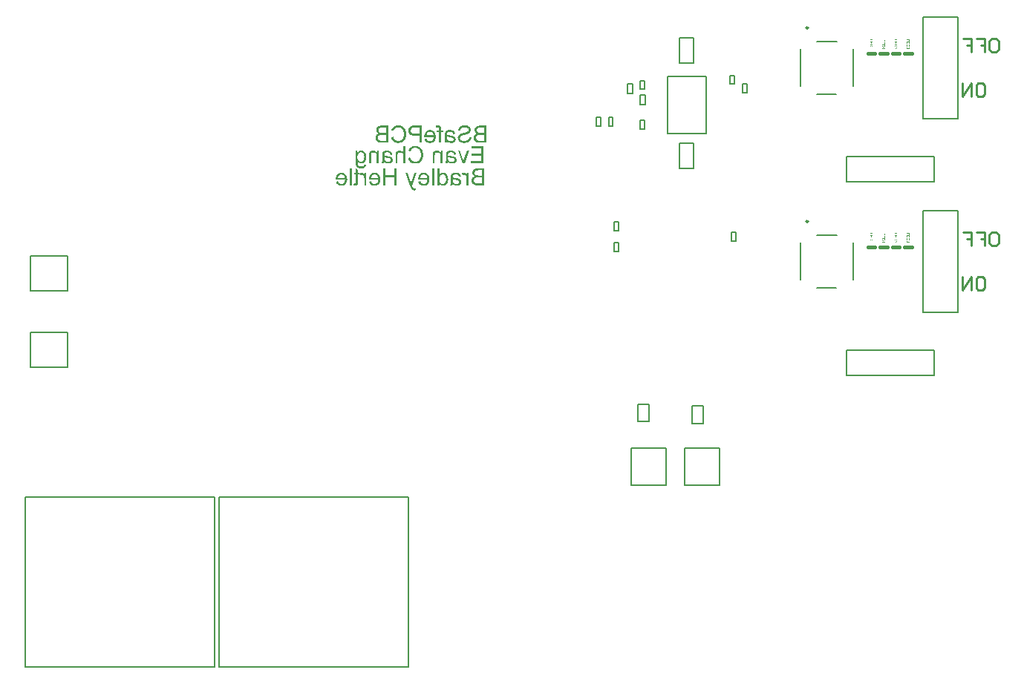
<source format=gbo>
G04*
G04 #@! TF.GenerationSoftware,Altium Limited,Altium Designer,24.2.2 (26)*
G04*
G04 Layer_Color=32896*
%FSLAX42Y42*%
%MOMM*%
G71*
G04*
G04 #@! TF.SameCoordinates,76D319BD-C469-47C5-B3DC-DB0EE438ED8F*
G04*
G04*
G04 #@! TF.FilePolarity,Positive*
G04*
G01*
G75*
%ADD12C,0.25*%
%ADD31C,0.15*%
%ADD32C,0.20*%
%ADD44C,0.25*%
%ADD64C,0.40*%
G36*
X10341Y8187D02*
X10337D01*
Y8203D01*
X10309D01*
Y8207D01*
X10341D01*
Y8187D01*
D02*
G37*
G36*
X9922Y8187D02*
X9918D01*
Y8203D01*
X9890D01*
Y8207D01*
X9922D01*
Y8187D01*
D02*
G37*
G36*
X10202Y8187D02*
X10198D01*
Y8203D01*
X10169D01*
Y8207D01*
X10202D01*
Y8187D01*
D02*
G37*
G36*
X10062Y8184D02*
X10058D01*
Y8200D01*
X10030D01*
Y8204D01*
X10062D01*
Y8184D01*
D02*
G37*
G36*
X10341Y8158D02*
X10337D01*
Y8178D01*
X10326D01*
Y8160D01*
X10322D01*
Y8178D01*
X10313D01*
Y8158D01*
X10309D01*
Y8182D01*
X10341D01*
Y8158D01*
D02*
G37*
G36*
X9922Y8158D02*
X9918D01*
Y8177D01*
X9907D01*
Y8160D01*
X9903D01*
Y8177D01*
X9893D01*
Y8158D01*
X9890D01*
Y8182D01*
X9922D01*
Y8158D01*
D02*
G37*
G36*
X10202Y8158D02*
X10198D01*
Y8177D01*
X10187D01*
Y8159D01*
X10183D01*
Y8177D01*
X10173D01*
Y8158D01*
X10169D01*
Y8182D01*
X10202D01*
Y8158D01*
D02*
G37*
G36*
X10062Y8155D02*
X10058D01*
Y8174D01*
X10047D01*
Y8157D01*
X10043D01*
Y8174D01*
X10033D01*
Y8155D01*
X10030D01*
Y8179D01*
X10062D01*
Y8155D01*
D02*
G37*
G36*
X10341Y8140D02*
X10341Y8139D01*
X10341Y8138D01*
X10341Y8137D01*
X10341Y8136D01*
X10341Y8136D01*
X10341Y8136D01*
X10341Y8136D01*
X10341Y8135D01*
X10341Y8135D01*
Y8135D01*
X10341Y8135D01*
Y8135D01*
X10340Y8134D01*
X10340Y8133D01*
X10340Y8133D01*
X10340Y8132D01*
X10339Y8132D01*
X10339Y8131D01*
X10339Y8131D01*
X10339Y8131D01*
Y8131D01*
X10338Y8130D01*
X10338Y8130D01*
X10338Y8129D01*
X10337Y8129D01*
X10337Y8129D01*
X10336Y8128D01*
X10336Y8128D01*
X10336Y8128D01*
X10336Y8128D01*
X10336D01*
X10335Y8128D01*
X10334Y8127D01*
X10334Y8127D01*
X10333Y8127D01*
X10332Y8126D01*
X10332Y8126D01*
X10332Y8126D01*
X10332Y8126D01*
X10331Y8126D01*
X10331Y8126D01*
X10331D01*
X10330Y8126D01*
X10329Y8125D01*
X10328Y8125D01*
X10327Y8125D01*
X10326Y8125D01*
X10326Y8125D01*
X10326D01*
X10325Y8125D01*
X10325D01*
X10325D01*
X10325D01*
X10325D01*
X10323Y8125D01*
X10322Y8125D01*
X10322Y8125D01*
X10321Y8125D01*
X10320Y8125D01*
X10320Y8126D01*
X10319Y8126D01*
X10319Y8126D01*
X10318Y8126D01*
X10318Y8126D01*
X10318Y8126D01*
X10317Y8126D01*
X10317Y8126D01*
X10317Y8126D01*
X10317D01*
X10316Y8127D01*
X10315Y8127D01*
X10314Y8128D01*
X10314Y8128D01*
X10313Y8128D01*
X10313Y8129D01*
X10313Y8129D01*
X10312Y8129D01*
X10312Y8130D01*
X10312Y8130D01*
X10312Y8130D01*
X10312Y8130D01*
X10312Y8130D01*
X10311Y8130D01*
X10311Y8131D01*
X10310Y8132D01*
X10310Y8133D01*
X10310Y8133D01*
X10309Y8134D01*
X10309Y8134D01*
X10309Y8134D01*
X10309Y8135D01*
X10309Y8135D01*
X10309Y8135D01*
Y8135D01*
X10309Y8135D01*
X10309Y8136D01*
X10309Y8137D01*
X10309Y8138D01*
X10309Y8139D01*
X10309Y8139D01*
Y8139D01*
X10309Y8140D01*
Y8152D01*
X10341D01*
Y8140D01*
D02*
G37*
G36*
X9922Y8140D02*
X9922Y8139D01*
X9922Y8138D01*
X9922Y8137D01*
X9922Y8136D01*
X9922Y8136D01*
X9922Y8136D01*
X9922Y8136D01*
X9922Y8135D01*
X9921Y8135D01*
Y8135D01*
X9921Y8135D01*
Y8135D01*
X9921Y8134D01*
X9921Y8133D01*
X9921Y8133D01*
X9920Y8132D01*
X9920Y8132D01*
X9920Y8131D01*
X9920Y8131D01*
X9920Y8131D01*
Y8131D01*
X9919Y8130D01*
X9919Y8130D01*
X9918Y8129D01*
X9918Y8129D01*
X9918Y8129D01*
X9917Y8128D01*
X9917Y8128D01*
X9917Y8128D01*
X9917Y8128D01*
X9917D01*
X9916Y8128D01*
X9915Y8127D01*
X9915Y8127D01*
X9914Y8126D01*
X9913Y8126D01*
X9913Y8126D01*
X9913Y8126D01*
X9912Y8126D01*
X9912Y8126D01*
X9912Y8126D01*
X9912D01*
X9911Y8126D01*
X9910Y8125D01*
X9909Y8125D01*
X9908Y8125D01*
X9907Y8125D01*
X9907Y8125D01*
X9907D01*
X9906Y8125D01*
X9906D01*
X9906D01*
X9906D01*
X9906D01*
X9904Y8125D01*
X9903Y8125D01*
X9903Y8125D01*
X9902Y8125D01*
X9901Y8125D01*
X9901Y8126D01*
X9900Y8126D01*
X9900Y8126D01*
X9899Y8126D01*
X9899Y8126D01*
X9899Y8126D01*
X9898Y8126D01*
X9898Y8126D01*
X9898Y8126D01*
X9898D01*
X9897Y8127D01*
X9896Y8127D01*
X9895Y8128D01*
X9895Y8128D01*
X9894Y8128D01*
X9894Y8129D01*
X9894Y8129D01*
X9893Y8129D01*
X9893Y8129D01*
X9893Y8130D01*
X9893Y8130D01*
X9893Y8130D01*
X9892Y8130D01*
X9892Y8130D01*
X9892Y8131D01*
X9891Y8132D01*
X9891Y8132D01*
X9891Y8133D01*
X9890Y8134D01*
X9890Y8134D01*
X9890Y8134D01*
X9890Y8135D01*
X9890Y8135D01*
X9890Y8135D01*
Y8135D01*
X9890Y8135D01*
X9890Y8136D01*
X9890Y8137D01*
X9890Y8138D01*
X9890Y8138D01*
X9890Y8139D01*
Y8139D01*
X9890Y8140D01*
Y8152D01*
X9922D01*
Y8140D01*
D02*
G37*
G36*
X10202Y8140D02*
X10202Y8139D01*
X10202Y8138D01*
X10201Y8137D01*
X10201Y8136D01*
X10201Y8136D01*
X10201Y8136D01*
X10201Y8135D01*
X10201Y8135D01*
X10201Y8135D01*
Y8135D01*
X10201Y8135D01*
Y8135D01*
X10201Y8134D01*
X10201Y8133D01*
X10200Y8133D01*
X10200Y8132D01*
X10200Y8132D01*
X10200Y8131D01*
X10200Y8131D01*
X10199Y8131D01*
Y8131D01*
X10199Y8130D01*
X10199Y8130D01*
X10198Y8129D01*
X10198Y8129D01*
X10197Y8128D01*
X10197Y8128D01*
X10197Y8128D01*
X10197Y8128D01*
X10197Y8128D01*
X10197D01*
X10196Y8127D01*
X10195Y8127D01*
X10194Y8127D01*
X10193Y8126D01*
X10193Y8126D01*
X10193Y8126D01*
X10192Y8126D01*
X10192Y8126D01*
X10192Y8126D01*
X10192Y8126D01*
X10192D01*
X10191Y8125D01*
X10190Y8125D01*
X10189Y8125D01*
X10188Y8125D01*
X10187Y8125D01*
X10187Y8125D01*
X10186D01*
X10186Y8125D01*
X10186D01*
X10185D01*
X10185D01*
X10185D01*
X10184Y8125D01*
X10183Y8125D01*
X10182Y8125D01*
X10182Y8125D01*
X10181Y8125D01*
X10180Y8125D01*
X10180Y8126D01*
X10179Y8126D01*
X10179Y8126D01*
X10179Y8126D01*
X10178Y8126D01*
X10178Y8126D01*
X10178Y8126D01*
X10178Y8126D01*
X10178D01*
X10176Y8127D01*
X10175Y8127D01*
X10175Y8128D01*
X10174Y8128D01*
X10174Y8128D01*
X10174Y8129D01*
X10173Y8129D01*
X10173Y8129D01*
X10173Y8129D01*
X10172Y8130D01*
X10172Y8130D01*
X10172Y8130D01*
X10172Y8130D01*
X10172Y8130D01*
X10171Y8131D01*
X10171Y8132D01*
X10171Y8132D01*
X10170Y8133D01*
X10170Y8134D01*
X10170Y8134D01*
X10170Y8134D01*
X10170Y8134D01*
X10170Y8135D01*
X10170Y8135D01*
Y8135D01*
X10170Y8135D01*
X10170Y8136D01*
X10169Y8136D01*
X10169Y8137D01*
X10169Y8138D01*
X10169Y8139D01*
Y8139D01*
X10169Y8140D01*
Y8152D01*
X10202D01*
Y8140D01*
D02*
G37*
G36*
X10062Y8137D02*
X10062Y8136D01*
X10062Y8135D01*
X10062Y8134D01*
X10062Y8133D01*
X10062Y8133D01*
X10062Y8133D01*
X10062Y8132D01*
X10061Y8132D01*
X10061Y8132D01*
Y8132D01*
X10061Y8132D01*
Y8132D01*
X10061Y8131D01*
X10061Y8130D01*
X10061Y8130D01*
X10060Y8129D01*
X10060Y8129D01*
X10060Y8128D01*
X10060Y8128D01*
X10060Y8128D01*
Y8128D01*
X10059Y8127D01*
X10059Y8127D01*
X10058Y8126D01*
X10058Y8126D01*
X10057Y8125D01*
X10057Y8125D01*
X10057Y8125D01*
X10057Y8125D01*
X10057Y8125D01*
X10057D01*
X10056Y8125D01*
X10055Y8124D01*
X10055Y8124D01*
X10054Y8123D01*
X10053Y8123D01*
X10053Y8123D01*
X10053Y8123D01*
X10052Y8123D01*
X10052Y8123D01*
X10052Y8123D01*
X10052D01*
X10051Y8123D01*
X10050Y8122D01*
X10049Y8122D01*
X10048Y8122D01*
X10047Y8122D01*
X10047Y8122D01*
X10047D01*
X10046Y8122D01*
X10046D01*
X10046D01*
X10046D01*
X10046D01*
X10044Y8122D01*
X10043Y8122D01*
X10043Y8122D01*
X10042Y8122D01*
X10041Y8122D01*
X10041Y8122D01*
X10040Y8123D01*
X10040Y8123D01*
X10039Y8123D01*
X10039Y8123D01*
X10039Y8123D01*
X10038Y8123D01*
X10038Y8123D01*
X10038Y8123D01*
X10038D01*
X10037Y8124D01*
X10036Y8124D01*
X10035Y8125D01*
X10035Y8125D01*
X10034Y8125D01*
X10034Y8126D01*
X10034Y8126D01*
X10033Y8126D01*
X10033Y8126D01*
X10033Y8127D01*
X10033Y8127D01*
X10032Y8127D01*
X10032Y8127D01*
X10032Y8127D01*
X10032Y8128D01*
X10031Y8129D01*
X10031Y8129D01*
X10031Y8130D01*
X10030Y8131D01*
X10030Y8131D01*
X10030Y8131D01*
X10030Y8131D01*
X10030Y8132D01*
X10030Y8132D01*
Y8132D01*
X10030Y8132D01*
X10030Y8133D01*
X10030Y8134D01*
X10030Y8134D01*
X10030Y8135D01*
X10030Y8136D01*
Y8136D01*
X10030Y8137D01*
Y8149D01*
X10062D01*
Y8137D01*
D02*
G37*
G36*
X10202Y8100D02*
X10198D01*
Y8116D01*
X10197Y8115D01*
X10197Y8115D01*
X10196Y8115D01*
X10196Y8114D01*
X10196Y8114D01*
X10196Y8114D01*
X10196Y8114D01*
X10195Y8114D01*
X10195Y8113D01*
X10195Y8113D01*
X10195Y8113D01*
X10194Y8112D01*
X10193Y8111D01*
X10193Y8111D01*
X10192Y8110D01*
X10192Y8110D01*
X10192Y8110D01*
X10192Y8109D01*
X10192Y8109D01*
X10192Y8109D01*
X10191Y8109D01*
X10190Y8108D01*
X10190Y8107D01*
X10189Y8107D01*
X10189Y8106D01*
X10188Y8106D01*
X10188Y8105D01*
X10187Y8105D01*
X10187Y8104D01*
X10187Y8104D01*
X10187Y8104D01*
X10186Y8104D01*
X10186Y8103D01*
X10186Y8103D01*
X10186Y8103D01*
X10186Y8103D01*
X10185Y8103D01*
X10184Y8102D01*
X10184Y8102D01*
X10183Y8101D01*
X10183Y8101D01*
X10182Y8101D01*
X10182Y8101D01*
X10182Y8101D01*
X10182Y8101D01*
X10182D01*
X10181Y8100D01*
X10181Y8100D01*
X10180Y8100D01*
X10179Y8100D01*
X10179Y8100D01*
X10178Y8100D01*
X10178D01*
X10178D01*
X10178D01*
X10178D01*
X10177Y8100D01*
X10177Y8100D01*
X10176Y8100D01*
X10176Y8100D01*
X10175Y8100D01*
X10174Y8101D01*
X10174Y8101D01*
X10174Y8101D01*
X10173Y8101D01*
X10173Y8102D01*
X10172Y8102D01*
X10172Y8102D01*
X10172Y8102D01*
X10172Y8102D01*
X10172Y8102D01*
X10172Y8102D01*
X10171Y8103D01*
X10171Y8104D01*
X10171Y8104D01*
X10170Y8105D01*
X10170Y8105D01*
X10170Y8106D01*
X10170Y8107D01*
X10169Y8107D01*
X10169Y8108D01*
X10169Y8108D01*
X10169Y8109D01*
X10169Y8109D01*
X10169Y8109D01*
Y8110D01*
X10169Y8111D01*
X10169Y8112D01*
X10169Y8112D01*
X10170Y8113D01*
X10170Y8114D01*
X10170Y8114D01*
X10170Y8115D01*
X10170Y8115D01*
X10171Y8116D01*
X10171Y8116D01*
X10171Y8116D01*
X10171Y8117D01*
X10171Y8117D01*
X10171Y8117D01*
X10172Y8117D01*
X10172Y8117D01*
X10172Y8118D01*
X10173Y8118D01*
X10173Y8119D01*
X10174Y8119D01*
X10174Y8119D01*
X10175Y8119D01*
X10175Y8120D01*
X10176Y8120D01*
X10176Y8120D01*
X10177Y8120D01*
X10177Y8120D01*
X10178Y8120D01*
X10178Y8120D01*
X10178Y8120D01*
X10178Y8120D01*
X10179D01*
X10179Y8116D01*
X10178Y8116D01*
X10178Y8116D01*
X10177Y8116D01*
X10176Y8116D01*
X10176Y8116D01*
X10175Y8115D01*
X10175Y8115D01*
X10175Y8115D01*
X10175Y8115D01*
X10175Y8115D01*
X10174Y8115D01*
X10174Y8115D01*
X10174Y8115D01*
X10174Y8115D01*
X10174Y8114D01*
X10174Y8114D01*
X10173Y8114D01*
X10173Y8113D01*
X10173Y8112D01*
X10173Y8112D01*
X10173Y8111D01*
X10173Y8111D01*
Y8110D01*
X10172Y8110D01*
Y8109D01*
X10173Y8109D01*
X10173Y8108D01*
X10173Y8107D01*
X10173Y8107D01*
X10174Y8106D01*
X10174Y8106D01*
X10174Y8106D01*
X10174Y8106D01*
X10174Y8106D01*
X10174Y8106D01*
X10174Y8106D01*
X10174Y8105D01*
X10175Y8105D01*
X10175Y8105D01*
X10175Y8105D01*
X10176Y8104D01*
X10177Y8104D01*
X10177Y8104D01*
X10177Y8104D01*
X10178D01*
X10178Y8104D01*
X10178D01*
X10178D01*
X10178D01*
X10178Y8104D01*
X10179Y8104D01*
X10180Y8104D01*
X10181Y8104D01*
X10181Y8105D01*
X10182Y8105D01*
X10182Y8105D01*
X10182Y8105D01*
X10183Y8106D01*
X10183Y8106D01*
X10183Y8106D01*
X10183Y8106D01*
X10183Y8106D01*
X10184Y8107D01*
X10184Y8107D01*
X10185Y8108D01*
X10186Y8109D01*
X10187Y8110D01*
X10188Y8111D01*
X10188Y8111D01*
X10189Y8112D01*
X10189Y8112D01*
X10189Y8112D01*
X10190Y8113D01*
X10190Y8113D01*
X10190Y8113D01*
X10190Y8113D01*
X10191Y8114D01*
X10191Y8115D01*
X10192Y8115D01*
X10192Y8116D01*
X10192Y8116D01*
X10193Y8116D01*
X10193Y8117D01*
X10193Y8117D01*
X10194Y8117D01*
X10194Y8118D01*
X10194Y8118D01*
X10194Y8118D01*
X10194Y8118D01*
X10195Y8118D01*
X10195Y8118D01*
X10195Y8119D01*
X10196Y8119D01*
X10197Y8120D01*
X10198Y8120D01*
X10198Y8120D01*
X10198Y8120D01*
X10199Y8121D01*
X10199Y8121D01*
X10199Y8121D01*
X10199Y8121D01*
X10199D01*
X10199Y8121D01*
X10200Y8121D01*
X10200Y8121D01*
X10201Y8121D01*
X10201Y8121D01*
X10201D01*
X10202D01*
X10202D01*
Y8100D01*
D02*
G37*
G36*
X10333Y8121D02*
X10334Y8120D01*
X10335Y8120D01*
X10335Y8120D01*
X10336Y8120D01*
X10336Y8120D01*
X10337Y8119D01*
X10337Y8119D01*
X10338Y8119D01*
X10338Y8118D01*
X10338Y8118D01*
X10339Y8118D01*
X10339Y8118D01*
X10339Y8118D01*
X10339Y8118D01*
X10339Y8118D01*
X10340Y8117D01*
X10340Y8116D01*
X10340Y8116D01*
X10341Y8115D01*
X10341Y8115D01*
X10341Y8114D01*
X10341Y8114D01*
X10341Y8113D01*
X10341Y8112D01*
X10341Y8112D01*
X10342Y8112D01*
X10342Y8111D01*
Y8111D01*
X10342Y8111D01*
Y8110D01*
X10342Y8110D01*
X10341Y8109D01*
X10341Y8108D01*
X10341Y8107D01*
X10341Y8107D01*
X10341Y8106D01*
X10340Y8105D01*
X10340Y8105D01*
X10340Y8104D01*
X10340Y8104D01*
X10339Y8104D01*
X10339Y8103D01*
X10339Y8103D01*
X10339Y8103D01*
X10339Y8103D01*
X10339Y8103D01*
X10338Y8102D01*
X10338Y8102D01*
X10337Y8101D01*
X10336Y8101D01*
X10336Y8101D01*
X10335Y8100D01*
X10335Y8100D01*
X10334Y8100D01*
X10333Y8100D01*
X10333Y8100D01*
X10333Y8100D01*
X10332Y8100D01*
X10332D01*
X10332Y8100D01*
X10332D01*
X10332D01*
X10331D01*
X10330Y8100D01*
X10329Y8100D01*
X10329Y8100D01*
X10328Y8100D01*
X10328Y8100D01*
X10327Y8101D01*
X10327Y8101D01*
X10327Y8101D01*
X10327Y8101D01*
X10327Y8101D01*
X10326Y8101D01*
X10326Y8101D01*
X10326Y8101D01*
X10326Y8102D01*
X10325Y8103D01*
X10325Y8103D01*
X10324Y8104D01*
X10324Y8105D01*
X10324Y8105D01*
X10324Y8105D01*
X10324Y8105D01*
X10324Y8105D01*
X10324Y8106D01*
Y8106D01*
X10323Y8105D01*
X10323Y8104D01*
X10322Y8104D01*
X10322Y8103D01*
X10321Y8103D01*
X10321Y8103D01*
X10321Y8102D01*
X10321Y8102D01*
X10321D01*
X10320Y8102D01*
X10319Y8102D01*
X10319Y8101D01*
X10318Y8101D01*
X10318Y8101D01*
X10317Y8101D01*
X10317D01*
X10317D01*
X10317D01*
X10317D01*
X10316Y8101D01*
X10315Y8101D01*
X10315Y8102D01*
X10314Y8102D01*
X10314Y8102D01*
X10313Y8102D01*
X10313Y8102D01*
X10313Y8102D01*
X10313Y8102D01*
X10313Y8102D01*
X10313D01*
X10312Y8103D01*
X10312Y8103D01*
X10311Y8104D01*
X10311Y8105D01*
X10310Y8105D01*
X10310Y8105D01*
X10310Y8106D01*
X10310Y8106D01*
X10310Y8106D01*
Y8106D01*
X10309Y8107D01*
X10309Y8107D01*
X10309Y8108D01*
X10309Y8109D01*
X10309Y8110D01*
X10309Y8110D01*
X10309Y8110D01*
Y8111D01*
X10309Y8111D01*
X10309Y8112D01*
X10309Y8113D01*
X10309Y8113D01*
X10309Y8114D01*
X10309Y8114D01*
X10310Y8115D01*
X10310Y8115D01*
X10310Y8116D01*
X10310Y8116D01*
X10310Y8116D01*
X10310Y8117D01*
X10311Y8117D01*
X10311Y8117D01*
X10311Y8117D01*
X10311Y8117D01*
X10311Y8118D01*
X10312Y8118D01*
X10312Y8118D01*
X10313Y8119D01*
X10313Y8119D01*
X10314Y8119D01*
X10315Y8120D01*
X10315Y8120D01*
X10316Y8120D01*
X10316Y8120D01*
X10316Y8120D01*
X10317Y8120D01*
X10317Y8120D01*
X10317Y8120D01*
X10317D01*
X10318Y8116D01*
X10317Y8116D01*
X10316Y8116D01*
X10315Y8116D01*
X10314Y8115D01*
X10314Y8115D01*
X10314Y8115D01*
X10313Y8114D01*
X10313Y8114D01*
X10313Y8114D01*
X10312Y8113D01*
X10312Y8112D01*
X10312Y8112D01*
X10312Y8111D01*
X10312Y8111D01*
Y8111D01*
X10312Y8111D01*
Y8111D01*
X10312Y8110D01*
X10312Y8109D01*
X10312Y8108D01*
X10313Y8108D01*
X10313Y8107D01*
X10313Y8107D01*
X10313Y8107D01*
X10313Y8107D01*
X10314Y8106D01*
X10314Y8106D01*
X10314Y8106D01*
X10315Y8106D01*
X10316Y8105D01*
X10316Y8105D01*
X10317Y8105D01*
X10317Y8105D01*
X10317D01*
X10317D01*
X10317D01*
X10317Y8105D01*
X10318Y8105D01*
X10318Y8105D01*
X10319Y8106D01*
X10319Y8106D01*
X10320Y8106D01*
X10320Y8107D01*
X10321Y8107D01*
X10321Y8107D01*
X10321Y8107D01*
X10321Y8107D01*
Y8107D01*
X10321Y8108D01*
X10322Y8109D01*
X10322Y8110D01*
X10322Y8110D01*
X10322Y8111D01*
X10322Y8111D01*
Y8111D01*
X10322Y8112D01*
Y8112D01*
X10322Y8112D01*
X10322Y8112D01*
Y8112D01*
X10326Y8113D01*
X10326Y8112D01*
X10325Y8112D01*
X10325Y8111D01*
X10325Y8111D01*
Y8111D01*
X10325Y8110D01*
Y8110D01*
X10325Y8110D01*
X10325Y8109D01*
X10326Y8108D01*
X10326Y8107D01*
X10326Y8107D01*
X10327Y8106D01*
X10327Y8106D01*
X10327Y8106D01*
X10327Y8106D01*
X10327Y8106D01*
X10327Y8106D01*
X10327Y8106D01*
X10327Y8105D01*
X10328Y8105D01*
X10328Y8105D01*
X10329Y8105D01*
X10329Y8104D01*
X10330Y8104D01*
X10331Y8104D01*
X10331Y8104D01*
X10331Y8104D01*
X10331Y8104D01*
X10331D01*
X10332D01*
X10332D01*
X10332Y8104D01*
X10333Y8104D01*
X10334Y8104D01*
X10334Y8104D01*
X10335Y8105D01*
X10335Y8105D01*
X10336Y8105D01*
X10336Y8105D01*
X10336Y8105D01*
X10336Y8106D01*
X10336Y8106D01*
X10336Y8106D01*
X10336Y8106D01*
X10337Y8106D01*
X10337Y8106D01*
X10337Y8107D01*
X10338Y8107D01*
X10338Y8108D01*
X10338Y8109D01*
X10338Y8109D01*
X10338Y8110D01*
X10338Y8110D01*
X10338Y8110D01*
Y8110D01*
X10338Y8111D01*
X10338Y8112D01*
X10338Y8113D01*
X10338Y8113D01*
X10337Y8114D01*
X10337Y8114D01*
X10337Y8114D01*
X10337Y8114D01*
X10337Y8114D01*
Y8114D01*
X10337Y8115D01*
X10336Y8115D01*
X10335Y8116D01*
X10335Y8116D01*
X10334Y8116D01*
X10333Y8116D01*
X10333Y8117D01*
X10333Y8117D01*
X10332Y8117D01*
X10332Y8117D01*
X10332Y8117D01*
X10332D01*
X10332Y8121D01*
X10333Y8121D01*
D02*
G37*
G36*
X10041Y8114D02*
X10041Y8113D01*
X10040Y8112D01*
X10040Y8112D01*
X10040Y8111D01*
X10040Y8111D01*
X10040Y8111D01*
X10040Y8111D01*
X10039Y8111D01*
X10039Y8110D01*
Y8110D01*
X10039Y8110D01*
X10038Y8109D01*
X10038Y8108D01*
X10037Y8108D01*
X10037Y8107D01*
X10037Y8107D01*
X10037Y8107D01*
X10037Y8107D01*
X10062D01*
Y8103D01*
X10029D01*
Y8105D01*
X10030Y8106D01*
X10031Y8106D01*
X10032Y8107D01*
X10032Y8107D01*
X10033Y8108D01*
X10033Y8108D01*
X10033Y8108D01*
X10034Y8109D01*
X10034Y8109D01*
X10034Y8109D01*
X10034Y8109D01*
X10035Y8110D01*
X10035Y8111D01*
X10036Y8112D01*
X10037Y8113D01*
X10037Y8113D01*
X10037Y8113D01*
X10037Y8114D01*
X10037Y8114D01*
X10037Y8114D01*
X10038Y8114D01*
X10038Y8115D01*
X10038Y8115D01*
X10041D01*
X10041Y8114D01*
D02*
G37*
G36*
X9908Y8121D02*
X9909Y8121D01*
X9911Y8120D01*
X9912Y8120D01*
X9913Y8120D01*
X9914Y8120D01*
X9915Y8119D01*
X9916Y8119D01*
X9917Y8119D01*
X9917Y8119D01*
X9918Y8118D01*
X9918Y8118D01*
X9919Y8118D01*
X9919Y8118D01*
X9919Y8118D01*
X9919Y8117D01*
X9920Y8117D01*
X9920Y8116D01*
X9921Y8116D01*
X9921Y8115D01*
X9921Y8115D01*
X9922Y8114D01*
X9922Y8113D01*
X9922Y8113D01*
X9922Y8112D01*
X9922Y8112D01*
X9922Y8111D01*
X9922Y8111D01*
X9922Y8111D01*
X9922Y8110D01*
Y8110D01*
X9922Y8109D01*
X9922Y8109D01*
X9922Y8108D01*
X9922Y8108D01*
X9922Y8107D01*
X9922Y8107D01*
X9922Y8106D01*
X9922Y8106D01*
X9921Y8106D01*
X9921Y8105D01*
X9921Y8105D01*
X9921Y8105D01*
X9921Y8105D01*
X9921Y8104D01*
X9921Y8104D01*
X9921Y8104D01*
X9920Y8104D01*
X9920Y8103D01*
X9919Y8103D01*
X9918Y8102D01*
X9917Y8102D01*
X9917Y8101D01*
X9916Y8101D01*
X9916Y8101D01*
X9916Y8101D01*
X9916Y8101D01*
X9915Y8101D01*
X9915Y8101D01*
X9915D01*
X9915Y8101D01*
X9914Y8100D01*
X9912Y8100D01*
X9911Y8100D01*
X9910Y8100D01*
X9909Y8100D01*
X9909Y8100D01*
X9908Y8100D01*
X9907Y8100D01*
X9907Y8100D01*
X9907D01*
X9906D01*
X9906D01*
X9906D01*
X9905D01*
X9904Y8100D01*
X9904Y8100D01*
X9903Y8100D01*
X9902Y8100D01*
X9901Y8100D01*
X9901Y8100D01*
X9900Y8100D01*
X9900Y8100D01*
X9900Y8100D01*
X9899Y8100D01*
X9899Y8100D01*
X9899Y8100D01*
X9899Y8100D01*
X9898Y8100D01*
X9898D01*
X9897Y8101D01*
X9896Y8101D01*
X9896Y8101D01*
X9895Y8102D01*
X9895Y8102D01*
X9894Y8102D01*
X9894Y8102D01*
X9894Y8102D01*
X9894Y8102D01*
X9894Y8102D01*
X9894Y8102D01*
X9894D01*
X9893Y8103D01*
X9892Y8103D01*
X9892Y8104D01*
X9891Y8104D01*
X9891Y8105D01*
X9891Y8105D01*
X9891Y8105D01*
X9891Y8106D01*
X9891Y8106D01*
Y8106D01*
X9890Y8106D01*
X9890Y8107D01*
X9890Y8108D01*
X9890Y8109D01*
X9890Y8109D01*
X9890Y8109D01*
X9890Y8110D01*
Y8110D01*
X9890Y8111D01*
X9890Y8111D01*
X9890Y8112D01*
X9890Y8113D01*
X9890Y8113D01*
X9890Y8114D01*
X9890Y8114D01*
X9890Y8114D01*
X9891Y8115D01*
X9891Y8115D01*
X9891Y8115D01*
X9891Y8116D01*
X9891Y8116D01*
X9891Y8116D01*
X9891Y8116D01*
X9891Y8116D01*
X9892Y8116D01*
X9892Y8117D01*
X9893Y8118D01*
X9894Y8118D01*
X9895Y8119D01*
X9895Y8119D01*
X9896Y8119D01*
X9896Y8119D01*
X9896Y8119D01*
X9896Y8119D01*
X9897Y8119D01*
X9897Y8120D01*
X9897D01*
X9897Y8120D01*
X9898Y8120D01*
X9900Y8120D01*
X9901Y8120D01*
X9902Y8120D01*
X9903Y8121D01*
X9903Y8121D01*
X9904Y8121D01*
X9905Y8121D01*
X9905D01*
X9905Y8121D01*
X9906D01*
X9906D01*
X9906D01*
X9908Y8121D01*
D02*
G37*
G36*
X5105Y7176D02*
X5108Y7175D01*
X5111Y7175D01*
X5114Y7175D01*
X5117Y7174D01*
X5119Y7174D01*
X5121Y7173D01*
X5123Y7173D01*
X5125Y7172D01*
X5127Y7172D01*
X5128Y7172D01*
X5129Y7171D01*
X5130Y7171D01*
X5130Y7171D01*
X5130D01*
X5133Y7170D01*
X5135Y7169D01*
X5138Y7168D01*
X5140Y7166D01*
X5141Y7165D01*
X5143Y7164D01*
X5145Y7163D01*
X5146Y7162D01*
X5148Y7161D01*
X5149Y7160D01*
X5150Y7159D01*
X5150Y7158D01*
X5151Y7157D01*
X5151Y7157D01*
X5151Y7157D01*
X5152Y7157D01*
X5154Y7153D01*
X5156Y7149D01*
X5158Y7145D01*
X5160Y7141D01*
X5160Y7139D01*
X5161Y7138D01*
X5161Y7136D01*
X5161Y7135D01*
X5162Y7134D01*
X5162Y7133D01*
X5162Y7132D01*
Y7132D01*
X5139Y7129D01*
X5138Y7132D01*
X5137Y7134D01*
X5136Y7137D01*
X5135Y7139D01*
X5134Y7141D01*
X5133Y7142D01*
X5132Y7144D01*
X5131Y7145D01*
X5130Y7146D01*
X5129Y7147D01*
X5129Y7148D01*
X5128Y7149D01*
X5128Y7149D01*
X5127Y7150D01*
X5127Y7150D01*
X5127D01*
X5125Y7151D01*
X5123Y7152D01*
X5119Y7154D01*
X5115Y7155D01*
X5111Y7155D01*
X5109Y7155D01*
X5108Y7156D01*
X5106Y7156D01*
X5105D01*
X5103Y7156D01*
X5102D01*
X5099Y7156D01*
X5096Y7156D01*
X5093Y7155D01*
X5090Y7155D01*
X5087Y7154D01*
X5085Y7154D01*
X5083Y7153D01*
X5081Y7152D01*
X5080Y7151D01*
X5078Y7150D01*
X5077Y7150D01*
X5076Y7149D01*
X5076Y7149D01*
X5075Y7148D01*
X5075Y7148D01*
X5075Y7148D01*
X5073Y7147D01*
X5072Y7145D01*
X5071Y7144D01*
X5071Y7142D01*
X5069Y7139D01*
X5069Y7135D01*
X5068Y7132D01*
X5068Y7131D01*
Y7130D01*
X5068Y7129D01*
Y7128D01*
Y7127D01*
Y7127D01*
Y7127D01*
Y7126D01*
Y7124D01*
X5068Y7123D01*
Y7122D01*
Y7121D01*
Y7121D01*
X5071Y7120D01*
X5074Y7119D01*
X5077Y7119D01*
X5080Y7118D01*
X5087Y7116D01*
X5091Y7116D01*
X5094Y7115D01*
X5098Y7115D01*
X5101Y7114D01*
X5103Y7114D01*
X5106Y7113D01*
X5108Y7113D01*
X5109Y7113D01*
X5110D01*
X5110Y7113D01*
X5111D01*
X5113Y7112D01*
X5116Y7112D01*
X5118Y7112D01*
X5120Y7111D01*
X5122Y7111D01*
X5124Y7111D01*
X5125Y7111D01*
X5127Y7110D01*
X5128Y7110D01*
X5129Y7110D01*
X5130Y7110D01*
X5131Y7110D01*
X5131Y7109D01*
X5132D01*
X5132Y7109D01*
X5132D01*
X5135Y7108D01*
X5139Y7107D01*
X5142Y7106D01*
X5144Y7104D01*
X5146Y7103D01*
X5147Y7103D01*
X5148Y7102D01*
X5148Y7102D01*
X5149Y7102D01*
X5149Y7101D01*
X5149D01*
X5152Y7099D01*
X5154Y7097D01*
X5156Y7095D01*
X5158Y7092D01*
X5160Y7090D01*
X5161Y7089D01*
X5161Y7088D01*
X5161Y7088D01*
X5161Y7088D01*
Y7088D01*
X5163Y7084D01*
X5164Y7081D01*
X5165Y7078D01*
X5166Y7075D01*
X5166Y7072D01*
X5166Y7071D01*
Y7070D01*
X5166Y7070D01*
Y7069D01*
Y7069D01*
Y7069D01*
X5166Y7065D01*
X5166Y7062D01*
X5165Y7059D01*
X5164Y7057D01*
X5163Y7054D01*
X5162Y7052D01*
X5161Y7049D01*
X5160Y7047D01*
X5159Y7046D01*
X5158Y7044D01*
X5157Y7043D01*
X5156Y7042D01*
X5155Y7041D01*
X5154Y7040D01*
X5154Y7040D01*
X5154Y7040D01*
X5151Y7038D01*
X5149Y7036D01*
X5146Y7034D01*
X5143Y7033D01*
X5140Y7032D01*
X5137Y7031D01*
X5134Y7030D01*
X5131Y7030D01*
X5129Y7029D01*
X5126Y7029D01*
X5124Y7029D01*
X5122Y7028D01*
X5120D01*
X5119Y7028D01*
X5118D01*
X5113Y7028D01*
X5108Y7029D01*
X5103Y7030D01*
X5101Y7030D01*
X5099Y7031D01*
X5098Y7031D01*
X5096Y7031D01*
X5095Y7032D01*
X5094Y7032D01*
X5093Y7032D01*
X5092Y7033D01*
X5092Y7033D01*
X5092D01*
X5089Y7034D01*
X5087Y7035D01*
X5082Y7037D01*
X5078Y7040D01*
X5076Y7041D01*
X5074Y7043D01*
X5072Y7044D01*
X5071Y7045D01*
X5069Y7046D01*
X5068Y7047D01*
X5067Y7048D01*
X5066Y7048D01*
X5066Y7049D01*
X5066Y7049D01*
X5065Y7045D01*
X5065Y7042D01*
X5064Y7039D01*
X5063Y7036D01*
X5062Y7034D01*
X5062Y7033D01*
X5062Y7033D01*
X5061Y7032D01*
X5061Y7032D01*
X5061Y7032D01*
Y7031D01*
X5036D01*
X5038Y7035D01*
X5039Y7037D01*
X5040Y7040D01*
X5041Y7043D01*
X5042Y7045D01*
X5042Y7046D01*
X5042Y7047D01*
X5042Y7047D01*
Y7048D01*
X5042Y7048D01*
Y7048D01*
X5042Y7049D01*
X5043Y7050D01*
X5043Y7053D01*
X5043Y7056D01*
X5043Y7059D01*
X5043Y7062D01*
X5043Y7066D01*
X5044Y7073D01*
Y7076D01*
Y7080D01*
X5044Y7083D01*
Y7085D01*
Y7088D01*
Y7088D01*
Y7089D01*
Y7090D01*
Y7090D01*
Y7090D01*
Y7091D01*
Y7122D01*
Y7125D01*
Y7128D01*
X5044Y7130D01*
Y7133D01*
X5044Y7135D01*
X5044Y7136D01*
X5044Y7138D01*
Y7139D01*
X5044Y7141D01*
X5044Y7142D01*
X5045Y7143D01*
X5045Y7143D01*
Y7144D01*
X5045Y7144D01*
Y7144D01*
X5046Y7148D01*
X5047Y7151D01*
X5048Y7154D01*
X5049Y7156D01*
X5051Y7158D01*
X5052Y7160D01*
X5052Y7160D01*
X5052Y7161D01*
X5052Y7161D01*
Y7161D01*
X5055Y7163D01*
X5057Y7165D01*
X5060Y7167D01*
X5063Y7169D01*
X5065Y7170D01*
X5066Y7170D01*
X5067Y7171D01*
X5068Y7171D01*
X5068Y7171D01*
X5069Y7172D01*
X5069D01*
X5071Y7172D01*
X5074Y7173D01*
X5078Y7174D01*
X5083Y7175D01*
X5088Y7175D01*
X5090Y7175D01*
X5092Y7176D01*
X5094Y7176D01*
X5095Y7176D01*
X5098D01*
X5105Y7176D01*
D02*
G37*
G36*
X4515Y7230D02*
X4519Y7229D01*
X4524Y7229D01*
X4528Y7228D01*
X4532Y7227D01*
X4536Y7226D01*
X4540Y7225D01*
X4543Y7224D01*
X4546Y7223D01*
X4549Y7222D01*
X4552Y7221D01*
X4553Y7220D01*
X4555Y7219D01*
X4556Y7219D01*
X4557Y7218D01*
X4557Y7218D01*
X4561Y7216D01*
X4565Y7213D01*
X4568Y7210D01*
X4572Y7208D01*
X4574Y7205D01*
X4577Y7202D01*
X4580Y7199D01*
X4582Y7196D01*
X4584Y7194D01*
X4586Y7191D01*
X4587Y7189D01*
X4588Y7187D01*
X4589Y7186D01*
X4590Y7185D01*
X4590Y7184D01*
X4590Y7184D01*
X4592Y7179D01*
X4594Y7175D01*
X4596Y7170D01*
X4597Y7166D01*
X4598Y7161D01*
X4599Y7157D01*
X4600Y7153D01*
X4601Y7149D01*
X4601Y7145D01*
X4601Y7141D01*
X4602Y7138D01*
X4602Y7135D01*
Y7133D01*
X4602Y7132D01*
Y7132D01*
Y7131D01*
Y7131D01*
Y7131D01*
Y7130D01*
X4602Y7125D01*
X4602Y7120D01*
X4601Y7115D01*
X4600Y7111D01*
X4600Y7106D01*
X4599Y7102D01*
X4598Y7098D01*
X4597Y7094D01*
X4596Y7090D01*
X4595Y7087D01*
X4594Y7085D01*
X4593Y7082D01*
X4593Y7080D01*
X4592Y7079D01*
X4592Y7078D01*
X4592Y7078D01*
Y7078D01*
X4590Y7074D01*
X4587Y7069D01*
X4585Y7066D01*
X4583Y7062D01*
X4580Y7059D01*
X4578Y7056D01*
X4575Y7053D01*
X4573Y7050D01*
X4571Y7048D01*
X4568Y7046D01*
X4567Y7045D01*
X4565Y7043D01*
X4564Y7042D01*
X4563Y7042D01*
X4562Y7041D01*
X4562Y7041D01*
X4558Y7039D01*
X4554Y7037D01*
X4550Y7035D01*
X4545Y7034D01*
X4541Y7032D01*
X4537Y7031D01*
X4533Y7030D01*
X4529Y7030D01*
X4525Y7029D01*
X4521Y7029D01*
X4518Y7029D01*
X4516Y7028D01*
X4513D01*
X4512Y7028D01*
X4510D01*
X4505Y7028D01*
X4499Y7029D01*
X4494Y7030D01*
X4489Y7031D01*
X4485Y7032D01*
X4481Y7033D01*
X4477Y7035D01*
X4473Y7036D01*
X4470Y7038D01*
X4467Y7040D01*
X4465Y7041D01*
X4463Y7042D01*
X4461Y7043D01*
X4460Y7044D01*
X4459Y7045D01*
X4459Y7045D01*
X4455Y7048D01*
X4451Y7052D01*
X4448Y7056D01*
X4445Y7059D01*
X4443Y7064D01*
X4440Y7068D01*
X4438Y7071D01*
X4436Y7075D01*
X4435Y7079D01*
X4433Y7082D01*
X4432Y7085D01*
X4431Y7088D01*
X4430Y7090D01*
X4430Y7091D01*
X4430Y7092D01*
X4430Y7092D01*
X4430Y7093D01*
X4429Y7093D01*
Y7093D01*
X4455Y7100D01*
X4456Y7095D01*
X4458Y7091D01*
X4459Y7087D01*
X4461Y7084D01*
X4462Y7080D01*
X4464Y7077D01*
X4466Y7075D01*
X4468Y7072D01*
X4469Y7070D01*
X4471Y7068D01*
X4472Y7066D01*
X4473Y7065D01*
X4474Y7064D01*
X4475Y7063D01*
X4476Y7063D01*
X4476Y7063D01*
X4479Y7061D01*
X4482Y7059D01*
X4485Y7057D01*
X4488Y7056D01*
X4491Y7054D01*
X4494Y7053D01*
X4497Y7053D01*
X4500Y7052D01*
X4502Y7051D01*
X4505Y7051D01*
X4507Y7051D01*
X4509Y7050D01*
X4510D01*
X4511Y7050D01*
X4512D01*
X4516Y7050D01*
X4519Y7051D01*
X4522Y7051D01*
X4525Y7052D01*
X4528Y7052D01*
X4531Y7053D01*
X4533Y7054D01*
X4536Y7055D01*
X4538Y7056D01*
X4540Y7057D01*
X4542Y7057D01*
X4543Y7058D01*
X4544Y7059D01*
X4545Y7059D01*
X4545Y7059D01*
X4546Y7059D01*
X4548Y7061D01*
X4551Y7063D01*
X4553Y7065D01*
X4556Y7068D01*
X4558Y7070D01*
X4559Y7072D01*
X4561Y7075D01*
X4563Y7077D01*
X4564Y7079D01*
X4565Y7081D01*
X4566Y7083D01*
X4567Y7084D01*
X4567Y7085D01*
X4568Y7086D01*
X4568Y7087D01*
X4568Y7087D01*
X4569Y7091D01*
X4571Y7094D01*
X4572Y7098D01*
X4572Y7102D01*
X4574Y7109D01*
X4574Y7112D01*
X4574Y7116D01*
X4575Y7119D01*
X4575Y7122D01*
X4575Y7124D01*
X4575Y7126D01*
X4575Y7128D01*
Y7129D01*
Y7130D01*
Y7131D01*
X4575Y7134D01*
X4575Y7138D01*
X4574Y7144D01*
X4574Y7148D01*
X4573Y7151D01*
X4573Y7154D01*
X4572Y7156D01*
X4572Y7159D01*
X4571Y7161D01*
X4571Y7163D01*
X4570Y7165D01*
X4570Y7166D01*
X4570Y7167D01*
X4569Y7168D01*
Y7168D01*
X4568Y7171D01*
X4567Y7175D01*
X4565Y7177D01*
X4563Y7180D01*
X4562Y7183D01*
X4560Y7185D01*
X4558Y7187D01*
X4556Y7189D01*
X4555Y7191D01*
X4553Y7193D01*
X4552Y7194D01*
X4551Y7195D01*
X4550Y7196D01*
X4549Y7196D01*
X4548Y7197D01*
X4548Y7197D01*
X4545Y7199D01*
X4542Y7200D01*
X4539Y7202D01*
X4536Y7203D01*
X4533Y7204D01*
X4530Y7205D01*
X4527Y7206D01*
X4524Y7206D01*
X4521Y7207D01*
X4518Y7207D01*
X4516Y7207D01*
X4514Y7208D01*
X4513Y7208D01*
X4510D01*
X4507Y7208D01*
X4503Y7207D01*
X4500Y7207D01*
X4497Y7206D01*
X4494Y7206D01*
X4492Y7205D01*
X4489Y7204D01*
X4487Y7203D01*
X4485Y7202D01*
X4483Y7201D01*
X4482Y7200D01*
X4480Y7200D01*
X4479Y7199D01*
X4479Y7198D01*
X4478Y7198D01*
X4478Y7198D01*
X4476Y7196D01*
X4473Y7194D01*
X4471Y7192D01*
X4469Y7189D01*
X4468Y7186D01*
X4466Y7184D01*
X4465Y7181D01*
X4463Y7179D01*
X4462Y7176D01*
X4461Y7174D01*
X4460Y7172D01*
X4459Y7171D01*
X4459Y7169D01*
X4458Y7168D01*
X4458Y7167D01*
X4458Y7167D01*
X4433Y7173D01*
X4434Y7178D01*
X4436Y7183D01*
X4438Y7187D01*
X4441Y7191D01*
X4443Y7195D01*
X4445Y7198D01*
X4447Y7201D01*
X4450Y7204D01*
X4452Y7207D01*
X4454Y7209D01*
X4456Y7211D01*
X4457Y7212D01*
X4459Y7213D01*
X4460Y7214D01*
X4460Y7215D01*
X4461Y7215D01*
X4465Y7218D01*
X4468Y7220D01*
X4473Y7222D01*
X4477Y7224D01*
X4481Y7225D01*
X4485Y7226D01*
X4489Y7227D01*
X4493Y7228D01*
X4496Y7229D01*
X4500Y7229D01*
X4502Y7229D01*
X4505Y7230D01*
X4507Y7230D01*
X4508Y7230D01*
X4510D01*
X4515Y7230D01*
D02*
G37*
G36*
X4878Y7176D02*
X4883Y7175D01*
X4888Y7174D01*
X4893Y7173D01*
X4897Y7171D01*
X4901Y7170D01*
X4904Y7168D01*
X4908Y7166D01*
X4911Y7164D01*
X4913Y7162D01*
X4915Y7161D01*
X4917Y7159D01*
X4919Y7158D01*
X4920Y7157D01*
X4920Y7156D01*
X4920Y7156D01*
X4924Y7152D01*
X4926Y7148D01*
X4929Y7144D01*
X4931Y7139D01*
X4933Y7135D01*
X4934Y7130D01*
X4936Y7125D01*
X4937Y7121D01*
X4937Y7117D01*
X4938Y7113D01*
X4938Y7110D01*
X4938Y7107D01*
X4939Y7105D01*
Y7104D01*
Y7103D01*
X4939Y7102D01*
Y7102D01*
Y7101D01*
Y7101D01*
Y7101D01*
X4939Y7095D01*
X4938Y7089D01*
X4937Y7083D01*
X4936Y7078D01*
X4935Y7073D01*
X4933Y7069D01*
X4931Y7065D01*
X4930Y7061D01*
X4928Y7058D01*
X4926Y7055D01*
X4925Y7053D01*
X4924Y7051D01*
X4922Y7049D01*
X4921Y7048D01*
X4921Y7048D01*
X4921Y7047D01*
X4917Y7044D01*
X4913Y7041D01*
X4909Y7038D01*
X4905Y7036D01*
X4901Y7035D01*
X4897Y7033D01*
X4893Y7032D01*
X4889Y7031D01*
X4886Y7030D01*
X4882Y7029D01*
X4879Y7029D01*
X4877Y7029D01*
X4874Y7028D01*
X4874D01*
X4873Y7028D01*
X4872D01*
X4867Y7028D01*
X4863Y7029D01*
X4859Y7029D01*
X4855Y7030D01*
X4851Y7031D01*
X4848Y7032D01*
X4845Y7033D01*
X4842Y7034D01*
X4840Y7035D01*
X4837Y7036D01*
X4835Y7037D01*
X4834Y7038D01*
X4833Y7039D01*
X4832Y7040D01*
X4831Y7040D01*
X4831Y7040D01*
X4828Y7043D01*
X4826Y7045D01*
X4823Y7048D01*
X4821Y7051D01*
X4819Y7053D01*
X4817Y7056D01*
X4816Y7059D01*
X4814Y7062D01*
X4813Y7064D01*
X4812Y7067D01*
X4811Y7069D01*
X4810Y7070D01*
X4810Y7072D01*
X4810Y7073D01*
X4809Y7074D01*
Y7074D01*
X4834Y7077D01*
X4835Y7074D01*
X4836Y7072D01*
X4837Y7069D01*
X4839Y7067D01*
X4840Y7065D01*
X4841Y7063D01*
X4842Y7062D01*
X4843Y7060D01*
X4845Y7059D01*
X4846Y7058D01*
X4846Y7057D01*
X4847Y7056D01*
X4848Y7056D01*
X4848Y7055D01*
X4849Y7055D01*
X4849Y7055D01*
X4851Y7054D01*
X4852Y7053D01*
X4854Y7052D01*
X4856Y7051D01*
X4860Y7050D01*
X4864Y7049D01*
X4865Y7049D01*
X4867Y7048D01*
X4868Y7048D01*
X4869Y7048D01*
X4870Y7048D01*
X4871D01*
X4875Y7048D01*
X4878Y7049D01*
X4881Y7049D01*
X4884Y7050D01*
X4886Y7051D01*
X4889Y7052D01*
X4891Y7053D01*
X4893Y7054D01*
X4895Y7055D01*
X4896Y7057D01*
X4898Y7058D01*
X4899Y7058D01*
X4900Y7059D01*
X4900Y7060D01*
X4901Y7060D01*
X4901Y7060D01*
X4903Y7063D01*
X4905Y7065D01*
X4907Y7068D01*
X4908Y7071D01*
X4909Y7074D01*
X4910Y7077D01*
X4911Y7080D01*
X4912Y7083D01*
X4913Y7086D01*
X4913Y7088D01*
X4913Y7090D01*
X4914Y7092D01*
X4914Y7094D01*
Y7095D01*
X4914Y7096D01*
Y7096D01*
X4809D01*
Y7098D01*
X4809Y7099D01*
Y7100D01*
Y7101D01*
Y7101D01*
Y7102D01*
Y7102D01*
Y7102D01*
X4809Y7109D01*
X4809Y7115D01*
X4810Y7120D01*
X4811Y7126D01*
X4813Y7130D01*
X4814Y7135D01*
X4816Y7139D01*
X4818Y7143D01*
X4819Y7146D01*
X4821Y7149D01*
X4822Y7151D01*
X4824Y7153D01*
X4825Y7155D01*
X4826Y7156D01*
X4826Y7156D01*
X4827Y7157D01*
X4830Y7160D01*
X4834Y7163D01*
X4837Y7166D01*
X4841Y7168D01*
X4845Y7170D01*
X4849Y7171D01*
X4853Y7173D01*
X4856Y7174D01*
X4860Y7174D01*
X4863Y7175D01*
X4866Y7175D01*
X4868Y7176D01*
X4870Y7176D01*
X4872Y7176D01*
X4873D01*
X4878Y7176D01*
D02*
G37*
G36*
X5519Y7031D02*
X5442D01*
X5438Y7032D01*
X5435Y7032D01*
X5432Y7032D01*
X5430Y7032D01*
X5427Y7032D01*
X5425Y7033D01*
X5422Y7033D01*
X5420Y7033D01*
X5419Y7034D01*
X5417Y7034D01*
X5416Y7034D01*
X5415Y7034D01*
X5414Y7035D01*
X5414Y7035D01*
X5414D01*
X5409Y7036D01*
X5405Y7037D01*
X5401Y7039D01*
X5400Y7040D01*
X5398Y7041D01*
X5397Y7041D01*
X5396Y7042D01*
X5395Y7043D01*
X5394Y7043D01*
X5393Y7044D01*
X5393Y7044D01*
X5393Y7044D01*
X5392D01*
X5389Y7047D01*
X5387Y7050D01*
X5384Y7053D01*
X5382Y7056D01*
X5380Y7058D01*
X5380Y7059D01*
X5379Y7060D01*
X5379Y7061D01*
X5378Y7062D01*
X5378Y7062D01*
Y7062D01*
X5376Y7067D01*
X5375Y7071D01*
X5374Y7076D01*
X5373Y7080D01*
X5373Y7081D01*
X5373Y7083D01*
X5372Y7084D01*
Y7086D01*
X5372Y7087D01*
Y7087D01*
Y7088D01*
Y7088D01*
X5372Y7091D01*
X5373Y7094D01*
X5373Y7097D01*
X5374Y7100D01*
X5375Y7102D01*
X5375Y7105D01*
X5376Y7107D01*
X5377Y7109D01*
X5378Y7111D01*
X5379Y7113D01*
X5380Y7114D01*
X5380Y7115D01*
X5381Y7116D01*
X5381Y7117D01*
X5382Y7117D01*
X5382Y7117D01*
X5384Y7120D01*
X5386Y7122D01*
X5388Y7124D01*
X5390Y7125D01*
X5392Y7127D01*
X5395Y7129D01*
X5397Y7130D01*
X5399Y7131D01*
X5401Y7132D01*
X5403Y7133D01*
X5405Y7134D01*
X5406Y7134D01*
X5407Y7135D01*
X5408Y7135D01*
X5409Y7135D01*
X5409D01*
X5407Y7136D01*
X5404Y7138D01*
X5402Y7139D01*
X5400Y7141D01*
X5398Y7142D01*
X5396Y7144D01*
X5395Y7145D01*
X5394Y7147D01*
X5393Y7148D01*
X5391Y7149D01*
X5391Y7150D01*
X5390Y7151D01*
X5389Y7152D01*
X5389Y7153D01*
X5389Y7153D01*
X5389Y7153D01*
X5387Y7155D01*
X5386Y7157D01*
X5385Y7159D01*
X5385Y7161D01*
X5383Y7165D01*
X5383Y7169D01*
X5382Y7170D01*
X5382Y7172D01*
X5382Y7173D01*
Y7174D01*
X5382Y7175D01*
Y7176D01*
Y7176D01*
Y7176D01*
X5382Y7179D01*
X5382Y7181D01*
X5383Y7186D01*
X5384Y7191D01*
X5385Y7193D01*
X5385Y7195D01*
X5386Y7196D01*
X5387Y7198D01*
X5388Y7199D01*
X5388Y7200D01*
X5389Y7201D01*
X5389Y7202D01*
X5389Y7202D01*
X5389Y7202D01*
X5391Y7205D01*
X5393Y7207D01*
X5394Y7208D01*
X5396Y7210D01*
X5398Y7212D01*
X5399Y7213D01*
X5401Y7215D01*
X5403Y7216D01*
X5404Y7217D01*
X5406Y7218D01*
X5407Y7219D01*
X5408Y7219D01*
X5409Y7220D01*
X5410Y7220D01*
X5410Y7220D01*
X5411D01*
X5413Y7222D01*
X5416Y7222D01*
X5422Y7224D01*
X5428Y7225D01*
X5431Y7225D01*
X5434Y7226D01*
X5436Y7226D01*
X5439Y7226D01*
X5441Y7226D01*
X5443D01*
X5444Y7227D01*
X5519D01*
Y7031D01*
D02*
G37*
G36*
X4967Y7229D02*
X4970Y7229D01*
X4972Y7229D01*
X4974Y7228D01*
X4976Y7228D01*
X4978Y7227D01*
X4980Y7227D01*
X4981Y7226D01*
X4982Y7226D01*
X4984Y7225D01*
X4985Y7225D01*
X4985Y7225D01*
X4986Y7224D01*
X4986Y7224D01*
X4986D01*
X4989Y7222D01*
X4992Y7219D01*
X4994Y7217D01*
X4996Y7214D01*
X4997Y7212D01*
X4997Y7211D01*
X4998Y7210D01*
X4998Y7210D01*
X4998Y7209D01*
X4998Y7209D01*
Y7209D01*
X4999Y7207D01*
X4999Y7206D01*
X5000Y7203D01*
X5000Y7199D01*
X5001Y7196D01*
X5001Y7194D01*
Y7193D01*
Y7191D01*
X5001Y7190D01*
Y7189D01*
Y7188D01*
Y7188D01*
Y7188D01*
Y7173D01*
X5022D01*
Y7154D01*
X5001D01*
Y7031D01*
X4977D01*
Y7154D01*
X4949D01*
Y7173D01*
X4977D01*
Y7186D01*
Y7188D01*
X4977Y7190D01*
X4977Y7192D01*
X4976Y7194D01*
X4976Y7195D01*
X4976Y7197D01*
X4975Y7198D01*
X4975Y7199D01*
X4974Y7200D01*
X4974Y7201D01*
X4973Y7202D01*
X4973Y7203D01*
X4972Y7203D01*
X4971Y7204D01*
X4970Y7205D01*
X4968Y7206D01*
X4966Y7207D01*
X4963Y7207D01*
X4961Y7207D01*
X4960Y7208D01*
X4959Y7208D01*
X4957D01*
X4952Y7207D01*
X4950Y7207D01*
X4948Y7207D01*
X4946Y7207D01*
X4944Y7207D01*
X4944Y7207D01*
X4943Y7206D01*
X4943D01*
X4939Y7227D01*
X4944Y7228D01*
X4948Y7229D01*
X4952Y7229D01*
X4954Y7229D01*
X4955Y7229D01*
X4957Y7230D01*
X4959D01*
X4960Y7230D01*
X4965D01*
X4967Y7229D01*
D02*
G37*
G36*
X4776Y7031D02*
X4750D01*
Y7111D01*
X4697D01*
X4693Y7111D01*
X4690Y7111D01*
X4686Y7111D01*
X4683Y7112D01*
X4680Y7112D01*
X4674Y7113D01*
X4669Y7115D01*
X4664Y7116D01*
X4660Y7118D01*
X4656Y7119D01*
X4653Y7121D01*
X4650Y7122D01*
X4648Y7124D01*
X4646Y7125D01*
X4645Y7126D01*
X4644Y7127D01*
X4643Y7128D01*
X4643Y7128D01*
X4640Y7131D01*
X4638Y7135D01*
X4636Y7138D01*
X4634Y7142D01*
X4633Y7145D01*
X4631Y7149D01*
X4630Y7152D01*
X4629Y7155D01*
X4629Y7158D01*
X4628Y7161D01*
X4628Y7164D01*
X4628Y7166D01*
X4628Y7168D01*
X4627Y7169D01*
Y7170D01*
Y7170D01*
X4628Y7175D01*
X4628Y7180D01*
X4629Y7183D01*
X4629Y7185D01*
X4630Y7187D01*
X4630Y7189D01*
X4631Y7190D01*
X4631Y7192D01*
X4632Y7193D01*
X4632Y7195D01*
X4633Y7195D01*
X4633Y7196D01*
X4633Y7196D01*
X4633Y7197D01*
X4636Y7201D01*
X4638Y7205D01*
X4641Y7208D01*
X4642Y7209D01*
X4643Y7211D01*
X4644Y7212D01*
X4646Y7213D01*
X4647Y7214D01*
X4647Y7214D01*
X4648Y7215D01*
X4649Y7215D01*
X4649Y7215D01*
X4649Y7215D01*
X4653Y7218D01*
X4657Y7220D01*
X4661Y7221D01*
X4665Y7223D01*
X4666Y7223D01*
X4668Y7223D01*
X4669Y7224D01*
X4671Y7224D01*
X4672Y7224D01*
X4672Y7224D01*
X4673Y7225D01*
X4673D01*
X4675Y7225D01*
X4677Y7225D01*
X4682Y7226D01*
X4687Y7226D01*
X4692Y7226D01*
X4694Y7226D01*
X4696D01*
X4698Y7227D01*
X4776D01*
Y7031D01*
D02*
G37*
G36*
X4399D02*
X4321D01*
X4318Y7032D01*
X4315Y7032D01*
X4312Y7032D01*
X4309Y7032D01*
X4306Y7032D01*
X4304Y7033D01*
X4302Y7033D01*
X4300Y7033D01*
X4298Y7034D01*
X4297Y7034D01*
X4295Y7034D01*
X4294Y7034D01*
X4294Y7035D01*
X4293Y7035D01*
X4293D01*
X4288Y7036D01*
X4284Y7037D01*
X4281Y7039D01*
X4279Y7040D01*
X4277Y7041D01*
X4276Y7041D01*
X4275Y7042D01*
X4274Y7043D01*
X4273Y7043D01*
X4273Y7044D01*
X4272Y7044D01*
X4272Y7044D01*
X4272D01*
X4269Y7047D01*
X4266Y7050D01*
X4264Y7053D01*
X4261Y7056D01*
X4260Y7058D01*
X4259Y7059D01*
X4258Y7060D01*
X4258Y7061D01*
X4258Y7062D01*
X4257Y7062D01*
Y7062D01*
X4255Y7067D01*
X4254Y7071D01*
X4253Y7076D01*
X4252Y7080D01*
X4252Y7081D01*
X4252Y7083D01*
X4252Y7084D01*
Y7086D01*
X4252Y7087D01*
Y7087D01*
Y7088D01*
Y7088D01*
X4252Y7091D01*
X4252Y7094D01*
X4252Y7097D01*
X4253Y7100D01*
X4254Y7102D01*
X4254Y7105D01*
X4255Y7107D01*
X4256Y7109D01*
X4257Y7111D01*
X4258Y7113D01*
X4259Y7114D01*
X4260Y7115D01*
X4260Y7116D01*
X4261Y7117D01*
X4261Y7117D01*
X4261Y7117D01*
X4263Y7120D01*
X4265Y7122D01*
X4267Y7124D01*
X4269Y7125D01*
X4272Y7127D01*
X4274Y7129D01*
X4276Y7130D01*
X4278Y7131D01*
X4280Y7132D01*
X4282Y7133D01*
X4284Y7134D01*
X4285Y7134D01*
X4287Y7135D01*
X4287Y7135D01*
X4288Y7135D01*
X4288D01*
X4286Y7136D01*
X4284Y7138D01*
X4281Y7139D01*
X4279Y7141D01*
X4277Y7142D01*
X4276Y7144D01*
X4274Y7145D01*
X4273Y7147D01*
X4272Y7148D01*
X4271Y7149D01*
X4270Y7150D01*
X4269Y7151D01*
X4269Y7152D01*
X4268Y7153D01*
X4268Y7153D01*
X4268Y7153D01*
X4267Y7155D01*
X4266Y7157D01*
X4265Y7159D01*
X4264Y7161D01*
X4263Y7165D01*
X4262Y7169D01*
X4262Y7170D01*
X4261Y7172D01*
X4261Y7173D01*
Y7174D01*
X4261Y7175D01*
Y7176D01*
Y7176D01*
Y7176D01*
X4261Y7179D01*
X4261Y7181D01*
X4262Y7186D01*
X4263Y7191D01*
X4264Y7193D01*
X4265Y7195D01*
X4266Y7196D01*
X4266Y7198D01*
X4267Y7199D01*
X4267Y7200D01*
X4268Y7201D01*
X4268Y7202D01*
X4269Y7202D01*
X4269Y7202D01*
X4270Y7205D01*
X4272Y7207D01*
X4274Y7208D01*
X4275Y7210D01*
X4277Y7212D01*
X4279Y7213D01*
X4280Y7215D01*
X4282Y7216D01*
X4284Y7217D01*
X4285Y7218D01*
X4286Y7219D01*
X4288Y7219D01*
X4289Y7220D01*
X4289Y7220D01*
X4290Y7220D01*
X4290D01*
X4292Y7222D01*
X4295Y7222D01*
X4301Y7224D01*
X4307Y7225D01*
X4310Y7225D01*
X4313Y7226D01*
X4315Y7226D01*
X4318Y7226D01*
X4320Y7226D01*
X4322D01*
X4324Y7227D01*
X4399D01*
Y7031D01*
D02*
G37*
G36*
X5273Y7230D02*
X5277Y7230D01*
X5280Y7229D01*
X5283Y7229D01*
X5287Y7228D01*
X5289Y7228D01*
X5292Y7227D01*
X5295Y7227D01*
X5297Y7226D01*
X5299Y7225D01*
X5301Y7225D01*
X5302Y7224D01*
X5304Y7224D01*
X5305Y7223D01*
X5305Y7223D01*
X5305Y7223D01*
X5308Y7222D01*
X5311Y7220D01*
X5313Y7219D01*
X5316Y7217D01*
X5318Y7216D01*
X5320Y7214D01*
X5322Y7212D01*
X5323Y7211D01*
X5325Y7209D01*
X5326Y7208D01*
X5327Y7207D01*
X5328Y7206D01*
X5329Y7205D01*
X5329Y7204D01*
X5330Y7204D01*
X5330Y7204D01*
X5331Y7201D01*
X5332Y7199D01*
X5333Y7196D01*
X5334Y7194D01*
X5335Y7192D01*
X5336Y7189D01*
X5336Y7187D01*
X5337Y7185D01*
X5337Y7183D01*
X5338Y7181D01*
X5338Y7180D01*
X5338Y7179D01*
X5338Y7177D01*
Y7177D01*
Y7176D01*
Y7176D01*
X5338Y7174D01*
X5338Y7171D01*
X5337Y7167D01*
X5336Y7163D01*
X5335Y7161D01*
X5335Y7159D01*
X5334Y7157D01*
X5333Y7156D01*
X5333Y7155D01*
X5332Y7154D01*
X5332Y7153D01*
X5332Y7152D01*
X5331Y7152D01*
X5331Y7152D01*
X5330Y7150D01*
X5328Y7148D01*
X5325Y7144D01*
X5322Y7141D01*
X5318Y7139D01*
X5317Y7138D01*
X5315Y7137D01*
X5314Y7136D01*
X5313Y7135D01*
X5312Y7134D01*
X5311Y7134D01*
X5311Y7134D01*
X5310Y7134D01*
X5308Y7132D01*
X5306Y7132D01*
X5303Y7130D01*
X5300Y7129D01*
X5294Y7127D01*
X5288Y7125D01*
X5285Y7124D01*
X5282Y7124D01*
X5279Y7123D01*
X5277Y7122D01*
X5275Y7122D01*
X5274Y7122D01*
X5274Y7122D01*
X5273D01*
X5273Y7121D01*
X5273D01*
X5268Y7120D01*
X5264Y7119D01*
X5260Y7118D01*
X5256Y7117D01*
X5253Y7116D01*
X5250Y7116D01*
X5248Y7115D01*
X5245Y7114D01*
X5244Y7114D01*
X5242Y7113D01*
X5241Y7113D01*
X5240Y7112D01*
X5239Y7112D01*
X5239Y7112D01*
X5238Y7112D01*
X5238D01*
X5236Y7111D01*
X5234Y7110D01*
X5232Y7109D01*
X5230Y7108D01*
X5229Y7107D01*
X5227Y7106D01*
X5226Y7105D01*
X5225Y7104D01*
X5224Y7103D01*
X5223Y7103D01*
X5222Y7101D01*
X5221Y7100D01*
X5221Y7100D01*
Y7100D01*
X5219Y7098D01*
X5217Y7095D01*
X5216Y7092D01*
X5216Y7090D01*
X5215Y7088D01*
X5215Y7087D01*
Y7086D01*
X5215Y7085D01*
Y7085D01*
Y7084D01*
Y7084D01*
X5215Y7081D01*
X5216Y7078D01*
X5217Y7075D01*
X5218Y7073D01*
X5219Y7070D01*
X5219Y7070D01*
X5220Y7069D01*
X5220Y7068D01*
X5220Y7068D01*
X5221Y7068D01*
Y7068D01*
X5223Y7065D01*
X5226Y7062D01*
X5228Y7060D01*
X5231Y7059D01*
X5234Y7057D01*
X5235Y7057D01*
X5236Y7056D01*
X5236Y7056D01*
X5237Y7056D01*
X5237Y7056D01*
X5237D01*
X5242Y7054D01*
X5246Y7053D01*
X5251Y7052D01*
X5255Y7052D01*
X5257Y7052D01*
X5258Y7051D01*
X5260Y7051D01*
X5261D01*
X5262Y7051D01*
X5263D01*
X5269Y7051D01*
X5275Y7052D01*
X5278Y7053D01*
X5280Y7053D01*
X5283Y7054D01*
X5285Y7054D01*
X5287Y7055D01*
X5288Y7055D01*
X5290Y7056D01*
X5291Y7056D01*
X5292Y7056D01*
X5293Y7057D01*
X5293Y7057D01*
X5293D01*
X5296Y7058D01*
X5298Y7059D01*
X5300Y7060D01*
X5302Y7062D01*
X5304Y7063D01*
X5305Y7064D01*
X5307Y7066D01*
X5308Y7067D01*
X5309Y7068D01*
X5310Y7069D01*
X5311Y7070D01*
X5312Y7070D01*
X5312Y7071D01*
X5313Y7072D01*
X5313Y7072D01*
X5313Y7072D01*
X5315Y7076D01*
X5317Y7080D01*
X5318Y7084D01*
X5319Y7088D01*
X5320Y7090D01*
X5320Y7091D01*
X5320Y7093D01*
X5321Y7094D01*
X5321Y7095D01*
Y7096D01*
X5321Y7096D01*
Y7096D01*
X5345Y7094D01*
X5345Y7090D01*
X5345Y7087D01*
X5344Y7084D01*
X5343Y7080D01*
X5343Y7077D01*
X5342Y7074D01*
X5341Y7072D01*
X5340Y7069D01*
X5339Y7067D01*
X5338Y7065D01*
X5337Y7063D01*
X5336Y7062D01*
X5336Y7061D01*
X5335Y7060D01*
X5335Y7059D01*
X5335Y7059D01*
X5333Y7056D01*
X5331Y7054D01*
X5328Y7051D01*
X5326Y7049D01*
X5324Y7047D01*
X5321Y7045D01*
X5319Y7043D01*
X5317Y7042D01*
X5315Y7040D01*
X5313Y7039D01*
X5311Y7038D01*
X5310Y7037D01*
X5308Y7037D01*
X5308Y7036D01*
X5307Y7036D01*
X5307Y7036D01*
X5303Y7035D01*
X5300Y7033D01*
X5296Y7032D01*
X5292Y7031D01*
X5285Y7030D01*
X5281Y7030D01*
X5278Y7029D01*
X5275Y7029D01*
X5272Y7029D01*
X5269Y7028D01*
X5267Y7028D01*
X5265Y7028D01*
X5262D01*
X5258Y7028D01*
X5255Y7028D01*
X5251Y7029D01*
X5248Y7029D01*
X5244Y7030D01*
X5241Y7031D01*
X5238Y7031D01*
X5236Y7032D01*
X5233Y7033D01*
X5231Y7033D01*
X5229Y7034D01*
X5228Y7035D01*
X5226Y7035D01*
X5225Y7036D01*
X5225Y7036D01*
X5225Y7036D01*
X5222Y7037D01*
X5219Y7039D01*
X5216Y7041D01*
X5214Y7042D01*
X5212Y7044D01*
X5209Y7046D01*
X5207Y7048D01*
X5206Y7049D01*
X5204Y7051D01*
X5203Y7052D01*
X5202Y7054D01*
X5201Y7055D01*
X5200Y7056D01*
X5200Y7057D01*
X5199Y7057D01*
X5199Y7057D01*
X5198Y7060D01*
X5196Y7062D01*
X5195Y7065D01*
X5194Y7068D01*
X5193Y7070D01*
X5193Y7072D01*
X5192Y7075D01*
X5191Y7077D01*
X5191Y7079D01*
X5191Y7081D01*
X5191Y7082D01*
X5190Y7084D01*
X5190Y7085D01*
Y7086D01*
Y7086D01*
Y7087D01*
X5190Y7090D01*
X5191Y7092D01*
X5191Y7095D01*
X5192Y7097D01*
X5192Y7100D01*
X5193Y7102D01*
X5194Y7104D01*
X5194Y7106D01*
X5195Y7108D01*
X5196Y7110D01*
X5197Y7111D01*
X5197Y7112D01*
X5198Y7113D01*
X5198Y7114D01*
X5198Y7114D01*
X5198Y7114D01*
X5200Y7116D01*
X5202Y7119D01*
X5206Y7122D01*
X5210Y7126D01*
X5212Y7127D01*
X5214Y7129D01*
X5216Y7130D01*
X5218Y7131D01*
X5219Y7132D01*
X5221Y7133D01*
X5222Y7133D01*
X5223Y7134D01*
X5224Y7134D01*
X5224Y7134D01*
X5226Y7135D01*
X5229Y7136D01*
X5232Y7137D01*
X5235Y7138D01*
X5239Y7139D01*
X5242Y7140D01*
X5250Y7142D01*
X5253Y7143D01*
X5256Y7144D01*
X5259Y7145D01*
X5262Y7145D01*
X5264Y7146D01*
X5265Y7146D01*
X5265Y7146D01*
X5266Y7146D01*
X5266D01*
X5267Y7146D01*
X5267D01*
X5272Y7148D01*
X5278Y7149D01*
X5282Y7150D01*
X5286Y7152D01*
X5290Y7153D01*
X5293Y7154D01*
X5296Y7155D01*
X5298Y7156D01*
X5300Y7157D01*
X5301Y7158D01*
X5303Y7159D01*
X5304Y7159D01*
X5305Y7160D01*
X5305Y7160D01*
X5305Y7160D01*
X5306Y7161D01*
X5307Y7162D01*
X5308Y7163D01*
X5309Y7165D01*
X5310Y7166D01*
X5311Y7169D01*
X5312Y7172D01*
X5313Y7174D01*
X5313Y7175D01*
X5313Y7176D01*
X5313Y7177D01*
Y7177D01*
Y7178D01*
Y7178D01*
X5313Y7180D01*
X5313Y7182D01*
X5312Y7184D01*
X5311Y7186D01*
X5310Y7190D01*
X5309Y7191D01*
X5308Y7193D01*
X5307Y7194D01*
X5306Y7195D01*
X5305Y7196D01*
X5304Y7197D01*
X5303Y7198D01*
X5303Y7198D01*
X5303Y7198D01*
X5302Y7199D01*
X5300Y7200D01*
X5298Y7201D01*
X5295Y7203D01*
X5293Y7204D01*
X5290Y7204D01*
X5287Y7205D01*
X5281Y7206D01*
X5279Y7207D01*
X5276Y7207D01*
X5274Y7207D01*
X5272Y7207D01*
X5271Y7207D01*
X5268D01*
X5264Y7207D01*
X5260Y7207D01*
X5257Y7206D01*
X5254Y7206D01*
X5251Y7205D01*
X5248Y7204D01*
X5245Y7203D01*
X5243Y7203D01*
X5241Y7202D01*
X5239Y7201D01*
X5238Y7200D01*
X5237Y7199D01*
X5236Y7199D01*
X5235Y7198D01*
X5235Y7198D01*
X5235Y7198D01*
X5233Y7196D01*
X5231Y7194D01*
X5229Y7192D01*
X5228Y7189D01*
X5226Y7187D01*
X5225Y7185D01*
X5224Y7183D01*
X5224Y7180D01*
X5223Y7178D01*
X5222Y7176D01*
X5222Y7174D01*
X5222Y7173D01*
X5221Y7172D01*
X5221Y7171D01*
X5221Y7170D01*
Y7170D01*
X5196Y7172D01*
X5196Y7175D01*
X5197Y7178D01*
X5197Y7181D01*
X5198Y7184D01*
X5199Y7186D01*
X5200Y7189D01*
X5200Y7191D01*
X5201Y7193D01*
X5202Y7195D01*
X5203Y7197D01*
X5204Y7199D01*
X5204Y7200D01*
X5205Y7201D01*
X5205Y7202D01*
X5206Y7202D01*
X5206Y7202D01*
X5208Y7205D01*
X5210Y7207D01*
X5212Y7209D01*
X5214Y7211D01*
X5216Y7213D01*
X5218Y7215D01*
X5220Y7216D01*
X5222Y7218D01*
X5224Y7219D01*
X5226Y7220D01*
X5227Y7221D01*
X5229Y7222D01*
X5230Y7222D01*
X5231Y7223D01*
X5231Y7223D01*
X5231Y7223D01*
X5234Y7224D01*
X5238Y7225D01*
X5241Y7226D01*
X5244Y7227D01*
X5251Y7228D01*
X5254Y7229D01*
X5257Y7229D01*
X5259Y7229D01*
X5262Y7229D01*
X5264Y7230D01*
X5266D01*
X5267Y7230D01*
X5269D01*
X5273Y7230D01*
D02*
G37*
G36*
X4594Y6796D02*
X4570D01*
Y6873D01*
Y6876D01*
X4570Y6879D01*
X4570Y6882D01*
X4569Y6884D01*
X4569Y6886D01*
X4569Y6889D01*
X4568Y6891D01*
X4568Y6892D01*
X4568Y6894D01*
X4567Y6895D01*
X4567Y6897D01*
X4567Y6897D01*
X4566Y6898D01*
X4566Y6899D01*
X4566Y6899D01*
Y6899D01*
X4564Y6903D01*
X4562Y6906D01*
X4560Y6908D01*
X4558Y6910D01*
X4556Y6912D01*
X4554Y6913D01*
X4554Y6914D01*
X4553Y6914D01*
X4553Y6914D01*
X4553D01*
X4549Y6916D01*
X4546Y6917D01*
X4542Y6918D01*
X4539Y6919D01*
X4538Y6919D01*
X4537Y6919D01*
X4535Y6920D01*
X4534D01*
X4534Y6920D01*
X4533D01*
X4530Y6920D01*
X4528Y6919D01*
X4525Y6919D01*
X4523Y6918D01*
X4521Y6918D01*
X4519Y6917D01*
X4518Y6916D01*
X4516Y6916D01*
X4515Y6915D01*
X4514Y6914D01*
X4513Y6913D01*
X4512Y6913D01*
X4511Y6912D01*
X4511Y6912D01*
X4511Y6912D01*
X4511Y6911D01*
X4509Y6910D01*
X4508Y6908D01*
X4507Y6906D01*
X4506Y6904D01*
X4505Y6900D01*
X4504Y6895D01*
X4503Y6893D01*
X4503Y6891D01*
X4503Y6890D01*
X4503Y6888D01*
X4503Y6887D01*
Y6886D01*
Y6886D01*
Y6885D01*
Y6796D01*
X4479D01*
Y6885D01*
Y6889D01*
X4479Y6893D01*
X4479Y6896D01*
X4480Y6899D01*
X4480Y6902D01*
X4480Y6905D01*
X4481Y6907D01*
X4481Y6909D01*
X4482Y6911D01*
X4482Y6912D01*
X4483Y6914D01*
X4483Y6915D01*
X4483Y6916D01*
X4484Y6916D01*
X4484Y6917D01*
Y6917D01*
X4485Y6919D01*
X4486Y6921D01*
X4488Y6924D01*
X4491Y6927D01*
X4494Y6930D01*
X4497Y6932D01*
X4498Y6932D01*
X4498Y6933D01*
X4499Y6933D01*
X4500Y6934D01*
X4500Y6934D01*
X4500D01*
X4503Y6935D01*
X4505Y6936D01*
X4510Y6938D01*
X4514Y6939D01*
X4518Y6940D01*
X4520Y6940D01*
X4522Y6940D01*
X4524Y6940D01*
X4525D01*
X4526Y6940D01*
X4528D01*
X4532Y6940D01*
X4537Y6940D01*
X4541Y6939D01*
X4545Y6937D01*
X4549Y6936D01*
X4552Y6934D01*
X4555Y6932D01*
X4558Y6931D01*
X4561Y6929D01*
X4563Y6927D01*
X4565Y6925D01*
X4567Y6924D01*
X4568Y6923D01*
X4569Y6922D01*
X4570Y6921D01*
X4570Y6921D01*
Y6991D01*
X4594D01*
Y6796D01*
D02*
G37*
G36*
X4091Y6940D02*
X4094Y6940D01*
X4097Y6940D01*
X4100Y6939D01*
X4103Y6938D01*
X4106Y6937D01*
X4108Y6937D01*
X4111Y6936D01*
X4113Y6935D01*
X4115Y6934D01*
X4116Y6933D01*
X4117Y6932D01*
X4119Y6932D01*
X4119Y6931D01*
X4120Y6931D01*
X4120Y6931D01*
X4123Y6929D01*
X4125Y6927D01*
X4127Y6925D01*
X4129Y6923D01*
X4131Y6921D01*
X4133Y6918D01*
X4134Y6916D01*
X4136Y6914D01*
X4137Y6912D01*
X4138Y6910D01*
X4139Y6909D01*
X4140Y6907D01*
X4141Y6906D01*
X4141Y6905D01*
X4141Y6905D01*
X4141Y6905D01*
X4143Y6901D01*
X4144Y6898D01*
X4145Y6895D01*
X4145Y6892D01*
X4147Y6885D01*
X4147Y6882D01*
X4148Y6879D01*
X4148Y6877D01*
X4148Y6875D01*
X4148Y6872D01*
X4148Y6871D01*
X4148Y6869D01*
Y6868D01*
Y6867D01*
Y6867D01*
X4148Y6862D01*
X4148Y6857D01*
X4147Y6852D01*
X4146Y6847D01*
X4145Y6843D01*
X4143Y6838D01*
X4142Y6834D01*
X4140Y6831D01*
X4139Y6828D01*
X4138Y6825D01*
X4136Y6823D01*
X4135Y6821D01*
X4134Y6819D01*
X4133Y6818D01*
X4133Y6817D01*
X4133Y6817D01*
X4129Y6813D01*
X4126Y6810D01*
X4122Y6807D01*
X4119Y6805D01*
X4115Y6803D01*
X4111Y6801D01*
X4108Y6800D01*
X4104Y6799D01*
X4101Y6798D01*
X4097Y6797D01*
X4095Y6797D01*
X4092Y6796D01*
X4090Y6796D01*
X4089Y6796D01*
X4087D01*
X4083Y6796D01*
X4079Y6797D01*
X4075Y6798D01*
X4071Y6799D01*
X4068Y6800D01*
X4065Y6802D01*
X4062Y6803D01*
X4059Y6805D01*
X4057Y6807D01*
X4055Y6809D01*
X4053Y6810D01*
X4051Y6812D01*
X4050Y6813D01*
X4049Y6813D01*
X4049Y6814D01*
X4048Y6814D01*
Y6810D01*
Y6806D01*
X4049Y6803D01*
Y6800D01*
X4049Y6797D01*
X4049Y6794D01*
X4049Y6792D01*
X4049Y6790D01*
X4049Y6789D01*
X4049Y6787D01*
X4050Y6786D01*
X4050Y6785D01*
X4050Y6785D01*
Y6784D01*
X4050Y6784D01*
Y6784D01*
X4051Y6780D01*
X4053Y6776D01*
X4055Y6773D01*
X4057Y6770D01*
X4058Y6769D01*
X4059Y6768D01*
X4060Y6767D01*
X4061Y6767D01*
X4061Y6766D01*
X4062Y6766D01*
X4062Y6765D01*
X4062Y6765D01*
X4064Y6764D01*
X4066Y6763D01*
X4070Y6761D01*
X4074Y6760D01*
X4079Y6759D01*
X4081Y6759D01*
X4082Y6759D01*
X4084Y6759D01*
X4085D01*
X4086Y6758D01*
X4088D01*
X4091Y6759D01*
X4093Y6759D01*
X4096Y6759D01*
X4098Y6760D01*
X4101Y6760D01*
X4102Y6761D01*
X4104Y6761D01*
X4106Y6762D01*
X4107Y6763D01*
X4109Y6763D01*
X4110Y6764D01*
X4111Y6764D01*
X4111Y6765D01*
X4112Y6765D01*
X4112Y6765D01*
X4112Y6765D01*
X4115Y6767D01*
X4116Y6770D01*
X4118Y6772D01*
X4119Y6775D01*
X4120Y6777D01*
X4120Y6778D01*
X4120Y6779D01*
X4120Y6780D01*
Y6780D01*
X4120Y6781D01*
Y6781D01*
X4144Y6784D01*
X4144Y6780D01*
X4143Y6776D01*
X4143Y6773D01*
X4142Y6769D01*
X4140Y6766D01*
X4139Y6763D01*
X4138Y6761D01*
X4136Y6759D01*
X4135Y6757D01*
X4134Y6755D01*
X4132Y6753D01*
X4131Y6752D01*
X4130Y6751D01*
X4129Y6751D01*
X4129Y6750D01*
X4129Y6750D01*
X4126Y6748D01*
X4123Y6746D01*
X4119Y6745D01*
X4116Y6743D01*
X4112Y6742D01*
X4109Y6741D01*
X4106Y6741D01*
X4102Y6740D01*
X4099Y6740D01*
X4097Y6739D01*
X4094Y6739D01*
X4092Y6739D01*
X4090D01*
X4089Y6739D01*
X4088D01*
X4084Y6739D01*
X4080Y6739D01*
X4077Y6739D01*
X4073Y6740D01*
X4070Y6740D01*
X4067Y6741D01*
X4064Y6742D01*
X4062Y6743D01*
X4060Y6743D01*
X4058Y6744D01*
X4056Y6745D01*
X4055Y6745D01*
X4053Y6746D01*
X4053Y6746D01*
X4052Y6747D01*
X4052Y6747D01*
X4049Y6748D01*
X4047Y6750D01*
X4045Y6752D01*
X4043Y6753D01*
X4041Y6755D01*
X4039Y6757D01*
X4037Y6759D01*
X4036Y6761D01*
X4035Y6762D01*
X4034Y6764D01*
X4033Y6765D01*
X4032Y6766D01*
X4031Y6767D01*
X4031Y6768D01*
X4031Y6768D01*
X4031Y6769D01*
X4030Y6771D01*
X4028Y6774D01*
X4028Y6778D01*
X4027Y6782D01*
X4026Y6785D01*
X4026Y6789D01*
X4025Y6793D01*
X4025Y6797D01*
X4025Y6801D01*
X4024Y6804D01*
X4024Y6807D01*
Y6810D01*
X4024Y6812D01*
Y6813D01*
Y6814D01*
Y6814D01*
Y6815D01*
Y6815D01*
Y6815D01*
Y6937D01*
X4046D01*
Y6920D01*
X4049Y6924D01*
X4053Y6927D01*
X4056Y6929D01*
X4059Y6932D01*
X4063Y6934D01*
X4066Y6935D01*
X4070Y6937D01*
X4073Y6938D01*
X4076Y6939D01*
X4079Y6939D01*
X4081Y6940D01*
X4083Y6940D01*
X4085Y6940D01*
X4086Y6940D01*
X4087D01*
X4091Y6940D01*
D02*
G37*
G36*
X5116Y6940D02*
X5119Y6940D01*
X5122Y6940D01*
X5125Y6939D01*
X5128Y6939D01*
X5130Y6938D01*
X5133Y6938D01*
X5135Y6937D01*
X5137Y6937D01*
X5138Y6936D01*
X5139Y6936D01*
X5140Y6936D01*
X5141Y6936D01*
X5142Y6935D01*
X5142D01*
X5144Y6934D01*
X5147Y6933D01*
X5149Y6932D01*
X5151Y6931D01*
X5153Y6930D01*
X5155Y6929D01*
X5156Y6927D01*
X5158Y6926D01*
X5159Y6925D01*
X5160Y6924D01*
X5161Y6923D01*
X5162Y6923D01*
X5162Y6922D01*
X5163Y6921D01*
X5163Y6921D01*
X5163Y6921D01*
X5166Y6917D01*
X5168Y6913D01*
X5169Y6909D01*
X5171Y6905D01*
X5172Y6904D01*
X5172Y6902D01*
X5172Y6901D01*
X5173Y6899D01*
X5173Y6898D01*
X5173Y6897D01*
X5173Y6897D01*
Y6897D01*
X5150Y6894D01*
X5149Y6896D01*
X5148Y6899D01*
X5148Y6901D01*
X5147Y6903D01*
X5146Y6905D01*
X5145Y6907D01*
X5144Y6908D01*
X5143Y6910D01*
X5142Y6911D01*
X5141Y6912D01*
X5140Y6913D01*
X5139Y6913D01*
X5139Y6914D01*
X5138Y6914D01*
X5138Y6914D01*
X5138D01*
X5137Y6916D01*
X5135Y6916D01*
X5131Y6918D01*
X5127Y6919D01*
X5123Y6920D01*
X5121Y6920D01*
X5119Y6920D01*
X5117Y6920D01*
X5116D01*
X5115Y6920D01*
X5113D01*
X5110Y6920D01*
X5107Y6920D01*
X5104Y6920D01*
X5101Y6919D01*
X5099Y6919D01*
X5097Y6918D01*
X5095Y6917D01*
X5093Y6916D01*
X5091Y6916D01*
X5090Y6915D01*
X5089Y6914D01*
X5088Y6914D01*
X5087Y6913D01*
X5086Y6913D01*
X5086Y6912D01*
X5086Y6912D01*
X5085Y6911D01*
X5084Y6910D01*
X5083Y6908D01*
X5082Y6907D01*
X5081Y6903D01*
X5080Y6900D01*
X5080Y6897D01*
X5079Y6895D01*
Y6894D01*
X5079Y6893D01*
Y6892D01*
Y6892D01*
Y6892D01*
Y6891D01*
Y6890D01*
Y6888D01*
X5079Y6887D01*
Y6886D01*
Y6886D01*
Y6886D01*
X5082Y6885D01*
X5085Y6884D01*
X5088Y6883D01*
X5092Y6882D01*
X5099Y6881D01*
X5102Y6880D01*
X5106Y6880D01*
X5109Y6879D01*
X5112Y6879D01*
X5115Y6878D01*
X5117Y6878D01*
X5119Y6878D01*
X5121Y6877D01*
X5121D01*
X5122Y6877D01*
X5122D01*
X5125Y6877D01*
X5127Y6877D01*
X5129Y6876D01*
X5131Y6876D01*
X5133Y6876D01*
X5135Y6875D01*
X5137Y6875D01*
X5138Y6875D01*
X5139Y6875D01*
X5140Y6874D01*
X5141Y6874D01*
X5142Y6874D01*
X5143Y6874D01*
X5143D01*
X5143Y6874D01*
X5143D01*
X5147Y6873D01*
X5150Y6871D01*
X5153Y6870D01*
X5156Y6869D01*
X5158Y6868D01*
X5159Y6867D01*
X5159Y6867D01*
X5160Y6866D01*
X5160Y6866D01*
X5160Y6866D01*
X5161D01*
X5163Y6864D01*
X5166Y6861D01*
X5168Y6859D01*
X5170Y6857D01*
X5171Y6855D01*
X5172Y6853D01*
X5172Y6853D01*
X5173Y6852D01*
X5173Y6852D01*
Y6852D01*
X5174Y6849D01*
X5176Y6845D01*
X5176Y6842D01*
X5177Y6839D01*
X5177Y6837D01*
X5177Y6836D01*
Y6835D01*
X5178Y6834D01*
Y6833D01*
Y6833D01*
Y6833D01*
X5177Y6830D01*
X5177Y6827D01*
X5176Y6824D01*
X5176Y6821D01*
X5175Y6819D01*
X5174Y6816D01*
X5172Y6814D01*
X5171Y6812D01*
X5170Y6810D01*
X5169Y6809D01*
X5168Y6807D01*
X5167Y6806D01*
X5166Y6805D01*
X5166Y6805D01*
X5165Y6804D01*
X5165Y6804D01*
X5163Y6802D01*
X5160Y6800D01*
X5157Y6799D01*
X5154Y6798D01*
X5151Y6796D01*
X5148Y6796D01*
X5145Y6795D01*
X5143Y6794D01*
X5140Y6794D01*
X5137Y6793D01*
X5135Y6793D01*
X5133Y6793D01*
X5132D01*
X5130Y6793D01*
X5129D01*
X5124Y6793D01*
X5119Y6793D01*
X5115Y6794D01*
X5113Y6795D01*
X5111Y6795D01*
X5109Y6795D01*
X5108Y6796D01*
X5106Y6796D01*
X5105Y6797D01*
X5104Y6797D01*
X5104Y6797D01*
X5103Y6797D01*
X5103D01*
X5101Y6798D01*
X5098Y6799D01*
X5094Y6802D01*
X5089Y6804D01*
X5087Y6806D01*
X5085Y6807D01*
X5084Y6808D01*
X5082Y6810D01*
X5081Y6811D01*
X5080Y6812D01*
X5079Y6812D01*
X5078Y6813D01*
X5077Y6813D01*
X5077Y6813D01*
X5077Y6810D01*
X5076Y6806D01*
X5075Y6803D01*
X5074Y6801D01*
X5074Y6799D01*
X5073Y6798D01*
X5073Y6797D01*
X5073Y6797D01*
X5073Y6796D01*
X5072Y6796D01*
Y6796D01*
X5047D01*
X5049Y6799D01*
X5050Y6802D01*
X5051Y6805D01*
X5052Y6807D01*
X5053Y6810D01*
X5053Y6811D01*
X5053Y6811D01*
X5053Y6812D01*
Y6812D01*
X5054Y6813D01*
Y6813D01*
X5054Y6814D01*
X5054Y6815D01*
X5054Y6817D01*
X5054Y6820D01*
X5054Y6823D01*
X5055Y6827D01*
X5055Y6830D01*
X5055Y6837D01*
Y6841D01*
Y6844D01*
X5055Y6847D01*
Y6850D01*
Y6852D01*
Y6853D01*
Y6854D01*
Y6854D01*
Y6855D01*
Y6855D01*
Y6855D01*
Y6887D01*
Y6890D01*
Y6892D01*
X5055Y6895D01*
Y6897D01*
X5055Y6899D01*
X5055Y6901D01*
X5056Y6902D01*
Y6904D01*
X5056Y6905D01*
X5056Y6906D01*
X5056Y6907D01*
X5056Y6908D01*
Y6908D01*
X5056Y6909D01*
Y6909D01*
X5057Y6912D01*
X5058Y6916D01*
X5060Y6918D01*
X5061Y6921D01*
X5062Y6923D01*
X5063Y6924D01*
X5063Y6925D01*
X5063Y6925D01*
X5064Y6925D01*
Y6925D01*
X5066Y6928D01*
X5069Y6930D01*
X5071Y6931D01*
X5074Y6933D01*
X5077Y6934D01*
X5078Y6935D01*
X5079Y6935D01*
X5079Y6936D01*
X5080Y6936D01*
X5080Y6936D01*
X5080D01*
X5083Y6937D01*
X5085Y6937D01*
X5090Y6939D01*
X5095Y6939D01*
X5099Y6940D01*
X5101Y6940D01*
X5103Y6940D01*
X5105Y6940D01*
X5107Y6940D01*
X5110D01*
X5116Y6940D01*
D02*
G37*
G36*
X4389Y6940D02*
X4392Y6940D01*
X4395Y6940D01*
X4398Y6939D01*
X4401Y6939D01*
X4403Y6938D01*
X4406Y6938D01*
X4408Y6937D01*
X4409Y6937D01*
X4411Y6936D01*
X4412Y6936D01*
X4413Y6936D01*
X4414Y6936D01*
X4415Y6935D01*
X4415D01*
X4417Y6934D01*
X4420Y6933D01*
X4422Y6932D01*
X4424Y6931D01*
X4426Y6930D01*
X4427Y6929D01*
X4429Y6927D01*
X4431Y6926D01*
X4432Y6925D01*
X4433Y6924D01*
X4434Y6923D01*
X4434Y6923D01*
X4435Y6922D01*
X4436Y6921D01*
X4436Y6921D01*
X4436Y6921D01*
X4438Y6917D01*
X4441Y6913D01*
X4442Y6909D01*
X4444Y6905D01*
X4444Y6904D01*
X4445Y6902D01*
X4445Y6901D01*
X4446Y6899D01*
X4446Y6898D01*
X4446Y6897D01*
X4446Y6897D01*
Y6897D01*
X4423Y6894D01*
X4422Y6896D01*
X4421Y6899D01*
X4420Y6901D01*
X4419Y6903D01*
X4419Y6905D01*
X4418Y6907D01*
X4417Y6908D01*
X4416Y6910D01*
X4415Y6911D01*
X4414Y6912D01*
X4413Y6913D01*
X4412Y6913D01*
X4412Y6914D01*
X4411Y6914D01*
X4411Y6914D01*
X4411D01*
X4410Y6916D01*
X4408Y6916D01*
X4404Y6918D01*
X4400Y6919D01*
X4396Y6920D01*
X4394Y6920D01*
X4392Y6920D01*
X4390Y6920D01*
X4389D01*
X4388Y6920D01*
X4386D01*
X4383Y6920D01*
X4380Y6920D01*
X4377Y6920D01*
X4374Y6919D01*
X4372Y6919D01*
X4370Y6918D01*
X4368Y6917D01*
X4366Y6916D01*
X4364Y6916D01*
X4363Y6915D01*
X4362Y6914D01*
X4361Y6914D01*
X4360Y6913D01*
X4359Y6913D01*
X4359Y6912D01*
X4359Y6912D01*
X4358Y6911D01*
X4357Y6910D01*
X4356Y6908D01*
X4355Y6907D01*
X4354Y6903D01*
X4353Y6900D01*
X4352Y6897D01*
X4352Y6895D01*
Y6894D01*
X4352Y6893D01*
Y6892D01*
Y6892D01*
Y6892D01*
Y6891D01*
Y6890D01*
Y6888D01*
X4352Y6887D01*
Y6886D01*
Y6886D01*
Y6886D01*
X4355Y6885D01*
X4358Y6884D01*
X4361Y6883D01*
X4365Y6882D01*
X4372Y6881D01*
X4375Y6880D01*
X4379Y6880D01*
X4382Y6879D01*
X4385Y6879D01*
X4388Y6878D01*
X4390Y6878D01*
X4392Y6878D01*
X4394Y6877D01*
X4394D01*
X4395Y6877D01*
X4395D01*
X4397Y6877D01*
X4400Y6877D01*
X4402Y6876D01*
X4404Y6876D01*
X4406Y6876D01*
X4408Y6875D01*
X4409Y6875D01*
X4411Y6875D01*
X4412Y6875D01*
X4413Y6874D01*
X4414Y6874D01*
X4415Y6874D01*
X4415Y6874D01*
X4416D01*
X4416Y6874D01*
X4416D01*
X4420Y6873D01*
X4423Y6871D01*
X4426Y6870D01*
X4428Y6869D01*
X4431Y6868D01*
X4431Y6867D01*
X4432Y6867D01*
X4433Y6866D01*
X4433Y6866D01*
X4433Y6866D01*
X4433D01*
X4436Y6864D01*
X4439Y6861D01*
X4441Y6859D01*
X4443Y6857D01*
X4444Y6855D01*
X4445Y6853D01*
X4445Y6853D01*
X4445Y6852D01*
X4446Y6852D01*
Y6852D01*
X4447Y6849D01*
X4448Y6845D01*
X4449Y6842D01*
X4450Y6839D01*
X4450Y6837D01*
X4450Y6836D01*
Y6835D01*
X4450Y6834D01*
Y6833D01*
Y6833D01*
Y6833D01*
X4450Y6830D01*
X4450Y6827D01*
X4449Y6824D01*
X4448Y6821D01*
X4448Y6819D01*
X4446Y6816D01*
X4445Y6814D01*
X4444Y6812D01*
X4443Y6810D01*
X4442Y6809D01*
X4441Y6807D01*
X4440Y6806D01*
X4439Y6805D01*
X4439Y6805D01*
X4438Y6804D01*
X4438Y6804D01*
X4435Y6802D01*
X4433Y6800D01*
X4430Y6799D01*
X4427Y6798D01*
X4424Y6796D01*
X4421Y6796D01*
X4418Y6795D01*
X4415Y6794D01*
X4413Y6794D01*
X4410Y6793D01*
X4408Y6793D01*
X4406Y6793D01*
X4404D01*
X4403Y6793D01*
X4402D01*
X4397Y6793D01*
X4392Y6793D01*
X4388Y6794D01*
X4386Y6795D01*
X4384Y6795D01*
X4382Y6795D01*
X4380Y6796D01*
X4379Y6796D01*
X4378Y6797D01*
X4377Y6797D01*
X4376Y6797D01*
X4376Y6797D01*
X4376D01*
X4374Y6798D01*
X4371Y6799D01*
X4367Y6802D01*
X4362Y6804D01*
X4360Y6806D01*
X4358Y6807D01*
X4357Y6808D01*
X4355Y6810D01*
X4354Y6811D01*
X4352Y6812D01*
X4351Y6812D01*
X4351Y6813D01*
X4350Y6813D01*
X4350Y6813D01*
X4350Y6810D01*
X4349Y6806D01*
X4348Y6803D01*
X4347Y6801D01*
X4347Y6799D01*
X4346Y6798D01*
X4346Y6797D01*
X4346Y6797D01*
X4345Y6796D01*
X4345Y6796D01*
Y6796D01*
X4320D01*
X4322Y6799D01*
X4323Y6802D01*
X4324Y6805D01*
X4325Y6807D01*
X4326Y6810D01*
X4326Y6811D01*
X4326Y6811D01*
X4326Y6812D01*
Y6812D01*
X4326Y6813D01*
Y6813D01*
X4327Y6814D01*
X4327Y6815D01*
X4327Y6817D01*
X4327Y6820D01*
X4327Y6823D01*
X4327Y6827D01*
X4328Y6830D01*
X4328Y6837D01*
Y6841D01*
Y6844D01*
X4328Y6847D01*
Y6850D01*
Y6852D01*
Y6853D01*
Y6854D01*
Y6854D01*
Y6855D01*
Y6855D01*
Y6855D01*
Y6887D01*
Y6890D01*
Y6892D01*
X4328Y6895D01*
Y6897D01*
X4328Y6899D01*
X4328Y6901D01*
X4328Y6902D01*
Y6904D01*
X4329Y6905D01*
X4329Y6906D01*
X4329Y6907D01*
X4329Y6908D01*
Y6908D01*
X4329Y6909D01*
Y6909D01*
X4330Y6912D01*
X4331Y6916D01*
X4332Y6918D01*
X4334Y6921D01*
X4335Y6923D01*
X4336Y6924D01*
X4336Y6925D01*
X4336Y6925D01*
X4337Y6925D01*
Y6925D01*
X4339Y6928D01*
X4341Y6930D01*
X4344Y6931D01*
X4347Y6933D01*
X4349Y6934D01*
X4350Y6935D01*
X4351Y6935D01*
X4352Y6936D01*
X4353Y6936D01*
X4353Y6936D01*
X4353D01*
X4355Y6937D01*
X4358Y6937D01*
X4363Y6939D01*
X4368Y6939D01*
X4372Y6940D01*
X4374Y6940D01*
X4376Y6940D01*
X4378Y6940D01*
X4380Y6940D01*
X4383D01*
X4389Y6940D01*
D02*
G37*
G36*
X5267Y6796D02*
X5244D01*
X5191Y6937D01*
X5215D01*
X5247Y6851D01*
X5249Y6845D01*
X5250Y6843D01*
X5251Y6840D01*
X5251Y6838D01*
X5252Y6835D01*
X5253Y6833D01*
X5253Y6832D01*
X5254Y6830D01*
X5254Y6828D01*
X5255Y6827D01*
X5255Y6826D01*
X5255Y6825D01*
X5255Y6825D01*
X5256Y6824D01*
Y6824D01*
X5257Y6830D01*
X5259Y6835D01*
X5260Y6840D01*
X5261Y6842D01*
X5262Y6844D01*
X5262Y6846D01*
X5263Y6847D01*
X5263Y6849D01*
X5264Y6850D01*
X5264Y6851D01*
X5264Y6852D01*
X5265Y6852D01*
Y6853D01*
X5295Y6937D01*
X5320D01*
X5267Y6796D01*
D02*
G37*
G36*
X4708Y6994D02*
X4712Y6994D01*
X4717Y6993D01*
X4721Y6993D01*
X4725Y6992D01*
X4729Y6991D01*
X4733Y6990D01*
X4736Y6988D01*
X4739Y6987D01*
X4742Y6986D01*
X4745Y6985D01*
X4747Y6984D01*
X4748Y6984D01*
X4749Y6983D01*
X4750Y6983D01*
X4750Y6982D01*
X4754Y6980D01*
X4758Y6978D01*
X4761Y6975D01*
X4765Y6972D01*
X4768Y6969D01*
X4770Y6966D01*
X4773Y6963D01*
X4775Y6961D01*
X4777Y6958D01*
X4779Y6956D01*
X4780Y6954D01*
X4781Y6952D01*
X4782Y6950D01*
X4783Y6949D01*
X4783Y6948D01*
X4784Y6948D01*
X4785Y6944D01*
X4787Y6939D01*
X4789Y6935D01*
X4790Y6930D01*
X4791Y6926D01*
X4792Y6921D01*
X4793Y6917D01*
X4794Y6913D01*
X4794Y6909D01*
X4795Y6906D01*
X4795Y6903D01*
X4795Y6900D01*
Y6898D01*
X4795Y6897D01*
Y6896D01*
Y6896D01*
Y6895D01*
Y6895D01*
Y6895D01*
X4795Y6890D01*
X4795Y6885D01*
X4794Y6880D01*
X4794Y6875D01*
X4793Y6870D01*
X4792Y6866D01*
X4791Y6862D01*
X4790Y6858D01*
X4789Y6855D01*
X4788Y6852D01*
X4787Y6849D01*
X4786Y6847D01*
X4786Y6845D01*
X4785Y6844D01*
X4785Y6843D01*
X4785Y6843D01*
Y6843D01*
X4783Y6838D01*
X4781Y6834D01*
X4778Y6830D01*
X4776Y6826D01*
X4773Y6823D01*
X4771Y6820D01*
X4768Y6817D01*
X4766Y6815D01*
X4764Y6813D01*
X4762Y6811D01*
X4760Y6809D01*
X4758Y6808D01*
X4757Y6807D01*
X4756Y6806D01*
X4755Y6806D01*
X4755Y6805D01*
X4751Y6803D01*
X4747Y6801D01*
X4743Y6800D01*
X4738Y6798D01*
X4734Y6797D01*
X4730Y6796D01*
X4726Y6795D01*
X4722Y6794D01*
X4718Y6794D01*
X4714Y6793D01*
X4711Y6793D01*
X4709Y6793D01*
X4707D01*
X4706Y6793D01*
X4703D01*
X4698Y6793D01*
X4692Y6793D01*
X4687Y6794D01*
X4682Y6795D01*
X4678Y6796D01*
X4674Y6798D01*
X4670Y6799D01*
X4666Y6801D01*
X4663Y6802D01*
X4660Y6804D01*
X4658Y6805D01*
X4656Y6807D01*
X4654Y6808D01*
X4653Y6809D01*
X4652Y6809D01*
X4652Y6809D01*
X4648Y6813D01*
X4645Y6816D01*
X4641Y6820D01*
X4638Y6824D01*
X4636Y6828D01*
X4633Y6832D01*
X4631Y6836D01*
X4629Y6840D01*
X4628Y6844D01*
X4626Y6847D01*
X4625Y6850D01*
X4624Y6853D01*
X4623Y6855D01*
X4623Y6856D01*
X4623Y6856D01*
X4623Y6857D01*
X4623Y6857D01*
X4623Y6858D01*
Y6858D01*
X4648Y6864D01*
X4649Y6860D01*
X4651Y6856D01*
X4652Y6852D01*
X4654Y6848D01*
X4655Y6845D01*
X4657Y6842D01*
X4659Y6839D01*
X4661Y6836D01*
X4662Y6834D01*
X4664Y6832D01*
X4665Y6831D01*
X4666Y6830D01*
X4667Y6828D01*
X4668Y6828D01*
X4669Y6827D01*
X4669Y6827D01*
X4672Y6825D01*
X4675Y6823D01*
X4678Y6821D01*
X4681Y6820D01*
X4684Y6819D01*
X4687Y6818D01*
X4690Y6817D01*
X4693Y6816D01*
X4695Y6816D01*
X4698Y6815D01*
X4700Y6815D01*
X4702Y6815D01*
X4703D01*
X4705Y6815D01*
X4706D01*
X4709Y6815D01*
X4712Y6815D01*
X4715Y6816D01*
X4718Y6816D01*
X4721Y6817D01*
X4724Y6818D01*
X4726Y6818D01*
X4729Y6819D01*
X4731Y6820D01*
X4733Y6821D01*
X4735Y6822D01*
X4736Y6822D01*
X4737Y6823D01*
X4738Y6823D01*
X4739Y6824D01*
X4739Y6824D01*
X4742Y6826D01*
X4744Y6828D01*
X4746Y6830D01*
X4749Y6832D01*
X4751Y6834D01*
X4753Y6837D01*
X4754Y6839D01*
X4756Y6841D01*
X4757Y6843D01*
X4758Y6845D01*
X4759Y6847D01*
X4760Y6849D01*
X4761Y6850D01*
X4761Y6851D01*
X4761Y6851D01*
X4761Y6852D01*
X4763Y6855D01*
X4764Y6859D01*
X4765Y6862D01*
X4765Y6866D01*
X4767Y6873D01*
X4767Y6877D01*
X4768Y6880D01*
X4768Y6883D01*
X4768Y6886D01*
X4768Y6889D01*
X4768Y6891D01*
X4768Y6893D01*
Y6894D01*
Y6895D01*
Y6895D01*
X4768Y6899D01*
X4768Y6902D01*
X4767Y6909D01*
X4767Y6912D01*
X4766Y6915D01*
X4766Y6918D01*
X4765Y6921D01*
X4765Y6923D01*
X4764Y6926D01*
X4764Y6928D01*
X4763Y6929D01*
X4763Y6931D01*
X4763Y6932D01*
X4762Y6932D01*
Y6932D01*
X4761Y6936D01*
X4760Y6939D01*
X4758Y6942D01*
X4756Y6945D01*
X4755Y6947D01*
X4753Y6950D01*
X4751Y6952D01*
X4750Y6954D01*
X4748Y6955D01*
X4746Y6957D01*
X4745Y6958D01*
X4744Y6959D01*
X4743Y6960D01*
X4742Y6961D01*
X4741Y6961D01*
X4741Y6961D01*
X4738Y6963D01*
X4735Y6965D01*
X4732Y6966D01*
X4729Y6968D01*
X4726Y6969D01*
X4723Y6970D01*
X4720Y6970D01*
X4717Y6971D01*
X4714Y6971D01*
X4711Y6972D01*
X4709Y6972D01*
X4707Y6972D01*
X4706Y6972D01*
X4704D01*
X4700Y6972D01*
X4697Y6972D01*
X4693Y6971D01*
X4690Y6971D01*
X4687Y6970D01*
X4685Y6969D01*
X4682Y6968D01*
X4680Y6967D01*
X4678Y6966D01*
X4676Y6966D01*
X4675Y6965D01*
X4673Y6964D01*
X4672Y6963D01*
X4672Y6963D01*
X4671Y6963D01*
X4671Y6962D01*
X4669Y6961D01*
X4667Y6958D01*
X4665Y6956D01*
X4663Y6954D01*
X4661Y6951D01*
X4659Y6948D01*
X4658Y6946D01*
X4656Y6943D01*
X4655Y6941D01*
X4654Y6939D01*
X4653Y6937D01*
X4653Y6935D01*
X4652Y6933D01*
X4652Y6932D01*
X4651Y6932D01*
X4651Y6931D01*
X4626Y6937D01*
X4627Y6942D01*
X4629Y6947D01*
X4631Y6951D01*
X4634Y6955D01*
X4636Y6959D01*
X4638Y6963D01*
X4641Y6966D01*
X4643Y6969D01*
X4645Y6971D01*
X4647Y6973D01*
X4649Y6975D01*
X4651Y6977D01*
X4652Y6978D01*
X4653Y6979D01*
X4654Y6979D01*
X4654Y6979D01*
X4658Y6982D01*
X4662Y6984D01*
X4666Y6986D01*
X4670Y6988D01*
X4674Y6990D01*
X4678Y6991D01*
X4682Y6992D01*
X4686Y6993D01*
X4689Y6993D01*
X4693Y6993D01*
X4696Y6994D01*
X4698Y6994D01*
X4700Y6994D01*
X4701Y6994D01*
X4703D01*
X4708Y6994D01*
D02*
G37*
G36*
X5484Y6796D02*
X5338D01*
Y6819D01*
X5458D01*
Y6885D01*
X5350D01*
Y6908D01*
X5458D01*
Y6968D01*
X5343D01*
Y6991D01*
X5484D01*
Y6796D01*
D02*
G37*
G36*
X4957Y6940D02*
X4962Y6939D01*
X4967Y6938D01*
X4971Y6937D01*
X4975Y6935D01*
X4979Y6933D01*
X4982Y6931D01*
X4985Y6929D01*
X4988Y6927D01*
X4990Y6924D01*
X4992Y6922D01*
X4994Y6921D01*
X4995Y6919D01*
X4996Y6918D01*
X4996Y6917D01*
X4996Y6917D01*
Y6937D01*
X5018D01*
Y6796D01*
X4994D01*
Y6873D01*
X4994Y6878D01*
X4994Y6882D01*
X4993Y6886D01*
X4992Y6890D01*
X4991Y6894D01*
X4990Y6897D01*
X4989Y6899D01*
X4988Y6902D01*
X4988Y6904D01*
X4987Y6905D01*
X4986Y6907D01*
X4985Y6908D01*
X4984Y6909D01*
X4983Y6909D01*
X4983Y6910D01*
X4983Y6910D01*
X4981Y6912D01*
X4979Y6913D01*
X4976Y6914D01*
X4974Y6916D01*
X4972Y6917D01*
X4970Y6917D01*
X4968Y6918D01*
X4966Y6918D01*
X4964Y6919D01*
X4962Y6919D01*
X4960Y6919D01*
X4959Y6919D01*
X4958Y6920D01*
X4956D01*
X4953Y6919D01*
X4950Y6919D01*
X4947Y6918D01*
X4945Y6918D01*
X4943Y6917D01*
X4941Y6916D01*
X4941Y6916D01*
X4940Y6915D01*
X4940Y6915D01*
X4940D01*
X4937Y6914D01*
X4935Y6912D01*
X4934Y6910D01*
X4932Y6908D01*
X4931Y6906D01*
X4930Y6905D01*
X4930Y6904D01*
X4930Y6904D01*
X4930Y6904D01*
Y6904D01*
X4929Y6902D01*
X4929Y6901D01*
X4928Y6897D01*
X4928Y6894D01*
X4927Y6890D01*
Y6888D01*
X4927Y6887D01*
Y6885D01*
X4927Y6884D01*
Y6883D01*
Y6882D01*
Y6882D01*
Y6882D01*
Y6796D01*
X4903D01*
Y6883D01*
Y6886D01*
Y6888D01*
X4903Y6891D01*
X4903Y6893D01*
Y6896D01*
X4903Y6897D01*
X4904Y6899D01*
X4904Y6901D01*
X4904Y6902D01*
X4904Y6903D01*
X4904Y6904D01*
Y6905D01*
X4904Y6905D01*
X4904Y6906D01*
Y6906D01*
Y6906D01*
X4905Y6910D01*
X4907Y6913D01*
X4908Y6916D01*
X4909Y6919D01*
X4910Y6921D01*
X4911Y6922D01*
X4911Y6922D01*
X4911Y6923D01*
X4912Y6923D01*
X4912Y6923D01*
Y6924D01*
X4914Y6926D01*
X4917Y6929D01*
X4919Y6931D01*
X4922Y6932D01*
X4924Y6934D01*
X4925Y6934D01*
X4926Y6935D01*
X4927Y6935D01*
X4928Y6936D01*
X4928Y6936D01*
X4928D01*
X4932Y6937D01*
X4936Y6938D01*
X4940Y6939D01*
X4944Y6940D01*
X4945Y6940D01*
X4947Y6940D01*
X4948Y6940D01*
X4949Y6940D01*
X4951D01*
X4957Y6940D01*
D02*
G37*
G36*
X4230Y6940D02*
X4235Y6939D01*
X4239Y6938D01*
X4244Y6937D01*
X4248Y6935D01*
X4251Y6933D01*
X4255Y6931D01*
X4258Y6929D01*
X4261Y6927D01*
X4263Y6924D01*
X4265Y6922D01*
X4266Y6921D01*
X4268Y6919D01*
X4269Y6918D01*
X4269Y6917D01*
X4269Y6917D01*
Y6937D01*
X4291D01*
Y6796D01*
X4267D01*
Y6873D01*
X4267Y6878D01*
X4266Y6882D01*
X4266Y6886D01*
X4265Y6890D01*
X4264Y6894D01*
X4263Y6897D01*
X4262Y6899D01*
X4261Y6902D01*
X4260Y6904D01*
X4259Y6905D01*
X4258Y6907D01*
X4258Y6908D01*
X4257Y6909D01*
X4256Y6909D01*
X4256Y6910D01*
X4256Y6910D01*
X4254Y6912D01*
X4251Y6913D01*
X4249Y6914D01*
X4247Y6916D01*
X4245Y6917D01*
X4243Y6917D01*
X4241Y6918D01*
X4238Y6918D01*
X4237Y6919D01*
X4235Y6919D01*
X4233Y6919D01*
X4232Y6919D01*
X4231Y6920D01*
X4229D01*
X4226Y6919D01*
X4223Y6919D01*
X4220Y6918D01*
X4217Y6918D01*
X4215Y6917D01*
X4214Y6916D01*
X4213Y6916D01*
X4213Y6915D01*
X4213Y6915D01*
X4213D01*
X4210Y6914D01*
X4208Y6912D01*
X4206Y6910D01*
X4205Y6908D01*
X4204Y6906D01*
X4203Y6905D01*
X4203Y6904D01*
X4203Y6904D01*
X4203Y6904D01*
Y6904D01*
X4202Y6902D01*
X4202Y6901D01*
X4201Y6897D01*
X4201Y6894D01*
X4200Y6890D01*
Y6888D01*
X4200Y6887D01*
Y6885D01*
X4200Y6884D01*
Y6883D01*
Y6882D01*
Y6882D01*
Y6882D01*
Y6796D01*
X4176D01*
Y6883D01*
Y6886D01*
Y6888D01*
X4176Y6891D01*
X4176Y6893D01*
Y6896D01*
X4176Y6897D01*
X4177Y6899D01*
X4177Y6901D01*
X4177Y6902D01*
X4177Y6903D01*
X4177Y6904D01*
Y6905D01*
X4177Y6905D01*
X4177Y6906D01*
Y6906D01*
Y6906D01*
X4178Y6910D01*
X4179Y6913D01*
X4181Y6916D01*
X4182Y6919D01*
X4183Y6921D01*
X4184Y6922D01*
X4184Y6922D01*
X4184Y6923D01*
X4185Y6923D01*
X4185Y6923D01*
Y6924D01*
X4187Y6926D01*
X4190Y6929D01*
X4192Y6931D01*
X4195Y6932D01*
X4197Y6934D01*
X4198Y6934D01*
X4199Y6935D01*
X4200Y6935D01*
X4200Y6936D01*
X4201Y6936D01*
X4201D01*
X4205Y6937D01*
X4209Y6938D01*
X4213Y6939D01*
X4217Y6940D01*
X4218Y6940D01*
X4220Y6940D01*
X4221Y6940D01*
X4222Y6940D01*
X4224D01*
X4230Y6940D01*
D02*
G37*
G36*
X4492Y6544D02*
X4467D01*
Y6636D01*
X4365D01*
Y6544D01*
X4340D01*
Y6739D01*
X4365D01*
Y6659D01*
X4467D01*
Y6739D01*
X4492D01*
Y6544D01*
D02*
G37*
G36*
X5170Y6689D02*
X5174Y6688D01*
X5177Y6688D01*
X5179Y6688D01*
X5182Y6687D01*
X5185Y6687D01*
X5187Y6686D01*
X5189Y6686D01*
X5191Y6685D01*
X5192Y6685D01*
X5194Y6685D01*
X5195Y6684D01*
X5195Y6684D01*
X5196Y6684D01*
X5196D01*
X5199Y6683D01*
X5201Y6682D01*
X5203Y6681D01*
X5205Y6679D01*
X5207Y6678D01*
X5209Y6677D01*
X5210Y6676D01*
X5212Y6675D01*
X5213Y6674D01*
X5214Y6673D01*
X5215Y6672D01*
X5216Y6671D01*
X5216Y6670D01*
X5217Y6670D01*
X5217Y6670D01*
X5217Y6670D01*
X5220Y6666D01*
X5222Y6662D01*
X5224Y6658D01*
X5225Y6654D01*
X5226Y6652D01*
X5226Y6651D01*
X5227Y6649D01*
X5227Y6648D01*
X5227Y6647D01*
X5227Y6646D01*
X5228Y6645D01*
Y6645D01*
X5204Y6642D01*
X5203Y6645D01*
X5203Y6647D01*
X5202Y6650D01*
X5201Y6652D01*
X5200Y6654D01*
X5199Y6655D01*
X5198Y6657D01*
X5197Y6658D01*
X5196Y6659D01*
X5195Y6660D01*
X5194Y6661D01*
X5194Y6662D01*
X5193Y6662D01*
X5193Y6663D01*
X5192Y6663D01*
X5192D01*
X5191Y6664D01*
X5189Y6665D01*
X5185Y6666D01*
X5181Y6668D01*
X5177Y6668D01*
X5175Y6668D01*
X5173Y6669D01*
X5172Y6669D01*
X5170D01*
X5169Y6669D01*
X5167D01*
X5164Y6669D01*
X5161Y6669D01*
X5158Y6668D01*
X5156Y6668D01*
X5153Y6667D01*
X5151Y6666D01*
X5149Y6666D01*
X5147Y6665D01*
X5145Y6664D01*
X5144Y6663D01*
X5143Y6663D01*
X5142Y6662D01*
X5141Y6662D01*
X5141Y6661D01*
X5140Y6661D01*
X5140Y6661D01*
X5139Y6660D01*
X5138Y6658D01*
X5137Y6657D01*
X5136Y6655D01*
X5135Y6652D01*
X5134Y6648D01*
X5134Y6645D01*
X5133Y6644D01*
Y6643D01*
X5133Y6642D01*
Y6641D01*
Y6640D01*
Y6640D01*
Y6640D01*
Y6639D01*
Y6637D01*
X5133Y6636D01*
Y6635D01*
Y6634D01*
Y6634D01*
X5136Y6633D01*
X5139Y6632D01*
X5142Y6632D01*
X5146Y6631D01*
X5153Y6629D01*
X5157Y6629D01*
X5160Y6628D01*
X5163Y6628D01*
X5166Y6627D01*
X5169Y6627D01*
X5171Y6626D01*
X5173Y6626D01*
X5175Y6626D01*
X5175D01*
X5176Y6626D01*
X5176D01*
X5179Y6625D01*
X5181Y6625D01*
X5183Y6625D01*
X5185Y6624D01*
X5187Y6624D01*
X5189Y6624D01*
X5191Y6624D01*
X5192Y6623D01*
X5193Y6623D01*
X5194Y6623D01*
X5195Y6623D01*
X5196Y6622D01*
X5197Y6622D01*
X5197D01*
X5197Y6622D01*
X5197D01*
X5201Y6621D01*
X5204Y6620D01*
X5207Y6619D01*
X5210Y6617D01*
X5212Y6616D01*
X5213Y6616D01*
X5213Y6615D01*
X5214Y6615D01*
X5214Y6615D01*
X5215Y6614D01*
X5215D01*
X5217Y6612D01*
X5220Y6610D01*
X5222Y6608D01*
X5224Y6605D01*
X5225Y6603D01*
X5226Y6602D01*
X5227Y6601D01*
X5227Y6601D01*
X5227Y6601D01*
Y6600D01*
X5229Y6597D01*
X5230Y6594D01*
X5231Y6591D01*
X5231Y6588D01*
X5231Y6585D01*
X5232Y6584D01*
Y6583D01*
X5232Y6583D01*
Y6582D01*
Y6582D01*
Y6582D01*
X5232Y6578D01*
X5231Y6575D01*
X5231Y6572D01*
X5230Y6570D01*
X5229Y6567D01*
X5228Y6565D01*
X5227Y6562D01*
X5225Y6560D01*
X5224Y6559D01*
X5223Y6557D01*
X5222Y6556D01*
X5221Y6555D01*
X5220Y6554D01*
X5220Y6553D01*
X5219Y6553D01*
X5219Y6553D01*
X5217Y6551D01*
X5214Y6549D01*
X5211Y6547D01*
X5208Y6546D01*
X5205Y6545D01*
X5202Y6544D01*
X5200Y6543D01*
X5197Y6543D01*
X5194Y6542D01*
X5191Y6542D01*
X5189Y6542D01*
X5187Y6541D01*
X5186D01*
X5184Y6541D01*
X5183D01*
X5178Y6541D01*
X5173Y6542D01*
X5169Y6543D01*
X5167Y6543D01*
X5165Y6544D01*
X5163Y6544D01*
X5162Y6544D01*
X5160Y6545D01*
X5159Y6545D01*
X5158Y6545D01*
X5158Y6546D01*
X5157Y6546D01*
X5157D01*
X5155Y6547D01*
X5152Y6548D01*
X5148Y6550D01*
X5144Y6553D01*
X5142Y6554D01*
X5140Y6556D01*
X5138Y6557D01*
X5136Y6558D01*
X5135Y6559D01*
X5134Y6560D01*
X5133Y6561D01*
X5132Y6561D01*
X5132Y6562D01*
X5131Y6562D01*
X5131Y6558D01*
X5130Y6555D01*
X5129Y6552D01*
X5129Y6549D01*
X5128Y6547D01*
X5127Y6546D01*
X5127Y6546D01*
X5127Y6545D01*
X5127Y6545D01*
X5127Y6545D01*
Y6544D01*
X5102D01*
X5103Y6547D01*
X5105Y6550D01*
X5106Y6553D01*
X5106Y6556D01*
X5107Y6558D01*
X5107Y6559D01*
X5107Y6560D01*
X5108Y6560D01*
Y6561D01*
X5108Y6561D01*
Y6561D01*
X5108Y6562D01*
X5108Y6563D01*
X5108Y6566D01*
X5108Y6568D01*
X5109Y6572D01*
X5109Y6575D01*
X5109Y6579D01*
X5109Y6586D01*
Y6589D01*
Y6593D01*
X5109Y6596D01*
Y6598D01*
Y6600D01*
Y6601D01*
Y6602D01*
Y6603D01*
Y6603D01*
Y6603D01*
Y6604D01*
Y6635D01*
Y6638D01*
Y6641D01*
X5109Y6643D01*
Y6646D01*
X5109Y6648D01*
X5110Y6649D01*
X5110Y6651D01*
Y6652D01*
X5110Y6654D01*
X5110Y6655D01*
X5110Y6656D01*
X5110Y6656D01*
Y6657D01*
X5110Y6657D01*
Y6657D01*
X5111Y6661D01*
X5113Y6664D01*
X5114Y6667D01*
X5115Y6669D01*
X5116Y6671D01*
X5117Y6673D01*
X5117Y6673D01*
X5118Y6674D01*
X5118Y6674D01*
Y6674D01*
X5120Y6676D01*
X5123Y6678D01*
X5126Y6680D01*
X5128Y6682D01*
X5131Y6683D01*
X5132Y6683D01*
X5133Y6684D01*
X5133Y6684D01*
X5134Y6684D01*
X5134Y6685D01*
X5135D01*
X5137Y6685D01*
X5139Y6686D01*
X5144Y6687D01*
X5149Y6688D01*
X5153Y6688D01*
X5156Y6688D01*
X5158Y6689D01*
X5159Y6689D01*
X5161Y6689D01*
X5164D01*
X5170Y6689D01*
D02*
G37*
G36*
X4669Y6544D02*
X4669Y6543D01*
X4669Y6542D01*
X4670Y6541D01*
X4670Y6540D01*
X4670Y6539D01*
X4671Y6539D01*
X4671Y6539D01*
Y6538D01*
X4672Y6536D01*
X4672Y6534D01*
X4673Y6532D01*
X4674Y6530D01*
X4675Y6528D01*
X4675Y6526D01*
X4676Y6525D01*
X4676Y6524D01*
X4677Y6523D01*
X4677Y6523D01*
X4677Y6522D01*
X4678Y6521D01*
X4678Y6521D01*
X4678Y6521D01*
X4679Y6519D01*
X4680Y6517D01*
X4682Y6516D01*
X4683Y6515D01*
X4684Y6514D01*
X4685Y6514D01*
X4686Y6513D01*
X4686Y6513D01*
X4688Y6512D01*
X4690Y6512D01*
X4692Y6511D01*
X4694Y6511D01*
X4696Y6511D01*
X4697Y6510D01*
X4699D01*
X4701Y6511D01*
X4703Y6511D01*
X4705Y6511D01*
X4708Y6512D01*
X4709Y6512D01*
X4711Y6512D01*
X4711Y6513D01*
X4712D01*
X4712Y6513D01*
X4712D01*
X4710Y6490D01*
X4706Y6489D01*
X4704Y6488D01*
X4701Y6488D01*
X4699Y6488D01*
X4697Y6487D01*
X4695Y6487D01*
X4694D01*
X4690Y6487D01*
X4686Y6488D01*
X4683Y6489D01*
X4680Y6490D01*
X4679Y6491D01*
X4678Y6491D01*
X4677Y6492D01*
X4676Y6492D01*
X4675Y6492D01*
X4675Y6493D01*
X4675Y6493D01*
X4674D01*
X4673Y6494D01*
X4671Y6495D01*
X4669Y6498D01*
X4666Y6501D01*
X4664Y6504D01*
X4662Y6506D01*
X4661Y6507D01*
X4661Y6508D01*
X4660Y6509D01*
X4660Y6509D01*
X4660Y6510D01*
Y6510D01*
X4659Y6512D01*
X4658Y6514D01*
X4657Y6516D01*
X4656Y6519D01*
X4653Y6524D01*
X4651Y6529D01*
X4650Y6532D01*
X4649Y6534D01*
X4648Y6536D01*
X4648Y6538D01*
X4647Y6540D01*
X4647Y6541D01*
X4647Y6542D01*
X4646Y6542D01*
X4593Y6686D01*
X4616D01*
X4647Y6603D01*
X4649Y6597D01*
X4651Y6592D01*
X4652Y6586D01*
X4653Y6584D01*
X4654Y6581D01*
X4655Y6579D01*
X4655Y6577D01*
X4656Y6575D01*
X4656Y6574D01*
X4656Y6573D01*
X4657Y6572D01*
X4657Y6571D01*
Y6571D01*
X4658Y6578D01*
X4660Y6584D01*
X4661Y6586D01*
X4662Y6589D01*
X4663Y6592D01*
X4664Y6594D01*
X4664Y6596D01*
X4665Y6598D01*
X4666Y6600D01*
X4666Y6601D01*
X4667Y6602D01*
X4667Y6603D01*
X4667Y6604D01*
Y6604D01*
X4697Y6686D01*
X4722D01*
X4669Y6544D01*
D02*
G37*
G36*
X4053Y6721D02*
Y6686D01*
X4071D01*
Y6667D01*
X4053D01*
Y6586D01*
Y6582D01*
X4053Y6578D01*
X4053Y6575D01*
X4052Y6572D01*
X4052Y6570D01*
X4052Y6567D01*
X4052Y6565D01*
X4051Y6563D01*
X4051Y6562D01*
X4051Y6561D01*
X4051Y6560D01*
X4050Y6559D01*
X4050Y6558D01*
X4050Y6558D01*
X4050Y6558D01*
Y6557D01*
X4049Y6555D01*
X4047Y6553D01*
X4046Y6551D01*
X4044Y6549D01*
X4042Y6548D01*
X4041Y6547D01*
X4040Y6547D01*
X4040Y6547D01*
X4040D01*
X4037Y6545D01*
X4034Y6544D01*
X4030Y6544D01*
X4027Y6543D01*
X4024Y6543D01*
X4023Y6543D01*
X4022Y6543D01*
X4020D01*
X4017Y6543D01*
X4014Y6543D01*
X4010Y6543D01*
X4008Y6544D01*
X4005Y6544D01*
X4004Y6544D01*
X4003Y6544D01*
X4003Y6545D01*
X4002D01*
X4002Y6545D01*
X4002D01*
X4005Y6566D01*
X4007Y6566D01*
X4009Y6565D01*
X4011Y6565D01*
X4013D01*
X4014Y6565D01*
X4016D01*
X4017Y6565D01*
X4019Y6565D01*
X4020Y6566D01*
X4022Y6566D01*
X4023Y6566D01*
X4023Y6566D01*
X4024Y6567D01*
X4024D01*
X4025Y6567D01*
X4026Y6568D01*
X4027Y6570D01*
X4027Y6570D01*
X4028Y6571D01*
X4028Y6571D01*
Y6571D01*
X4028Y6572D01*
X4028Y6573D01*
X4028Y6575D01*
X4029Y6577D01*
X4029Y6579D01*
X4029Y6581D01*
Y6583D01*
Y6583D01*
Y6584D01*
Y6584D01*
Y6584D01*
Y6667D01*
X4005D01*
Y6686D01*
X4029D01*
Y6735D01*
X4053Y6721D01*
D02*
G37*
G36*
X4807Y6689D02*
X4812Y6688D01*
X4817Y6687D01*
X4822Y6686D01*
X4826Y6684D01*
X4830Y6683D01*
X4834Y6681D01*
X4837Y6679D01*
X4840Y6677D01*
X4842Y6675D01*
X4844Y6674D01*
X4846Y6672D01*
X4848Y6671D01*
X4849Y6670D01*
X4849Y6669D01*
X4850Y6669D01*
X4853Y6665D01*
X4856Y6661D01*
X4858Y6657D01*
X4860Y6652D01*
X4862Y6648D01*
X4863Y6643D01*
X4865Y6638D01*
X4866Y6634D01*
X4866Y6630D01*
X4867Y6626D01*
X4867Y6623D01*
X4868Y6620D01*
X4868Y6618D01*
Y6617D01*
Y6616D01*
X4868Y6615D01*
Y6615D01*
Y6614D01*
Y6614D01*
Y6614D01*
X4868Y6608D01*
X4867Y6602D01*
X4866Y6596D01*
X4865Y6591D01*
X4864Y6586D01*
X4862Y6582D01*
X4861Y6578D01*
X4859Y6574D01*
X4857Y6571D01*
X4856Y6568D01*
X4854Y6566D01*
X4853Y6564D01*
X4852Y6562D01*
X4851Y6561D01*
X4850Y6561D01*
X4850Y6560D01*
X4846Y6557D01*
X4843Y6554D01*
X4839Y6551D01*
X4835Y6549D01*
X4830Y6547D01*
X4826Y6546D01*
X4822Y6545D01*
X4818Y6544D01*
X4815Y6543D01*
X4811Y6542D01*
X4808Y6542D01*
X4806Y6542D01*
X4804Y6541D01*
X4803D01*
X4802Y6541D01*
X4801D01*
X4796Y6541D01*
X4792Y6542D01*
X4788Y6542D01*
X4784Y6543D01*
X4780Y6544D01*
X4777Y6545D01*
X4774Y6546D01*
X4771Y6547D01*
X4769Y6548D01*
X4767Y6549D01*
X4765Y6550D01*
X4763Y6551D01*
X4762Y6552D01*
X4761Y6553D01*
X4760Y6553D01*
X4760Y6553D01*
X4757Y6556D01*
X4755Y6558D01*
X4752Y6561D01*
X4750Y6564D01*
X4748Y6566D01*
X4746Y6569D01*
X4745Y6572D01*
X4743Y6575D01*
X4742Y6577D01*
X4741Y6579D01*
X4740Y6582D01*
X4740Y6583D01*
X4739Y6585D01*
X4739Y6586D01*
X4739Y6587D01*
Y6587D01*
X4763Y6590D01*
X4764Y6587D01*
X4765Y6585D01*
X4767Y6582D01*
X4768Y6580D01*
X4769Y6578D01*
X4770Y6576D01*
X4772Y6575D01*
X4773Y6573D01*
X4774Y6572D01*
X4775Y6571D01*
X4776Y6570D01*
X4776Y6569D01*
X4777Y6569D01*
X4778Y6568D01*
X4778Y6568D01*
X4778Y6568D01*
X4780Y6567D01*
X4782Y6566D01*
X4784Y6565D01*
X4786Y6564D01*
X4789Y6563D01*
X4793Y6562D01*
X4794Y6562D01*
X4796Y6561D01*
X4797Y6561D01*
X4798Y6561D01*
X4799Y6561D01*
X4801D01*
X4804Y6561D01*
X4807Y6562D01*
X4810Y6562D01*
X4813Y6563D01*
X4815Y6564D01*
X4818Y6565D01*
X4820Y6566D01*
X4822Y6567D01*
X4824Y6568D01*
X4826Y6569D01*
X4827Y6570D01*
X4828Y6571D01*
X4829Y6572D01*
X4830Y6573D01*
X4830Y6573D01*
X4830Y6573D01*
X4832Y6576D01*
X4834Y6578D01*
X4836Y6581D01*
X4837Y6584D01*
X4839Y6587D01*
X4839Y6590D01*
X4840Y6593D01*
X4841Y6596D01*
X4842Y6599D01*
X4842Y6601D01*
X4843Y6603D01*
X4843Y6605D01*
X4843Y6607D01*
Y6608D01*
X4843Y6609D01*
Y6609D01*
X4738Y6609D01*
Y6611D01*
X4738Y6612D01*
Y6613D01*
Y6614D01*
Y6614D01*
Y6615D01*
Y6615D01*
Y6615D01*
X4738Y6622D01*
X4738Y6628D01*
X4739Y6633D01*
X4741Y6639D01*
X4742Y6643D01*
X4743Y6648D01*
X4745Y6652D01*
X4747Y6656D01*
X4748Y6659D01*
X4750Y6662D01*
X4752Y6664D01*
X4753Y6666D01*
X4754Y6668D01*
X4755Y6669D01*
X4756Y6669D01*
X4756Y6670D01*
X4759Y6673D01*
X4763Y6676D01*
X4767Y6679D01*
X4771Y6681D01*
X4774Y6683D01*
X4778Y6684D01*
X4782Y6686D01*
X4786Y6686D01*
X4789Y6687D01*
X4792Y6688D01*
X4795Y6688D01*
X4797Y6689D01*
X4799Y6689D01*
X4801Y6689D01*
X4802D01*
X4807Y6689D01*
D02*
G37*
G36*
X4247Y6689D02*
X4252Y6688D01*
X4257Y6687D01*
X4262Y6686D01*
X4266Y6684D01*
X4270Y6683D01*
X4273Y6681D01*
X4276Y6679D01*
X4279Y6677D01*
X4282Y6675D01*
X4284Y6674D01*
X4286Y6672D01*
X4287Y6671D01*
X4288Y6670D01*
X4289Y6669D01*
X4289Y6669D01*
X4293Y6665D01*
X4295Y6661D01*
X4298Y6657D01*
X4300Y6652D01*
X4302Y6648D01*
X4303Y6643D01*
X4304Y6638D01*
X4305Y6634D01*
X4306Y6630D01*
X4307Y6626D01*
X4307Y6623D01*
X4307Y6620D01*
X4307Y6618D01*
Y6617D01*
Y6616D01*
X4308Y6615D01*
Y6615D01*
Y6614D01*
Y6614D01*
Y6614D01*
X4307Y6608D01*
X4307Y6602D01*
X4306Y6596D01*
X4305Y6591D01*
X4303Y6586D01*
X4302Y6582D01*
X4300Y6578D01*
X4299Y6574D01*
X4297Y6571D01*
X4295Y6568D01*
X4294Y6566D01*
X4292Y6564D01*
X4291Y6562D01*
X4290Y6561D01*
X4290Y6561D01*
X4290Y6560D01*
X4286Y6557D01*
X4282Y6554D01*
X4278Y6551D01*
X4274Y6549D01*
X4270Y6547D01*
X4266Y6546D01*
X4262Y6545D01*
X4258Y6544D01*
X4254Y6543D01*
X4251Y6542D01*
X4248Y6542D01*
X4245Y6542D01*
X4243Y6541D01*
X4242D01*
X4242Y6541D01*
X4240D01*
X4236Y6541D01*
X4231Y6542D01*
X4227Y6542D01*
X4224Y6543D01*
X4220Y6544D01*
X4217Y6545D01*
X4214Y6546D01*
X4211Y6547D01*
X4208Y6548D01*
X4206Y6549D01*
X4204Y6550D01*
X4203Y6551D01*
X4201Y6552D01*
X4201Y6553D01*
X4200Y6553D01*
X4200Y6553D01*
X4197Y6556D01*
X4194Y6558D01*
X4192Y6561D01*
X4190Y6564D01*
X4188Y6566D01*
X4186Y6569D01*
X4185Y6572D01*
X4183Y6575D01*
X4182Y6577D01*
X4181Y6579D01*
X4180Y6582D01*
X4179Y6583D01*
X4179Y6585D01*
X4178Y6586D01*
X4178Y6587D01*
Y6587D01*
X4203Y6590D01*
X4204Y6587D01*
X4205Y6585D01*
X4206Y6582D01*
X4208Y6580D01*
X4209Y6578D01*
X4210Y6576D01*
X4211Y6575D01*
X4212Y6573D01*
X4213Y6572D01*
X4214Y6571D01*
X4215Y6570D01*
X4216Y6569D01*
X4217Y6569D01*
X4217Y6568D01*
X4218Y6568D01*
X4218Y6568D01*
X4220Y6567D01*
X4221Y6566D01*
X4223Y6565D01*
X4225Y6564D01*
X4229Y6563D01*
X4232Y6562D01*
X4234Y6562D01*
X4236Y6561D01*
X4237Y6561D01*
X4238Y6561D01*
X4239Y6561D01*
X4240D01*
X4243Y6561D01*
X4247Y6562D01*
X4250Y6562D01*
X4252Y6563D01*
X4255Y6564D01*
X4257Y6565D01*
X4260Y6566D01*
X4262Y6567D01*
X4263Y6568D01*
X4265Y6569D01*
X4267Y6570D01*
X4268Y6571D01*
X4269Y6572D01*
X4269Y6573D01*
X4270Y6573D01*
X4270Y6573D01*
X4272Y6576D01*
X4274Y6578D01*
X4275Y6581D01*
X4277Y6584D01*
X4278Y6587D01*
X4279Y6590D01*
X4280Y6593D01*
X4281Y6596D01*
X4281Y6599D01*
X4282Y6601D01*
X4282Y6603D01*
X4283Y6605D01*
X4283Y6607D01*
Y6608D01*
X4283Y6609D01*
Y6609D01*
X4178D01*
Y6611D01*
X4177Y6612D01*
Y6613D01*
Y6614D01*
Y6614D01*
Y6615D01*
Y6615D01*
Y6615D01*
X4178Y6622D01*
X4178Y6628D01*
X4179Y6633D01*
X4180Y6639D01*
X4182Y6643D01*
X4183Y6648D01*
X4185Y6652D01*
X4186Y6656D01*
X4188Y6659D01*
X4190Y6662D01*
X4191Y6664D01*
X4193Y6666D01*
X4194Y6668D01*
X4195Y6669D01*
X4195Y6669D01*
X4195Y6670D01*
X4199Y6673D01*
X4203Y6676D01*
X4206Y6679D01*
X4210Y6681D01*
X4214Y6683D01*
X4218Y6684D01*
X4222Y6686D01*
X4225Y6686D01*
X4229Y6687D01*
X4232Y6688D01*
X4234Y6688D01*
X4237Y6689D01*
X4239Y6689D01*
X4240Y6689D01*
X4242D01*
X4247Y6689D01*
D02*
G37*
G36*
X3868D02*
X3874Y6688D01*
X3878Y6687D01*
X3883Y6686D01*
X3887Y6684D01*
X3891Y6683D01*
X3895Y6681D01*
X3898Y6679D01*
X3901Y6677D01*
X3903Y6675D01*
X3906Y6674D01*
X3907Y6672D01*
X3909Y6671D01*
X3910Y6670D01*
X3911Y6669D01*
X3911Y6669D01*
X3914Y6665D01*
X3917Y6661D01*
X3919Y6657D01*
X3921Y6652D01*
X3923Y6648D01*
X3925Y6643D01*
X3926Y6638D01*
X3927Y6634D01*
X3928Y6630D01*
X3928Y6626D01*
X3929Y6623D01*
X3929Y6620D01*
X3929Y6618D01*
Y6617D01*
Y6616D01*
X3929Y6615D01*
Y6615D01*
Y6614D01*
Y6614D01*
Y6614D01*
X3929Y6608D01*
X3928Y6602D01*
X3927Y6596D01*
X3926Y6591D01*
X3925Y6586D01*
X3923Y6582D01*
X3922Y6578D01*
X3920Y6574D01*
X3918Y6571D01*
X3917Y6568D01*
X3915Y6566D01*
X3914Y6564D01*
X3913Y6562D01*
X3912Y6561D01*
X3911Y6561D01*
X3911Y6560D01*
X3908Y6557D01*
X3904Y6554D01*
X3900Y6551D01*
X3896Y6549D01*
X3892Y6547D01*
X3888Y6546D01*
X3883Y6545D01*
X3880Y6544D01*
X3876Y6543D01*
X3873Y6542D01*
X3870Y6542D01*
X3867Y6542D01*
X3865Y6541D01*
X3864D01*
X3863Y6541D01*
X3862D01*
X3857Y6541D01*
X3853Y6542D01*
X3849Y6542D01*
X3845Y6543D01*
X3842Y6544D01*
X3838Y6545D01*
X3835Y6546D01*
X3832Y6547D01*
X3830Y6548D01*
X3828Y6549D01*
X3826Y6550D01*
X3824Y6551D01*
X3823Y6552D01*
X3822Y6553D01*
X3822Y6553D01*
X3821Y6553D01*
X3819Y6556D01*
X3816Y6558D01*
X3814Y6561D01*
X3811Y6564D01*
X3809Y6566D01*
X3808Y6569D01*
X3806Y6572D01*
X3805Y6575D01*
X3803Y6577D01*
X3802Y6579D01*
X3802Y6582D01*
X3801Y6583D01*
X3800Y6585D01*
X3800Y6586D01*
X3800Y6587D01*
Y6587D01*
X3824Y6590D01*
X3825Y6587D01*
X3827Y6585D01*
X3828Y6582D01*
X3829Y6580D01*
X3830Y6578D01*
X3831Y6576D01*
X3833Y6575D01*
X3834Y6573D01*
X3835Y6572D01*
X3836Y6571D01*
X3837Y6570D01*
X3838Y6569D01*
X3838Y6569D01*
X3839Y6568D01*
X3839Y6568D01*
X3839Y6568D01*
X3841Y6567D01*
X3843Y6566D01*
X3845Y6565D01*
X3847Y6564D01*
X3850Y6563D01*
X3854Y6562D01*
X3856Y6562D01*
X3857Y6561D01*
X3858Y6561D01*
X3859Y6561D01*
X3860Y6561D01*
X3862D01*
X3865Y6561D01*
X3868Y6562D01*
X3871Y6562D01*
X3874Y6563D01*
X3877Y6564D01*
X3879Y6565D01*
X3881Y6566D01*
X3883Y6567D01*
X3885Y6568D01*
X3887Y6569D01*
X3888Y6570D01*
X3889Y6571D01*
X3890Y6572D01*
X3891Y6573D01*
X3891Y6573D01*
X3891Y6573D01*
X3893Y6576D01*
X3895Y6578D01*
X3897Y6581D01*
X3898Y6584D01*
X3900Y6587D01*
X3901Y6590D01*
X3902Y6593D01*
X3902Y6596D01*
X3903Y6599D01*
X3903Y6601D01*
X3904Y6603D01*
X3904Y6605D01*
X3904Y6607D01*
Y6608D01*
X3904Y6609D01*
Y6609D01*
X3799D01*
Y6611D01*
X3799Y6612D01*
Y6613D01*
Y6614D01*
Y6614D01*
Y6615D01*
Y6615D01*
Y6615D01*
X3799Y6622D01*
X3800Y6628D01*
X3801Y6633D01*
X3802Y6639D01*
X3803Y6643D01*
X3804Y6648D01*
X3806Y6652D01*
X3808Y6656D01*
X3810Y6659D01*
X3811Y6662D01*
X3813Y6664D01*
X3814Y6666D01*
X3815Y6668D01*
X3816Y6669D01*
X3817Y6669D01*
X3817Y6670D01*
X3820Y6673D01*
X3824Y6676D01*
X3828Y6679D01*
X3832Y6681D01*
X3836Y6683D01*
X3839Y6684D01*
X3843Y6686D01*
X3847Y6686D01*
X3850Y6687D01*
X3853Y6688D01*
X3856Y6688D01*
X3858Y6689D01*
X3860Y6689D01*
X3862Y6689D01*
X3863D01*
X3868Y6689D01*
D02*
G37*
G36*
X5494Y6544D02*
X5416D01*
X5413Y6545D01*
X5410Y6545D01*
X5407Y6545D01*
X5404Y6545D01*
X5402Y6545D01*
X5399Y6546D01*
X5397Y6546D01*
X5395Y6546D01*
X5393Y6547D01*
X5392Y6547D01*
X5391Y6547D01*
X5390Y6547D01*
X5389Y6547D01*
X5388Y6548D01*
X5388D01*
X5384Y6549D01*
X5380Y6550D01*
X5376Y6552D01*
X5374Y6553D01*
X5373Y6554D01*
X5372Y6554D01*
X5370Y6555D01*
X5369Y6556D01*
X5369Y6556D01*
X5368Y6557D01*
X5367Y6557D01*
X5367Y6557D01*
X5367D01*
X5364Y6560D01*
X5361Y6563D01*
X5359Y6566D01*
X5357Y6569D01*
X5355Y6571D01*
X5354Y6572D01*
X5354Y6573D01*
X5353Y6574D01*
X5353Y6575D01*
X5353Y6575D01*
Y6575D01*
X5351Y6580D01*
X5349Y6584D01*
X5348Y6589D01*
X5348Y6593D01*
X5347Y6594D01*
X5347Y6596D01*
X5347Y6597D01*
Y6599D01*
X5347Y6600D01*
Y6600D01*
Y6601D01*
Y6601D01*
X5347Y6604D01*
X5347Y6607D01*
X5348Y6610D01*
X5348Y6613D01*
X5349Y6615D01*
X5350Y6618D01*
X5351Y6620D01*
X5352Y6622D01*
X5352Y6624D01*
X5353Y6626D01*
X5354Y6627D01*
X5355Y6628D01*
X5356Y6629D01*
X5356Y6630D01*
X5356Y6630D01*
X5356Y6630D01*
X5358Y6633D01*
X5360Y6635D01*
X5362Y6637D01*
X5365Y6638D01*
X5367Y6640D01*
X5369Y6642D01*
X5371Y6643D01*
X5374Y6644D01*
X5376Y6645D01*
X5378Y6646D01*
X5379Y6647D01*
X5381Y6647D01*
X5382Y6648D01*
X5383Y6648D01*
X5383Y6648D01*
X5384D01*
X5381Y6649D01*
X5379Y6651D01*
X5377Y6652D01*
X5375Y6654D01*
X5373Y6655D01*
X5371Y6657D01*
X5370Y6658D01*
X5368Y6660D01*
X5367Y6661D01*
X5366Y6662D01*
X5365Y6663D01*
X5364Y6664D01*
X5364Y6665D01*
X5363Y6665D01*
X5363Y6666D01*
X5363Y6666D01*
X5362Y6668D01*
X5361Y6670D01*
X5360Y6672D01*
X5359Y6674D01*
X5358Y6678D01*
X5357Y6682D01*
X5357Y6683D01*
X5357Y6685D01*
X5356Y6686D01*
Y6687D01*
X5356Y6688D01*
Y6689D01*
Y6689D01*
Y6689D01*
X5356Y6692D01*
X5357Y6694D01*
X5358Y6699D01*
X5359Y6704D01*
X5359Y6706D01*
X5360Y6707D01*
X5361Y6709D01*
X5362Y6711D01*
X5362Y6712D01*
X5363Y6713D01*
X5363Y6714D01*
X5364Y6715D01*
X5364Y6715D01*
X5364Y6715D01*
X5366Y6718D01*
X5367Y6720D01*
X5369Y6721D01*
X5371Y6723D01*
X5372Y6725D01*
X5374Y6726D01*
X5376Y6728D01*
X5377Y6729D01*
X5379Y6730D01*
X5381Y6731D01*
X5382Y6732D01*
X5383Y6732D01*
X5384Y6733D01*
X5385Y6733D01*
X5385Y6733D01*
X5385D01*
X5388Y6735D01*
X5391Y6735D01*
X5396Y6737D01*
X5402Y6738D01*
X5405Y6738D01*
X5408Y6739D01*
X5411Y6739D01*
X5413Y6739D01*
X5415Y6739D01*
X5417D01*
X5419Y6739D01*
X5494D01*
Y6544D01*
D02*
G37*
G36*
X5266Y6689D02*
X5268Y6688D01*
X5271Y6687D01*
X5273Y6686D01*
X5275Y6686D01*
X5277Y6685D01*
X5277Y6684D01*
X5278Y6684D01*
X5278Y6684D01*
X5278D01*
X5279Y6683D01*
X5281Y6682D01*
X5282Y6680D01*
X5283Y6679D01*
X5286Y6675D01*
X5288Y6672D01*
X5290Y6669D01*
X5291Y6668D01*
X5292Y6666D01*
X5292Y6665D01*
X5293Y6665D01*
X5293Y6664D01*
X5293Y6664D01*
Y6686D01*
X5315D01*
Y6544D01*
X5291D01*
Y6618D01*
X5290Y6624D01*
X5290Y6629D01*
X5290Y6632D01*
X5289Y6634D01*
X5289Y6636D01*
X5289Y6638D01*
X5288Y6640D01*
X5288Y6641D01*
X5287Y6643D01*
X5287Y6644D01*
X5287Y6645D01*
X5287Y6646D01*
X5287Y6646D01*
Y6646D01*
X5286Y6649D01*
X5284Y6652D01*
X5283Y6654D01*
X5281Y6656D01*
X5280Y6657D01*
X5279Y6658D01*
X5278Y6659D01*
X5278Y6659D01*
X5275Y6661D01*
X5273Y6662D01*
X5271Y6663D01*
X5268Y6664D01*
X5267Y6664D01*
X5265Y6664D01*
X5264D01*
X5261Y6664D01*
X5257Y6663D01*
X5254Y6663D01*
X5252Y6662D01*
X5250Y6661D01*
X5249Y6660D01*
X5248Y6660D01*
X5247Y6659D01*
X5247Y6659D01*
X5246Y6659D01*
X5246D01*
X5238Y6681D01*
X5240Y6683D01*
X5243Y6684D01*
X5245Y6685D01*
X5247Y6686D01*
X5251Y6687D01*
X5253Y6687D01*
X5255Y6688D01*
X5257Y6688D01*
X5258Y6688D01*
X5259Y6689D01*
X5260Y6689D01*
X5261Y6689D01*
X5263D01*
X5266Y6689D01*
D02*
G37*
G36*
X4921Y6544D02*
X4897D01*
Y6739D01*
X4921D01*
Y6544D01*
D02*
G37*
G36*
X4099Y6689D02*
X4102Y6688D01*
X4105Y6687D01*
X4107Y6686D01*
X4109Y6686D01*
X4110Y6685D01*
X4111Y6684D01*
X4111Y6684D01*
X4112Y6684D01*
X4112D01*
X4113Y6683D01*
X4114Y6682D01*
X4116Y6680D01*
X4117Y6679D01*
X4119Y6675D01*
X4122Y6672D01*
X4124Y6669D01*
X4125Y6668D01*
X4125Y6666D01*
X4126Y6665D01*
X4126Y6665D01*
X4127Y6664D01*
X4127Y6664D01*
Y6686D01*
X4148D01*
Y6544D01*
X4124D01*
Y6618D01*
X4124Y6624D01*
X4124Y6629D01*
X4123Y6632D01*
X4123Y6634D01*
X4123Y6636D01*
X4122Y6638D01*
X4122Y6640D01*
X4122Y6641D01*
X4121Y6643D01*
X4121Y6644D01*
X4121Y6645D01*
X4121Y6646D01*
X4120Y6646D01*
Y6646D01*
X4119Y6649D01*
X4118Y6652D01*
X4116Y6654D01*
X4115Y6656D01*
X4114Y6657D01*
X4113Y6658D01*
X4112Y6659D01*
X4112Y6659D01*
X4109Y6661D01*
X4107Y6662D01*
X4104Y6663D01*
X4102Y6664D01*
X4100Y6664D01*
X4099Y6664D01*
X4098D01*
X4094Y6664D01*
X4091Y6663D01*
X4088Y6663D01*
X4086Y6662D01*
X4083Y6661D01*
X4082Y6660D01*
X4082Y6660D01*
X4081Y6659D01*
X4081Y6659D01*
X4080Y6659D01*
X4080D01*
X4072Y6681D01*
X4074Y6683D01*
X4076Y6684D01*
X4079Y6685D01*
X4081Y6686D01*
X4085Y6687D01*
X4087Y6687D01*
X4089Y6688D01*
X4090Y6688D01*
X4092Y6688D01*
X4093Y6689D01*
X4094Y6689D01*
X4095Y6689D01*
X4096D01*
X4099Y6689D01*
D02*
G37*
G36*
X3982Y6544D02*
X3958D01*
Y6739D01*
X3982D01*
Y6544D01*
D02*
G37*
G36*
X4982Y6669D02*
X4985Y6672D01*
X4988Y6675D01*
X4990Y6678D01*
X4993Y6680D01*
X4995Y6681D01*
X4996Y6682D01*
X4997Y6682D01*
X4998Y6683D01*
X4998Y6683D01*
X4999Y6683D01*
X4999D01*
X5002Y6685D01*
X5006Y6687D01*
X5010Y6688D01*
X5014Y6688D01*
X5015Y6688D01*
X5017Y6689D01*
X5018Y6689D01*
X5019D01*
X5020Y6689D01*
X5021D01*
X5025Y6689D01*
X5028Y6688D01*
X5031Y6688D01*
X5034Y6687D01*
X5036Y6687D01*
X5039Y6686D01*
X5041Y6685D01*
X5044Y6684D01*
X5046Y6683D01*
X5047Y6683D01*
X5049Y6682D01*
X5050Y6681D01*
X5051Y6680D01*
X5052Y6680D01*
X5053Y6680D01*
X5053Y6680D01*
X5055Y6678D01*
X5058Y6676D01*
X5060Y6674D01*
X5062Y6672D01*
X5064Y6669D01*
X5066Y6667D01*
X5067Y6665D01*
X5069Y6663D01*
X5070Y6661D01*
X5071Y6659D01*
X5072Y6657D01*
X5073Y6656D01*
X5073Y6655D01*
X5074Y6654D01*
X5074Y6653D01*
X5074Y6653D01*
X5075Y6650D01*
X5076Y6647D01*
X5077Y6643D01*
X5078Y6640D01*
X5079Y6633D01*
X5080Y6631D01*
X5080Y6628D01*
X5080Y6625D01*
X5080Y6622D01*
X5081Y6620D01*
X5081Y6618D01*
X5081Y6617D01*
Y6616D01*
Y6615D01*
Y6615D01*
X5081Y6611D01*
X5081Y6607D01*
X5080Y6603D01*
X5080Y6600D01*
X5079Y6596D01*
X5078Y6593D01*
X5078Y6590D01*
X5077Y6588D01*
X5076Y6585D01*
X5075Y6583D01*
X5075Y6581D01*
X5074Y6579D01*
X5074Y6578D01*
X5073Y6577D01*
X5073Y6577D01*
X5073Y6577D01*
X5072Y6574D01*
X5070Y6571D01*
X5068Y6568D01*
X5066Y6566D01*
X5065Y6563D01*
X5063Y6561D01*
X5061Y6559D01*
X5059Y6557D01*
X5058Y6556D01*
X5056Y6554D01*
X5055Y6553D01*
X5053Y6552D01*
X5053Y6552D01*
X5052Y6551D01*
X5051Y6551D01*
X5051Y6551D01*
X5049Y6549D01*
X5046Y6547D01*
X5043Y6546D01*
X5040Y6545D01*
X5038Y6544D01*
X5035Y6544D01*
X5033Y6543D01*
X5030Y6542D01*
X5028Y6542D01*
X5026Y6542D01*
X5025Y6542D01*
X5023Y6541D01*
X5022Y6541D01*
X5020D01*
X5015Y6542D01*
X5011Y6542D01*
X5007Y6543D01*
X5003Y6545D01*
X4999Y6546D01*
X4996Y6548D01*
X4993Y6550D01*
X4991Y6552D01*
X4988Y6554D01*
X4986Y6556D01*
X4985Y6557D01*
X4983Y6559D01*
X4982Y6560D01*
X4981Y6561D01*
X4981Y6562D01*
X4981Y6562D01*
Y6544D01*
X4958D01*
Y6739D01*
X4982D01*
Y6669D01*
D02*
G37*
G36*
X10341Y5977D02*
X10337D01*
Y5993D01*
X10309D01*
Y5997D01*
X10341D01*
Y5977D01*
D02*
G37*
G36*
X9922Y5977D02*
X9918D01*
Y5993D01*
X9890D01*
Y5997D01*
X9922D01*
Y5977D01*
D02*
G37*
G36*
X10202Y5977D02*
X10198D01*
Y5993D01*
X10169D01*
Y5997D01*
X10202D01*
Y5977D01*
D02*
G37*
G36*
X10062Y5974D02*
X10058D01*
Y5990D01*
X10030D01*
Y5994D01*
X10062D01*
Y5974D01*
D02*
G37*
G36*
X10341Y5948D02*
X10337D01*
Y5968D01*
X10326D01*
Y5950D01*
X10322D01*
Y5968D01*
X10313D01*
Y5949D01*
X10309D01*
Y5972D01*
X10341D01*
Y5948D01*
D02*
G37*
G36*
X9922Y5948D02*
X9918D01*
Y5968D01*
X9907D01*
Y5950D01*
X9903D01*
Y5968D01*
X9893D01*
Y5949D01*
X9890D01*
Y5972D01*
X9922D01*
Y5948D01*
D02*
G37*
G36*
X10202Y5948D02*
X10198D01*
Y5968D01*
X10187D01*
Y5950D01*
X10183D01*
Y5968D01*
X10173D01*
Y5948D01*
X10169D01*
Y5972D01*
X10202D01*
Y5948D01*
D02*
G37*
G36*
X10062Y5945D02*
X10058D01*
Y5965D01*
X10047D01*
Y5947D01*
X10043D01*
Y5965D01*
X10033D01*
Y5945D01*
X10030D01*
Y5969D01*
X10062D01*
Y5945D01*
D02*
G37*
G36*
X10341Y5930D02*
X10341Y5929D01*
X10341Y5928D01*
X10341Y5927D01*
X10341Y5927D01*
X10341Y5926D01*
X10341Y5926D01*
X10341Y5926D01*
X10341Y5926D01*
X10341Y5925D01*
Y5925D01*
X10341Y5925D01*
Y5925D01*
X10340Y5924D01*
X10340Y5924D01*
X10340Y5923D01*
X10340Y5922D01*
X10339Y5922D01*
X10339Y5922D01*
X10339Y5921D01*
X10339Y5921D01*
Y5921D01*
X10338Y5921D01*
X10338Y5920D01*
X10338Y5920D01*
X10337Y5919D01*
X10337Y5919D01*
X10336Y5919D01*
X10336Y5918D01*
X10336Y5918D01*
X10336Y5918D01*
X10336D01*
X10335Y5918D01*
X10334Y5917D01*
X10334Y5917D01*
X10333Y5917D01*
X10332Y5916D01*
X10332Y5916D01*
X10332Y5916D01*
X10332Y5916D01*
X10331Y5916D01*
X10331Y5916D01*
X10331D01*
X10330Y5916D01*
X10329Y5916D01*
X10328Y5915D01*
X10327Y5915D01*
X10326Y5915D01*
X10326Y5915D01*
X10326D01*
X10325Y5915D01*
X10325D01*
X10325D01*
X10325D01*
X10325D01*
X10323Y5915D01*
X10322Y5915D01*
X10322Y5915D01*
X10321Y5916D01*
X10320Y5916D01*
X10320Y5916D01*
X10319Y5916D01*
X10319Y5916D01*
X10318Y5916D01*
X10318Y5916D01*
X10318Y5916D01*
X10317Y5916D01*
X10317Y5916D01*
X10317Y5917D01*
X10317D01*
X10316Y5917D01*
X10315Y5918D01*
X10314Y5918D01*
X10314Y5918D01*
X10313Y5919D01*
X10313Y5919D01*
X10313Y5919D01*
X10312Y5919D01*
X10312Y5920D01*
X10312Y5920D01*
X10312Y5920D01*
X10312Y5920D01*
X10312Y5920D01*
X10311Y5920D01*
X10311Y5921D01*
X10310Y5922D01*
X10310Y5923D01*
X10310Y5923D01*
X10309Y5924D01*
X10309Y5924D01*
X10309Y5925D01*
X10309Y5925D01*
X10309Y5925D01*
X10309Y5925D01*
Y5925D01*
X10309Y5925D01*
X10309Y5926D01*
X10309Y5927D01*
X10309Y5928D01*
X10309Y5929D01*
X10309Y5929D01*
Y5930D01*
X10309Y5930D01*
Y5942D01*
X10341D01*
Y5930D01*
D02*
G37*
G36*
X9922Y5930D02*
X9922Y5929D01*
X9922Y5928D01*
X9922Y5927D01*
X9922Y5927D01*
X9922Y5926D01*
X9922Y5926D01*
X9922Y5926D01*
X9922Y5925D01*
X9921Y5925D01*
Y5925D01*
X9921Y5925D01*
Y5925D01*
X9921Y5924D01*
X9921Y5924D01*
X9921Y5923D01*
X9920Y5922D01*
X9920Y5922D01*
X9920Y5922D01*
X9920Y5921D01*
X9920Y5921D01*
Y5921D01*
X9919Y5921D01*
X9919Y5920D01*
X9918Y5920D01*
X9918Y5919D01*
X9918Y5919D01*
X9917Y5919D01*
X9917Y5918D01*
X9917Y5918D01*
X9917Y5918D01*
X9917D01*
X9916Y5918D01*
X9915Y5917D01*
X9915Y5917D01*
X9914Y5917D01*
X9913Y5916D01*
X9913Y5916D01*
X9913Y5916D01*
X9912Y5916D01*
X9912Y5916D01*
X9912Y5916D01*
X9912D01*
X9911Y5916D01*
X9910Y5916D01*
X9909Y5915D01*
X9908Y5915D01*
X9907Y5915D01*
X9907Y5915D01*
X9907D01*
X9906Y5915D01*
X9906D01*
X9906D01*
X9906D01*
X9906D01*
X9904Y5915D01*
X9903Y5915D01*
X9903Y5915D01*
X9902Y5916D01*
X9901Y5916D01*
X9901Y5916D01*
X9900Y5916D01*
X9900Y5916D01*
X9899Y5916D01*
X9899Y5916D01*
X9899Y5916D01*
X9898Y5916D01*
X9898Y5916D01*
X9898Y5916D01*
X9898D01*
X9897Y5917D01*
X9896Y5918D01*
X9895Y5918D01*
X9895Y5918D01*
X9894Y5919D01*
X9894Y5919D01*
X9894Y5919D01*
X9893Y5919D01*
X9893Y5920D01*
X9893Y5920D01*
X9893Y5920D01*
X9893Y5920D01*
X9892Y5920D01*
X9892Y5920D01*
X9892Y5921D01*
X9891Y5922D01*
X9891Y5923D01*
X9891Y5923D01*
X9890Y5924D01*
X9890Y5924D01*
X9890Y5925D01*
X9890Y5925D01*
X9890Y5925D01*
X9890Y5925D01*
Y5925D01*
X9890Y5925D01*
X9890Y5926D01*
X9890Y5927D01*
X9890Y5928D01*
X9890Y5929D01*
X9890Y5929D01*
Y5930D01*
X9890Y5930D01*
Y5942D01*
X9922D01*
Y5930D01*
D02*
G37*
G36*
X10202Y5930D02*
X10202Y5929D01*
X10202Y5928D01*
X10201Y5927D01*
X10201Y5926D01*
X10201Y5926D01*
X10201Y5926D01*
X10201Y5926D01*
X10201Y5925D01*
X10201Y5925D01*
Y5925D01*
X10201Y5925D01*
Y5925D01*
X10201Y5924D01*
X10201Y5923D01*
X10200Y5923D01*
X10200Y5922D01*
X10200Y5922D01*
X10200Y5921D01*
X10200Y5921D01*
X10199Y5921D01*
Y5921D01*
X10199Y5921D01*
X10199Y5920D01*
X10198Y5919D01*
X10198Y5919D01*
X10197Y5919D01*
X10197Y5918D01*
X10197Y5918D01*
X10197Y5918D01*
X10197Y5918D01*
X10197D01*
X10196Y5918D01*
X10195Y5917D01*
X10194Y5917D01*
X10193Y5917D01*
X10193Y5916D01*
X10193Y5916D01*
X10192Y5916D01*
X10192Y5916D01*
X10192Y5916D01*
X10192Y5916D01*
X10192D01*
X10191Y5916D01*
X10190Y5915D01*
X10189Y5915D01*
X10188Y5915D01*
X10187Y5915D01*
X10187Y5915D01*
X10186D01*
X10186Y5915D01*
X10186D01*
X10185D01*
X10185D01*
X10185D01*
X10184Y5915D01*
X10183Y5915D01*
X10182Y5915D01*
X10182Y5915D01*
X10181Y5916D01*
X10180Y5916D01*
X10180Y5916D01*
X10179Y5916D01*
X10179Y5916D01*
X10179Y5916D01*
X10178Y5916D01*
X10178Y5916D01*
X10178Y5916D01*
X10178Y5916D01*
X10178D01*
X10176Y5917D01*
X10175Y5918D01*
X10175Y5918D01*
X10174Y5918D01*
X10174Y5918D01*
X10174Y5919D01*
X10173Y5919D01*
X10173Y5919D01*
X10173Y5920D01*
X10172Y5920D01*
X10172Y5920D01*
X10172Y5920D01*
X10172Y5920D01*
X10172Y5920D01*
X10171Y5921D01*
X10171Y5922D01*
X10171Y5923D01*
X10170Y5923D01*
X10170Y5924D01*
X10170Y5924D01*
X10170Y5924D01*
X10170Y5925D01*
X10170Y5925D01*
X10170Y5925D01*
Y5925D01*
X10170Y5925D01*
X10170Y5926D01*
X10169Y5927D01*
X10169Y5928D01*
X10169Y5929D01*
X10169Y5929D01*
Y5929D01*
X10169Y5930D01*
Y5942D01*
X10202D01*
Y5930D01*
D02*
G37*
G36*
X10062Y5927D02*
X10062Y5926D01*
X10062Y5925D01*
X10062Y5924D01*
X10062Y5924D01*
X10062Y5923D01*
X10062Y5923D01*
X10062Y5923D01*
X10061Y5922D01*
X10061Y5922D01*
Y5922D01*
X10061Y5922D01*
Y5922D01*
X10061Y5921D01*
X10061Y5920D01*
X10061Y5920D01*
X10060Y5919D01*
X10060Y5919D01*
X10060Y5918D01*
X10060Y5918D01*
X10060Y5918D01*
Y5918D01*
X10059Y5918D01*
X10059Y5917D01*
X10058Y5917D01*
X10058Y5916D01*
X10057Y5916D01*
X10057Y5915D01*
X10057Y5915D01*
X10057Y5915D01*
X10057Y5915D01*
X10057D01*
X10056Y5915D01*
X10055Y5914D01*
X10055Y5914D01*
X10054Y5914D01*
X10053Y5913D01*
X10053Y5913D01*
X10053Y5913D01*
X10052Y5913D01*
X10052Y5913D01*
X10052Y5913D01*
X10052D01*
X10051Y5913D01*
X10050Y5913D01*
X10049Y5912D01*
X10048Y5912D01*
X10047Y5912D01*
X10047Y5912D01*
X10047D01*
X10046Y5912D01*
X10046D01*
X10046D01*
X10046D01*
X10046D01*
X10044Y5912D01*
X10043Y5912D01*
X10043Y5912D01*
X10042Y5912D01*
X10041Y5913D01*
X10041Y5913D01*
X10040Y5913D01*
X10040Y5913D01*
X10039Y5913D01*
X10039Y5913D01*
X10039Y5913D01*
X10038Y5913D01*
X10038Y5913D01*
X10038Y5913D01*
X10038D01*
X10037Y5914D01*
X10036Y5915D01*
X10035Y5915D01*
X10035Y5915D01*
X10034Y5915D01*
X10034Y5916D01*
X10034Y5916D01*
X10033Y5916D01*
X10033Y5917D01*
X10033Y5917D01*
X10033Y5917D01*
X10032Y5917D01*
X10032Y5917D01*
X10032Y5917D01*
X10032Y5918D01*
X10031Y5919D01*
X10031Y5920D01*
X10031Y5920D01*
X10030Y5921D01*
X10030Y5921D01*
X10030Y5922D01*
X10030Y5922D01*
X10030Y5922D01*
X10030Y5922D01*
Y5922D01*
X10030Y5922D01*
X10030Y5923D01*
X10030Y5924D01*
X10030Y5925D01*
X10030Y5926D01*
X10030Y5926D01*
Y5926D01*
X10030Y5927D01*
Y5939D01*
X10062D01*
Y5927D01*
D02*
G37*
G36*
X10202Y5890D02*
X10198D01*
Y5906D01*
X10197Y5905D01*
X10197Y5905D01*
X10196Y5905D01*
X10196Y5904D01*
X10196Y5904D01*
X10196Y5904D01*
X10196Y5904D01*
X10195Y5904D01*
X10195Y5904D01*
X10195Y5903D01*
X10195Y5903D01*
X10194Y5902D01*
X10193Y5901D01*
X10193Y5901D01*
X10192Y5900D01*
X10192Y5900D01*
X10192Y5900D01*
X10192Y5900D01*
X10192Y5900D01*
X10192Y5900D01*
X10191Y5899D01*
X10190Y5898D01*
X10190Y5897D01*
X10189Y5897D01*
X10189Y5896D01*
X10188Y5896D01*
X10188Y5895D01*
X10187Y5895D01*
X10187Y5895D01*
X10187Y5894D01*
X10187Y5894D01*
X10186Y5894D01*
X10186Y5894D01*
X10186Y5893D01*
X10186Y5893D01*
X10186Y5893D01*
X10185Y5893D01*
X10184Y5892D01*
X10184Y5892D01*
X10183Y5891D01*
X10183Y5891D01*
X10182Y5891D01*
X10182Y5891D01*
X10182Y5891D01*
X10182Y5891D01*
X10182D01*
X10181Y5890D01*
X10181Y5890D01*
X10180Y5890D01*
X10179Y5890D01*
X10179Y5890D01*
X10178Y5890D01*
X10178D01*
X10178D01*
X10178D01*
X10178D01*
X10177Y5890D01*
X10177Y5890D01*
X10176Y5890D01*
X10176Y5890D01*
X10175Y5891D01*
X10174Y5891D01*
X10174Y5891D01*
X10174Y5891D01*
X10173Y5892D01*
X10173Y5892D01*
X10172Y5892D01*
X10172Y5892D01*
X10172Y5892D01*
X10172Y5893D01*
X10172Y5893D01*
X10172Y5893D01*
X10171Y5893D01*
X10171Y5894D01*
X10171Y5894D01*
X10170Y5895D01*
X10170Y5896D01*
X10170Y5896D01*
X10170Y5897D01*
X10169Y5897D01*
X10169Y5898D01*
X10169Y5898D01*
X10169Y5899D01*
X10169Y5899D01*
X10169Y5900D01*
Y5900D01*
X10169Y5901D01*
X10169Y5902D01*
X10169Y5902D01*
X10170Y5903D01*
X10170Y5904D01*
X10170Y5904D01*
X10170Y5905D01*
X10170Y5905D01*
X10171Y5906D01*
X10171Y5906D01*
X10171Y5907D01*
X10171Y5907D01*
X10171Y5907D01*
X10171Y5907D01*
X10172Y5907D01*
X10172Y5907D01*
X10172Y5908D01*
X10173Y5908D01*
X10173Y5909D01*
X10174Y5909D01*
X10174Y5909D01*
X10175Y5910D01*
X10175Y5910D01*
X10176Y5910D01*
X10176Y5910D01*
X10177Y5910D01*
X10177Y5910D01*
X10178Y5910D01*
X10178Y5911D01*
X10178Y5911D01*
X10178Y5911D01*
X10179D01*
X10179Y5907D01*
X10178Y5906D01*
X10178Y5906D01*
X10177Y5906D01*
X10176Y5906D01*
X10176Y5906D01*
X10175Y5906D01*
X10175Y5906D01*
X10175Y5905D01*
X10175Y5905D01*
X10175Y5905D01*
X10174Y5905D01*
X10174Y5905D01*
X10174Y5905D01*
X10174Y5905D01*
X10174Y5904D01*
X10174Y5904D01*
X10173Y5904D01*
X10173Y5903D01*
X10173Y5903D01*
X10173Y5902D01*
X10173Y5901D01*
X10173Y5901D01*
Y5901D01*
X10172Y5900D01*
Y5900D01*
X10173Y5899D01*
X10173Y5898D01*
X10173Y5898D01*
X10173Y5897D01*
X10174Y5896D01*
X10174Y5896D01*
X10174Y5896D01*
X10174Y5896D01*
X10174Y5896D01*
X10174Y5896D01*
X10174Y5896D01*
X10174Y5895D01*
X10175Y5895D01*
X10175Y5895D01*
X10175Y5895D01*
X10176Y5894D01*
X10177Y5894D01*
X10177Y5894D01*
X10177Y5894D01*
X10178D01*
X10178Y5894D01*
X10178D01*
X10178D01*
X10178D01*
X10178Y5894D01*
X10179Y5894D01*
X10180Y5894D01*
X10181Y5895D01*
X10181Y5895D01*
X10182Y5895D01*
X10182Y5895D01*
X10182Y5896D01*
X10183Y5896D01*
X10183Y5896D01*
X10183Y5896D01*
X10183Y5896D01*
X10183Y5896D01*
X10184Y5897D01*
X10184Y5897D01*
X10185Y5898D01*
X10186Y5899D01*
X10187Y5900D01*
X10188Y5901D01*
X10188Y5901D01*
X10189Y5902D01*
X10189Y5902D01*
X10189Y5903D01*
X10190Y5903D01*
X10190Y5903D01*
X10190Y5903D01*
X10190Y5904D01*
X10191Y5904D01*
X10191Y5905D01*
X10192Y5905D01*
X10192Y5906D01*
X10192Y5906D01*
X10193Y5907D01*
X10193Y5907D01*
X10193Y5907D01*
X10194Y5908D01*
X10194Y5908D01*
X10194Y5908D01*
X10194Y5908D01*
X10194Y5908D01*
X10195Y5908D01*
X10195Y5908D01*
X10195Y5909D01*
X10196Y5909D01*
X10197Y5910D01*
X10198Y5910D01*
X10198Y5911D01*
X10198Y5911D01*
X10199Y5911D01*
X10199Y5911D01*
X10199Y5911D01*
X10199Y5911D01*
X10199D01*
X10199Y5911D01*
X10200Y5911D01*
X10200Y5911D01*
X10201Y5911D01*
X10201Y5911D01*
X10201D01*
X10202D01*
X10202D01*
Y5890D01*
D02*
G37*
G36*
X10333Y5911D02*
X10334Y5911D01*
X10335Y5910D01*
X10335Y5910D01*
X10336Y5910D01*
X10336Y5910D01*
X10337Y5909D01*
X10337Y5909D01*
X10338Y5909D01*
X10338Y5909D01*
X10338Y5908D01*
X10339Y5908D01*
X10339Y5908D01*
X10339Y5908D01*
X10339Y5908D01*
X10339Y5908D01*
X10340Y5907D01*
X10340Y5907D01*
X10340Y5906D01*
X10341Y5905D01*
X10341Y5905D01*
X10341Y5904D01*
X10341Y5904D01*
X10341Y5903D01*
X10341Y5903D01*
X10341Y5902D01*
X10342Y5902D01*
X10342Y5901D01*
Y5901D01*
X10342Y5901D01*
Y5901D01*
X10342Y5900D01*
X10341Y5899D01*
X10341Y5898D01*
X10341Y5897D01*
X10341Y5897D01*
X10341Y5896D01*
X10340Y5896D01*
X10340Y5895D01*
X10340Y5895D01*
X10340Y5894D01*
X10339Y5894D01*
X10339Y5893D01*
X10339Y5893D01*
X10339Y5893D01*
X10339Y5893D01*
X10339Y5893D01*
X10338Y5892D01*
X10338Y5892D01*
X10337Y5891D01*
X10336Y5891D01*
X10336Y5891D01*
X10335Y5891D01*
X10335Y5890D01*
X10334Y5890D01*
X10333Y5890D01*
X10333Y5890D01*
X10333Y5890D01*
X10332Y5890D01*
X10332D01*
X10332Y5890D01*
X10332D01*
X10332D01*
X10331D01*
X10330Y5890D01*
X10329Y5890D01*
X10329Y5890D01*
X10328Y5890D01*
X10328Y5891D01*
X10327Y5891D01*
X10327Y5891D01*
X10327Y5891D01*
X10327Y5891D01*
X10327Y5891D01*
X10326Y5891D01*
X10326Y5891D01*
X10326Y5891D01*
X10326Y5892D01*
X10325Y5893D01*
X10325Y5893D01*
X10324Y5894D01*
X10324Y5895D01*
X10324Y5895D01*
X10324Y5895D01*
X10324Y5896D01*
X10324Y5896D01*
X10324Y5896D01*
Y5896D01*
X10323Y5895D01*
X10323Y5894D01*
X10322Y5894D01*
X10322Y5893D01*
X10321Y5893D01*
X10321Y5893D01*
X10321Y5893D01*
X10321Y5892D01*
X10321D01*
X10320Y5892D01*
X10319Y5892D01*
X10319Y5892D01*
X10318Y5891D01*
X10318Y5891D01*
X10317Y5891D01*
X10317D01*
X10317D01*
X10317D01*
X10317D01*
X10316Y5891D01*
X10315Y5892D01*
X10315Y5892D01*
X10314Y5892D01*
X10314Y5892D01*
X10313Y5892D01*
X10313Y5892D01*
X10313Y5892D01*
X10313Y5892D01*
X10313Y5893D01*
X10313D01*
X10312Y5893D01*
X10312Y5894D01*
X10311Y5894D01*
X10311Y5895D01*
X10310Y5895D01*
X10310Y5896D01*
X10310Y5896D01*
X10310Y5896D01*
X10310Y5896D01*
Y5896D01*
X10309Y5897D01*
X10309Y5898D01*
X10309Y5898D01*
X10309Y5899D01*
X10309Y5900D01*
X10309Y5900D01*
X10309Y5900D01*
Y5901D01*
X10309Y5902D01*
X10309Y5902D01*
X10309Y5903D01*
X10309Y5903D01*
X10309Y5904D01*
X10309Y5905D01*
X10310Y5905D01*
X10310Y5905D01*
X10310Y5906D01*
X10310Y5906D01*
X10310Y5907D01*
X10310Y5907D01*
X10311Y5907D01*
X10311Y5907D01*
X10311Y5907D01*
X10311Y5907D01*
X10311Y5908D01*
X10312Y5908D01*
X10312Y5909D01*
X10313Y5909D01*
X10313Y5909D01*
X10314Y5909D01*
X10315Y5910D01*
X10315Y5910D01*
X10316Y5910D01*
X10316Y5910D01*
X10316Y5910D01*
X10317Y5910D01*
X10317Y5911D01*
X10317Y5911D01*
X10317D01*
X10318Y5907D01*
X10317Y5906D01*
X10316Y5906D01*
X10315Y5906D01*
X10314Y5905D01*
X10314Y5905D01*
X10314Y5905D01*
X10313Y5905D01*
X10313Y5905D01*
X10313Y5904D01*
X10312Y5903D01*
X10312Y5903D01*
X10312Y5902D01*
X10312Y5902D01*
X10312Y5901D01*
Y5901D01*
X10312Y5901D01*
Y5901D01*
X10312Y5900D01*
X10312Y5899D01*
X10312Y5898D01*
X10313Y5898D01*
X10313Y5898D01*
X10313Y5897D01*
X10313Y5897D01*
X10313Y5897D01*
X10314Y5897D01*
X10314Y5896D01*
X10314Y5896D01*
X10315Y5896D01*
X10316Y5896D01*
X10316Y5895D01*
X10317Y5895D01*
X10317Y5895D01*
X10317D01*
X10317D01*
X10317D01*
X10317Y5895D01*
X10318Y5896D01*
X10318Y5896D01*
X10319Y5896D01*
X10319Y5896D01*
X10320Y5896D01*
X10320Y5897D01*
X10321Y5897D01*
X10321Y5897D01*
X10321Y5897D01*
X10321Y5897D01*
Y5897D01*
X10321Y5898D01*
X10322Y5899D01*
X10322Y5900D01*
X10322Y5901D01*
X10322Y5901D01*
X10322Y5901D01*
Y5902D01*
X10322Y5902D01*
Y5902D01*
X10322Y5902D01*
X10322Y5903D01*
Y5903D01*
X10326Y5903D01*
X10326Y5903D01*
X10325Y5902D01*
X10325Y5902D01*
X10325Y5901D01*
Y5901D01*
X10325Y5901D01*
Y5900D01*
X10325Y5900D01*
X10325Y5899D01*
X10326Y5898D01*
X10326Y5898D01*
X10326Y5897D01*
X10327Y5896D01*
X10327Y5896D01*
X10327Y5896D01*
X10327Y5896D01*
X10327Y5896D01*
X10327Y5896D01*
X10327Y5896D01*
X10327Y5895D01*
X10328Y5895D01*
X10328Y5895D01*
X10329Y5895D01*
X10329Y5894D01*
X10330Y5894D01*
X10331Y5894D01*
X10331Y5894D01*
X10331Y5894D01*
X10331Y5894D01*
X10331D01*
X10332D01*
X10332D01*
X10332Y5894D01*
X10333Y5894D01*
X10334Y5894D01*
X10334Y5895D01*
X10335Y5895D01*
X10335Y5895D01*
X10336Y5895D01*
X10336Y5895D01*
X10336Y5896D01*
X10336Y5896D01*
X10336Y5896D01*
X10336Y5896D01*
X10336Y5896D01*
X10337Y5896D01*
X10337Y5897D01*
X10337Y5897D01*
X10338Y5897D01*
X10338Y5898D01*
X10338Y5899D01*
X10338Y5900D01*
X10338Y5900D01*
X10338Y5900D01*
X10338Y5900D01*
Y5901D01*
X10338Y5902D01*
X10338Y5902D01*
X10338Y5903D01*
X10338Y5904D01*
X10337Y5904D01*
X10337Y5904D01*
X10337Y5905D01*
X10337Y5905D01*
X10337Y5905D01*
Y5905D01*
X10337Y5905D01*
X10336Y5905D01*
X10335Y5906D01*
X10335Y5906D01*
X10334Y5906D01*
X10333Y5907D01*
X10333Y5907D01*
X10333Y5907D01*
X10332Y5907D01*
X10332Y5907D01*
X10332Y5907D01*
X10332D01*
X10332Y5911D01*
X10333Y5911D01*
D02*
G37*
G36*
X10041Y5904D02*
X10041Y5903D01*
X10040Y5903D01*
X10040Y5902D01*
X10040Y5901D01*
X10040Y5901D01*
X10040Y5901D01*
X10040Y5901D01*
X10039Y5901D01*
X10039Y5901D01*
Y5901D01*
X10039Y5900D01*
X10038Y5899D01*
X10038Y5898D01*
X10037Y5898D01*
X10037Y5897D01*
X10037Y5897D01*
X10037Y5897D01*
X10037Y5897D01*
X10062D01*
Y5893D01*
X10029D01*
Y5895D01*
X10030Y5896D01*
X10031Y5896D01*
X10032Y5897D01*
X10032Y5898D01*
X10033Y5898D01*
X10033Y5898D01*
X10033Y5899D01*
X10034Y5899D01*
X10034Y5899D01*
X10034Y5899D01*
X10034Y5899D01*
X10035Y5900D01*
X10035Y5901D01*
X10036Y5902D01*
X10037Y5903D01*
X10037Y5903D01*
X10037Y5904D01*
X10037Y5904D01*
X10037Y5904D01*
X10037Y5904D01*
X10038Y5905D01*
X10038Y5905D01*
X10038Y5905D01*
X10041D01*
X10041Y5904D01*
D02*
G37*
G36*
X9908Y5911D02*
X9909Y5911D01*
X9911Y5911D01*
X9912Y5910D01*
X9913Y5910D01*
X9914Y5910D01*
X9915Y5910D01*
X9916Y5909D01*
X9917Y5909D01*
X9917Y5909D01*
X9918Y5908D01*
X9918Y5908D01*
X9919Y5908D01*
X9919Y5908D01*
X9919Y5908D01*
X9919Y5908D01*
X9920Y5907D01*
X9920Y5907D01*
X9921Y5906D01*
X9921Y5905D01*
X9921Y5905D01*
X9922Y5904D01*
X9922Y5904D01*
X9922Y5903D01*
X9922Y5902D01*
X9922Y5902D01*
X9922Y5902D01*
X9922Y5901D01*
X9922Y5901D01*
X9922Y5901D01*
Y5900D01*
X9922Y5900D01*
X9922Y5899D01*
X9922Y5899D01*
X9922Y5898D01*
X9922Y5897D01*
X9922Y5897D01*
X9922Y5897D01*
X9922Y5896D01*
X9921Y5896D01*
X9921Y5895D01*
X9921Y5895D01*
X9921Y5895D01*
X9921Y5895D01*
X9921Y5895D01*
X9921Y5895D01*
X9921Y5895D01*
X9920Y5894D01*
X9920Y5894D01*
X9919Y5893D01*
X9918Y5892D01*
X9917Y5892D01*
X9917Y5892D01*
X9916Y5891D01*
X9916Y5891D01*
X9916Y5891D01*
X9916Y5891D01*
X9915Y5891D01*
X9915Y5891D01*
X9915D01*
X9915Y5891D01*
X9914Y5891D01*
X9912Y5890D01*
X9911Y5890D01*
X9910Y5890D01*
X9909Y5890D01*
X9909Y5890D01*
X9908Y5890D01*
X9907Y5890D01*
X9907Y5890D01*
X9907D01*
X9906D01*
X9906D01*
X9906D01*
X9905D01*
X9904Y5890D01*
X9904Y5890D01*
X9903Y5890D01*
X9902Y5890D01*
X9901Y5890D01*
X9901Y5890D01*
X9900Y5890D01*
X9900Y5890D01*
X9900Y5890D01*
X9899Y5890D01*
X9899Y5890D01*
X9899Y5890D01*
X9899Y5891D01*
X9898Y5891D01*
X9898D01*
X9897Y5891D01*
X9896Y5891D01*
X9896Y5891D01*
X9895Y5892D01*
X9895Y5892D01*
X9894Y5892D01*
X9894Y5892D01*
X9894Y5892D01*
X9894Y5892D01*
X9894Y5892D01*
X9894Y5893D01*
X9894D01*
X9893Y5893D01*
X9892Y5894D01*
X9892Y5894D01*
X9891Y5895D01*
X9891Y5895D01*
X9891Y5895D01*
X9891Y5896D01*
X9891Y5896D01*
X9891Y5896D01*
Y5896D01*
X9890Y5897D01*
X9890Y5897D01*
X9890Y5898D01*
X9890Y5899D01*
X9890Y5899D01*
X9890Y5900D01*
X9890Y5900D01*
Y5900D01*
X9890Y5901D01*
X9890Y5902D01*
X9890Y5902D01*
X9890Y5903D01*
X9890Y5903D01*
X9890Y5904D01*
X9890Y5904D01*
X9890Y5905D01*
X9891Y5905D01*
X9891Y5905D01*
X9891Y5906D01*
X9891Y5906D01*
X9891Y5906D01*
X9891Y5906D01*
X9891Y5906D01*
X9891Y5906D01*
X9892Y5907D01*
X9892Y5907D01*
X9893Y5908D01*
X9894Y5908D01*
X9895Y5909D01*
X9895Y5909D01*
X9896Y5909D01*
X9896Y5909D01*
X9896Y5910D01*
X9896Y5910D01*
X9897Y5910D01*
X9897Y5910D01*
X9897D01*
X9897Y5910D01*
X9898Y5910D01*
X9900Y5910D01*
X9901Y5911D01*
X9902Y5911D01*
X9903Y5911D01*
X9903Y5911D01*
X9904Y5911D01*
X9905Y5911D01*
X9905D01*
X9905Y5911D01*
X9906D01*
X9906D01*
X9906D01*
X9908Y5911D01*
D02*
G37*
%LPC*%
G36*
X10337Y8148D02*
X10313D01*
Y8140D01*
X10313Y8139D01*
X10313Y8139D01*
X10313Y8138D01*
X10313Y8138D01*
X10313Y8137D01*
X10313Y8137D01*
X10313Y8137D01*
X10313Y8136D01*
X10313Y8136D01*
X10313Y8136D01*
X10313Y8136D01*
X10313Y8135D01*
X10313Y8135D01*
X10313Y8135D01*
Y8135D01*
X10313Y8135D01*
X10314Y8134D01*
X10314Y8134D01*
X10315Y8133D01*
X10315Y8132D01*
X10316Y8132D01*
X10316Y8132D01*
X10316Y8131D01*
X10317Y8131D01*
X10317Y8131D01*
X10317Y8131D01*
X10317Y8131D01*
X10317Y8131D01*
X10318Y8131D01*
X10319Y8130D01*
X10321Y8130D01*
X10322Y8130D01*
X10322Y8130D01*
X10323Y8130D01*
X10323Y8129D01*
X10324D01*
X10324Y8129D01*
X10324D01*
X10325D01*
X10325D01*
X10326Y8129D01*
X10327Y8130D01*
X10328Y8130D01*
X10328Y8130D01*
X10329Y8130D01*
X10329Y8130D01*
X10330Y8130D01*
X10330Y8130D01*
X10330Y8130D01*
X10330Y8130D01*
X10331Y8130D01*
X10331Y8130D01*
X10331Y8130D01*
X10331D01*
X10332Y8131D01*
X10333Y8131D01*
X10333Y8131D01*
X10334Y8132D01*
X10334Y8132D01*
X10335Y8132D01*
X10335Y8133D01*
X10335Y8133D01*
X10335Y8133D01*
X10335Y8133D01*
X10336Y8134D01*
X10336Y8134D01*
X10336Y8135D01*
X10336Y8135D01*
X10337Y8135D01*
X10337Y8135D01*
X10337Y8136D01*
X10337Y8136D01*
Y8136D01*
X10337Y8136D01*
X10337Y8137D01*
X10337Y8138D01*
X10337Y8139D01*
X10337Y8139D01*
Y8140D01*
X10337Y8140D01*
Y8148D01*
D02*
G37*
G36*
X9918Y8147D02*
X9893D01*
Y8140D01*
X9893Y8139D01*
X9894Y8139D01*
X9894Y8138D01*
X9894Y8138D01*
X9894Y8137D01*
X9894Y8137D01*
X9894Y8136D01*
X9894Y8136D01*
X9894Y8136D01*
X9894Y8136D01*
X9894Y8135D01*
X9894Y8135D01*
X9894Y8135D01*
X9894Y8135D01*
Y8135D01*
X9894Y8135D01*
X9895Y8134D01*
X9895Y8134D01*
X9896Y8133D01*
X9896Y8132D01*
X9897Y8132D01*
X9897Y8132D01*
X9897Y8131D01*
X9898Y8131D01*
X9898Y8131D01*
X9898Y8131D01*
X9898Y8131D01*
X9898Y8131D01*
X9899Y8131D01*
X9900Y8130D01*
X9901Y8130D01*
X9903Y8130D01*
X9903Y8130D01*
X9904Y8129D01*
X9904Y8129D01*
X9905D01*
X9905Y8129D01*
X9905D01*
X9905D01*
X9906D01*
X9907Y8129D01*
X9908Y8130D01*
X9909Y8130D01*
X9909Y8130D01*
X9910Y8130D01*
X9910Y8130D01*
X9910Y8130D01*
X9911Y8130D01*
X9911Y8130D01*
X9911Y8130D01*
X9912Y8130D01*
X9912Y8130D01*
X9912Y8130D01*
X9912D01*
X9913Y8131D01*
X9914Y8131D01*
X9914Y8131D01*
X9915Y8132D01*
X9915Y8132D01*
X9916Y8132D01*
X9916Y8133D01*
X9916Y8133D01*
X9916Y8133D01*
X9916Y8133D01*
X9917Y8134D01*
X9917Y8134D01*
X9917Y8134D01*
X9917Y8135D01*
X9917Y8135D01*
X9918Y8135D01*
X9918Y8135D01*
X9918Y8136D01*
Y8136D01*
X9918Y8136D01*
X9918Y8137D01*
X9918Y8138D01*
X9918Y8139D01*
X9918Y8139D01*
Y8140D01*
X9918Y8140D01*
Y8147D01*
D02*
G37*
G36*
X10198Y8147D02*
X10173D01*
Y8140D01*
X10173Y8139D01*
X10173Y8139D01*
X10173Y8138D01*
X10173Y8138D01*
X10173Y8137D01*
X10173Y8137D01*
X10173Y8136D01*
X10173Y8136D01*
X10174Y8136D01*
X10174Y8136D01*
X10174Y8135D01*
X10174Y8135D01*
X10174Y8135D01*
X10174Y8135D01*
Y8135D01*
X10174Y8135D01*
X10174Y8134D01*
X10175Y8133D01*
X10175Y8133D01*
X10176Y8132D01*
X10177Y8132D01*
X10177Y8131D01*
X10177Y8131D01*
X10177Y8131D01*
X10177Y8131D01*
X10177Y8131D01*
X10177Y8131D01*
X10178Y8131D01*
X10179Y8130D01*
X10180Y8130D01*
X10181Y8130D01*
X10182Y8130D01*
X10183Y8129D01*
X10183Y8129D01*
X10184Y8129D01*
X10184D01*
X10185Y8129D01*
X10185D01*
X10185D01*
X10185D01*
X10187Y8129D01*
X10188Y8129D01*
X10188Y8130D01*
X10189Y8130D01*
X10189Y8130D01*
X10190Y8130D01*
X10190Y8130D01*
X10190Y8130D01*
X10191Y8130D01*
X10191Y8130D01*
X10191Y8130D01*
X10191Y8130D01*
X10191Y8130D01*
X10191D01*
X10192Y8131D01*
X10193Y8131D01*
X10194Y8131D01*
X10194Y8132D01*
X10195Y8132D01*
X10195Y8132D01*
X10195Y8132D01*
X10196Y8132D01*
X10196Y8133D01*
X10196Y8133D01*
X10196Y8133D01*
X10197Y8134D01*
X10197Y8134D01*
X10197Y8135D01*
X10197Y8135D01*
X10197Y8135D01*
X10197Y8135D01*
X10197Y8135D01*
Y8135D01*
X10197Y8136D01*
X10198Y8137D01*
X10198Y8138D01*
X10198Y8139D01*
X10198Y8139D01*
Y8140D01*
X10198Y8140D01*
Y8147D01*
D02*
G37*
G36*
X10058Y8144D02*
X10033D01*
Y8137D01*
X10033Y8136D01*
X10033Y8136D01*
X10034Y8135D01*
X10034Y8135D01*
X10034Y8134D01*
X10034Y8134D01*
X10034Y8133D01*
X10034Y8133D01*
X10034Y8133D01*
X10034Y8133D01*
X10034Y8132D01*
X10034Y8132D01*
X10034Y8132D01*
X10034Y8132D01*
Y8132D01*
X10034Y8132D01*
X10034Y8131D01*
X10035Y8130D01*
X10036Y8130D01*
X10036Y8129D01*
X10037Y8129D01*
X10037Y8128D01*
X10037Y8128D01*
X10037Y8128D01*
X10038Y8128D01*
X10038Y8128D01*
X10038Y8128D01*
X10038Y8128D01*
X10039Y8127D01*
X10040Y8127D01*
X10041Y8127D01*
X10043Y8127D01*
X10043Y8126D01*
X10044Y8126D01*
X10044Y8126D01*
X10045D01*
X10045Y8126D01*
X10045D01*
X10045D01*
X10046D01*
X10047Y8126D01*
X10048Y8126D01*
X10049Y8127D01*
X10049Y8127D01*
X10050Y8127D01*
X10050Y8127D01*
X10050Y8127D01*
X10051Y8127D01*
X10051Y8127D01*
X10051Y8127D01*
X10052Y8127D01*
X10052Y8127D01*
X10052Y8127D01*
X10052D01*
X10053Y8128D01*
X10053Y8128D01*
X10054Y8128D01*
X10055Y8129D01*
X10055Y8129D01*
X10056Y8129D01*
X10056Y8129D01*
X10056Y8130D01*
X10056Y8130D01*
X10056Y8130D01*
X10057Y8130D01*
X10057Y8131D01*
X10057Y8131D01*
X10057Y8132D01*
X10057Y8132D01*
X10057Y8132D01*
X10058Y8132D01*
X10058Y8132D01*
Y8132D01*
X10058Y8133D01*
X10058Y8134D01*
X10058Y8135D01*
X10058Y8136D01*
X10058Y8136D01*
Y8137D01*
X10058Y8137D01*
Y8144D01*
D02*
G37*
G36*
X9907Y8117D02*
X9907D01*
X9906D01*
X9906D01*
X9906D01*
X9906D01*
X9906D01*
X9905Y8117D01*
X9903Y8117D01*
X9902Y8116D01*
X9901Y8116D01*
X9900Y8116D01*
X9899Y8116D01*
X9898Y8116D01*
X9898Y8116D01*
X9897Y8115D01*
X9896Y8115D01*
X9896Y8115D01*
X9896Y8115D01*
X9895Y8115D01*
X9895Y8115D01*
X9895Y8115D01*
X9895Y8115D01*
X9895Y8114D01*
X9894Y8114D01*
X9894Y8114D01*
X9894Y8113D01*
X9894Y8113D01*
X9893Y8112D01*
X9893Y8112D01*
X9893Y8111D01*
X9893Y8111D01*
X9893Y8111D01*
X9893Y8110D01*
Y8110D01*
X9893Y8110D01*
X9893Y8109D01*
X9893Y8109D01*
X9893Y8108D01*
X9894Y8107D01*
X9894Y8107D01*
X9894Y8107D01*
X9895Y8106D01*
X9895Y8106D01*
X9895Y8106D01*
X9895Y8106D01*
X9895Y8106D01*
X9895Y8106D01*
X9895Y8106D01*
X9896Y8105D01*
X9897Y8105D01*
X9897Y8105D01*
X9898Y8104D01*
X9899Y8104D01*
X9900Y8104D01*
X9902Y8104D01*
X9903Y8104D01*
X9903Y8104D01*
X9904Y8104D01*
X9905Y8104D01*
X9905Y8104D01*
X9905D01*
X9906D01*
X9906D01*
X9906D01*
X9906D01*
X9906D01*
X9907Y8104D01*
X9909Y8104D01*
X9910Y8104D01*
X9911Y8104D01*
X9912Y8104D01*
X9913Y8104D01*
X9914Y8104D01*
X9914Y8105D01*
X9915Y8105D01*
X9915Y8105D01*
X9916Y8105D01*
X9916Y8105D01*
X9916Y8105D01*
X9916Y8106D01*
X9917Y8106D01*
X9917Y8106D01*
X9917Y8106D01*
X9917Y8106D01*
X9918Y8107D01*
X9918Y8107D01*
X9918Y8107D01*
X9919Y8108D01*
X9919Y8108D01*
X9919Y8109D01*
X9919Y8109D01*
X9919Y8109D01*
X9919Y8110D01*
Y8110D01*
X9919Y8110D01*
Y8110D01*
X9919Y8111D01*
X9919Y8111D01*
X9919Y8112D01*
X9919Y8112D01*
X9918Y8113D01*
X9918Y8113D01*
X9917Y8114D01*
X9917Y8114D01*
X9917Y8114D01*
X9917Y8115D01*
X9917Y8115D01*
X9917Y8115D01*
X9917Y8115D01*
X9916Y8115D01*
X9915Y8115D01*
X9915Y8116D01*
X9914Y8116D01*
X9913Y8116D01*
X9912Y8116D01*
X9910Y8116D01*
X9909Y8116D01*
X9909Y8117D01*
X9908Y8117D01*
X9907Y8117D01*
X9907Y8117D01*
D02*
G37*
G36*
X5068Y7102D02*
X5068D01*
Y7093D01*
Y7091D01*
X5068Y7088D01*
X5068Y7085D01*
X5068Y7083D01*
X5069Y7081D01*
X5069Y7079D01*
X5069Y7077D01*
X5070Y7076D01*
X5070Y7074D01*
X5071Y7073D01*
X5071Y7072D01*
X5071Y7071D01*
X5071Y7070D01*
X5072Y7070D01*
X5072Y7070D01*
Y7070D01*
X5074Y7066D01*
X5076Y7063D01*
X5079Y7060D01*
X5082Y7057D01*
X5084Y7056D01*
X5085Y7055D01*
X5086Y7054D01*
X5087Y7054D01*
X5087Y7053D01*
X5087Y7053D01*
X5088Y7053D01*
X5092Y7051D01*
X5096Y7050D01*
X5100Y7048D01*
X5104Y7048D01*
X5106Y7048D01*
X5107Y7047D01*
X5109Y7047D01*
X5110D01*
X5111Y7047D01*
X5112D01*
X5115Y7047D01*
X5117Y7047D01*
X5119Y7048D01*
X5121Y7048D01*
X5123Y7048D01*
X5125Y7049D01*
X5127Y7050D01*
X5128Y7050D01*
X5129Y7051D01*
X5130Y7051D01*
X5131Y7052D01*
X5132Y7052D01*
X5133Y7053D01*
X5133Y7053D01*
X5133Y7053D01*
X5133D01*
X5135Y7055D01*
X5136Y7056D01*
X5137Y7057D01*
X5138Y7059D01*
X5139Y7061D01*
X5140Y7064D01*
X5140Y7066D01*
X5140Y7067D01*
X5140Y7068D01*
X5141Y7068D01*
Y7069D01*
Y7069D01*
Y7069D01*
X5140Y7072D01*
X5140Y7074D01*
X5140Y7076D01*
X5139Y7077D01*
X5138Y7079D01*
X5138Y7080D01*
X5138Y7080D01*
X5137Y7081D01*
X5136Y7082D01*
X5134Y7084D01*
X5133Y7085D01*
X5131Y7086D01*
X5130Y7087D01*
X5129Y7088D01*
X5128Y7088D01*
X5128Y7088D01*
X5127Y7089D01*
X5125Y7089D01*
X5122Y7090D01*
X5119Y7091D01*
X5115Y7092D01*
X5112Y7092D01*
X5111Y7093D01*
X5109Y7093D01*
X5108Y7093D01*
X5108D01*
X5107Y7093D01*
X5107D01*
X5102Y7094D01*
X5098Y7095D01*
X5094Y7095D01*
X5090Y7096D01*
X5087Y7097D01*
X5083Y7098D01*
X5080Y7099D01*
X5078Y7099D01*
X5075Y7100D01*
X5073Y7100D01*
X5072Y7101D01*
X5070Y7101D01*
X5069Y7102D01*
X5068Y7102D01*
X5068Y7102D01*
D02*
G37*
G36*
X4874Y7156D02*
X4873D01*
X4869Y7156D01*
X4866Y7156D01*
X4863Y7155D01*
X4860Y7154D01*
X4858Y7153D01*
X4855Y7152D01*
X4853Y7151D01*
X4851Y7149D01*
X4849Y7148D01*
X4847Y7147D01*
X4846Y7146D01*
X4845Y7144D01*
X4844Y7144D01*
X4843Y7143D01*
X4843Y7143D01*
X4843Y7142D01*
X4842Y7141D01*
X4840Y7139D01*
X4838Y7134D01*
X4837Y7130D01*
X4836Y7126D01*
X4835Y7124D01*
X4835Y7122D01*
X4834Y7120D01*
X4834Y7119D01*
X4834Y7117D01*
Y7117D01*
X4834Y7116D01*
Y7116D01*
X4913D01*
X4913Y7119D01*
X4912Y7122D01*
X4911Y7125D01*
X4910Y7128D01*
X4909Y7131D01*
X4908Y7133D01*
X4907Y7135D01*
X4906Y7137D01*
X4905Y7139D01*
X4904Y7141D01*
X4903Y7142D01*
X4902Y7143D01*
X4901Y7144D01*
X4901Y7144D01*
X4901Y7145D01*
X4900Y7145D01*
X4898Y7147D01*
X4896Y7149D01*
X4894Y7150D01*
X4891Y7152D01*
X4889Y7153D01*
X4887Y7154D01*
X4884Y7154D01*
X4882Y7155D01*
X4880Y7155D01*
X4878Y7156D01*
X4877Y7156D01*
X4875Y7156D01*
X4874Y7156D01*
D02*
G37*
G36*
X5494Y7204D02*
X5451D01*
X5447Y7203D01*
X5444Y7203D01*
X5441Y7203D01*
X5439Y7203D01*
X5436Y7203D01*
X5434Y7202D01*
X5432Y7202D01*
X5430Y7202D01*
X5429Y7202D01*
X5428Y7201D01*
X5427Y7201D01*
X5426Y7201D01*
X5426Y7201D01*
X5425Y7201D01*
X5425D01*
X5422Y7199D01*
X5419Y7198D01*
X5417Y7196D01*
X5415Y7195D01*
X5414Y7193D01*
X5413Y7192D01*
X5412Y7191D01*
X5412Y7191D01*
Y7191D01*
X5410Y7188D01*
X5409Y7185D01*
X5408Y7182D01*
X5408Y7179D01*
X5407Y7177D01*
X5407Y7176D01*
X5407Y7175D01*
Y7175D01*
Y7174D01*
Y7174D01*
Y7174D01*
X5407Y7170D01*
X5408Y7166D01*
X5409Y7164D01*
X5410Y7161D01*
X5411Y7159D01*
X5411Y7158D01*
X5411Y7158D01*
X5412Y7157D01*
X5412Y7157D01*
X5412Y7156D01*
Y7156D01*
X5414Y7154D01*
X5417Y7152D01*
X5419Y7150D01*
X5421Y7149D01*
X5424Y7148D01*
X5425Y7148D01*
X5425Y7147D01*
X5426Y7147D01*
X5427Y7147D01*
X5427Y7147D01*
X5427D01*
X5428Y7146D01*
X5430Y7146D01*
X5432Y7146D01*
X5434Y7145D01*
X5438Y7145D01*
X5442Y7145D01*
X5444Y7145D01*
X5447D01*
X5449Y7144D01*
X5494D01*
Y7204D01*
D02*
G37*
G36*
Y7122D02*
X5445D01*
X5442Y7121D01*
X5439Y7121D01*
X5436Y7121D01*
X5434Y7121D01*
X5431Y7120D01*
X5429Y7120D01*
X5427Y7120D01*
X5426Y7120D01*
X5424Y7119D01*
X5423Y7119D01*
X5422Y7119D01*
X5421Y7118D01*
X5421Y7118D01*
X5420Y7118D01*
X5420D01*
X5417Y7117D01*
X5414Y7115D01*
X5411Y7113D01*
X5409Y7111D01*
X5407Y7110D01*
X5406Y7108D01*
X5405Y7108D01*
X5405Y7107D01*
X5405Y7107D01*
Y7107D01*
X5403Y7104D01*
X5401Y7100D01*
X5400Y7097D01*
X5400Y7094D01*
X5399Y7092D01*
X5399Y7091D01*
Y7090D01*
X5399Y7089D01*
Y7088D01*
Y7088D01*
Y7088D01*
X5399Y7085D01*
X5399Y7081D01*
X5400Y7079D01*
X5401Y7076D01*
X5402Y7074D01*
X5402Y7073D01*
X5402Y7072D01*
X5403Y7072D01*
X5403Y7071D01*
Y7071D01*
X5404Y7069D01*
X5406Y7067D01*
X5408Y7065D01*
X5409Y7063D01*
X5411Y7062D01*
X5412Y7061D01*
X5412Y7061D01*
X5413Y7060D01*
X5413D01*
X5415Y7059D01*
X5417Y7058D01*
X5420Y7057D01*
X5422Y7057D01*
X5424Y7056D01*
X5426Y7056D01*
X5427Y7055D01*
X5427D01*
X5427Y7055D01*
X5428D01*
X5428Y7055D01*
X5430Y7055D01*
X5432Y7055D01*
X5435Y7055D01*
X5438D01*
X5441Y7054D01*
X5494D01*
Y7122D01*
D02*
G37*
G36*
X4750Y7204D02*
X4697D01*
X4695Y7203D01*
X4692D01*
X4690Y7203D01*
X4687Y7203D01*
X4685Y7203D01*
X4684Y7203D01*
X4682Y7203D01*
X4681Y7202D01*
X4680Y7202D01*
X4679Y7202D01*
X4678Y7202D01*
X4677Y7202D01*
X4677D01*
X4677Y7202D01*
X4677D01*
X4673Y7200D01*
X4670Y7199D01*
X4667Y7197D01*
X4665Y7195D01*
X4663Y7193D01*
X4661Y7192D01*
X4661Y7191D01*
X4660Y7191D01*
X4660Y7190D01*
Y7190D01*
X4659Y7188D01*
X4658Y7187D01*
X4657Y7183D01*
X4656Y7180D01*
X4655Y7176D01*
X4655Y7175D01*
X4654Y7174D01*
X4654Y7172D01*
Y7171D01*
X4654Y7170D01*
Y7170D01*
Y7169D01*
Y7169D01*
X4654Y7166D01*
X4654Y7163D01*
X4655Y7161D01*
X4656Y7158D01*
X4656Y7156D01*
X4657Y7154D01*
X4658Y7152D01*
X4659Y7150D01*
X4660Y7148D01*
X4661Y7147D01*
X4662Y7146D01*
X4663Y7145D01*
X4664Y7144D01*
X4664Y7143D01*
X4664Y7143D01*
X4665Y7143D01*
X4667Y7141D01*
X4669Y7140D01*
X4672Y7139D01*
X4675Y7138D01*
X4678Y7137D01*
X4681Y7136D01*
X4686Y7135D01*
X4689Y7135D01*
X4692Y7134D01*
X4694Y7134D01*
X4696Y7134D01*
X4698Y7134D01*
X4750D01*
Y7204D01*
D02*
G37*
G36*
X4373D02*
X4330D01*
X4327Y7203D01*
X4323Y7203D01*
X4320Y7203D01*
X4318Y7203D01*
X4315Y7203D01*
X4313Y7202D01*
X4311Y7202D01*
X4310Y7202D01*
X4308Y7202D01*
X4307Y7201D01*
X4306Y7201D01*
X4305Y7201D01*
X4305Y7201D01*
X4305Y7201D01*
X4304D01*
X4301Y7199D01*
X4299Y7198D01*
X4296Y7196D01*
X4295Y7195D01*
X4293Y7193D01*
X4292Y7192D01*
X4291Y7191D01*
X4291Y7191D01*
Y7191D01*
X4290Y7188D01*
X4288Y7185D01*
X4287Y7182D01*
X4287Y7179D01*
X4287Y7177D01*
X4286Y7176D01*
X4286Y7175D01*
Y7175D01*
Y7174D01*
Y7174D01*
Y7174D01*
X4287Y7170D01*
X4287Y7166D01*
X4288Y7164D01*
X4289Y7161D01*
X4290Y7159D01*
X4290Y7158D01*
X4291Y7158D01*
X4291Y7157D01*
X4291Y7157D01*
X4291Y7156D01*
Y7156D01*
X4294Y7154D01*
X4296Y7152D01*
X4298Y7150D01*
X4301Y7149D01*
X4303Y7148D01*
X4304Y7148D01*
X4305Y7147D01*
X4305Y7147D01*
X4306Y7147D01*
X4306Y7147D01*
X4306D01*
X4308Y7146D01*
X4309Y7146D01*
X4311Y7146D01*
X4313Y7145D01*
X4317Y7145D01*
X4321Y7145D01*
X4323Y7145D01*
X4327D01*
X4328Y7144D01*
X4373D01*
Y7204D01*
D02*
G37*
G36*
Y7122D02*
X4325D01*
X4321Y7121D01*
X4318Y7121D01*
X4316Y7121D01*
X4313Y7121D01*
X4311Y7120D01*
X4309Y7120D01*
X4307Y7120D01*
X4305Y7120D01*
X4304Y7119D01*
X4302Y7119D01*
X4301Y7119D01*
X4300Y7118D01*
X4300Y7118D01*
X4300Y7118D01*
X4299D01*
X4296Y7117D01*
X4293Y7115D01*
X4290Y7113D01*
X4288Y7111D01*
X4286Y7110D01*
X4285Y7108D01*
X4284Y7108D01*
X4284Y7107D01*
X4284Y7107D01*
Y7107D01*
X4282Y7104D01*
X4281Y7100D01*
X4280Y7097D01*
X4279Y7094D01*
X4278Y7092D01*
X4278Y7091D01*
Y7090D01*
X4278Y7089D01*
Y7088D01*
Y7088D01*
Y7088D01*
X4278Y7085D01*
X4279Y7081D01*
X4279Y7079D01*
X4280Y7076D01*
X4281Y7074D01*
X4282Y7073D01*
X4282Y7072D01*
X4282Y7072D01*
X4282Y7071D01*
Y7071D01*
X4284Y7069D01*
X4285Y7067D01*
X4287Y7065D01*
X4288Y7063D01*
X4290Y7062D01*
X4291Y7061D01*
X4292Y7061D01*
X4292Y7060D01*
X4292D01*
X4294Y7059D01*
X4297Y7058D01*
X4299Y7057D01*
X4302Y7057D01*
X4304Y7056D01*
X4305Y7056D01*
X4306Y7055D01*
X4306D01*
X4307Y7055D01*
X4307D01*
X4308Y7055D01*
X4309Y7055D01*
X4312Y7055D01*
X4315Y7055D01*
X4318D01*
X4320Y7054D01*
X4373D01*
Y7122D01*
D02*
G37*
G36*
X4086Y6920D02*
X4086D01*
X4083Y6920D01*
X4080Y6920D01*
X4077Y6919D01*
X4074Y6918D01*
X4072Y6917D01*
X4070Y6916D01*
X4068Y6915D01*
X4066Y6914D01*
X4064Y6913D01*
X4062Y6911D01*
X4061Y6910D01*
X4060Y6909D01*
X4059Y6908D01*
X4059Y6908D01*
X4058Y6907D01*
X4058Y6907D01*
X4056Y6905D01*
X4054Y6902D01*
X4053Y6899D01*
X4051Y6896D01*
X4050Y6892D01*
X4049Y6889D01*
X4049Y6886D01*
X4048Y6883D01*
X4047Y6880D01*
X4047Y6877D01*
X4047Y6875D01*
X4047Y6872D01*
Y6871D01*
X4046Y6869D01*
Y6868D01*
Y6868D01*
Y6868D01*
X4047Y6863D01*
X4047Y6859D01*
X4047Y6854D01*
X4048Y6851D01*
X4049Y6847D01*
X4050Y6844D01*
X4051Y6841D01*
X4052Y6838D01*
X4053Y6836D01*
X4054Y6834D01*
X4055Y6832D01*
X4056Y6831D01*
X4057Y6830D01*
X4057Y6829D01*
X4057Y6829D01*
X4058Y6828D01*
X4060Y6826D01*
X4062Y6824D01*
X4064Y6822D01*
X4067Y6821D01*
X4069Y6820D01*
X4071Y6819D01*
X4073Y6818D01*
X4076Y6817D01*
X4078Y6817D01*
X4079Y6816D01*
X4081Y6816D01*
X4082Y6816D01*
X4084D01*
X4084Y6816D01*
X4085D01*
X4088Y6816D01*
X4091Y6816D01*
X4094Y6817D01*
X4096Y6818D01*
X4099Y6819D01*
X4101Y6820D01*
X4103Y6821D01*
X4105Y6822D01*
X4107Y6823D01*
X4108Y6824D01*
X4110Y6825D01*
X4111Y6826D01*
X4112Y6827D01*
X4112Y6828D01*
X4113Y6828D01*
X4113Y6828D01*
X4115Y6831D01*
X4116Y6834D01*
X4118Y6837D01*
X4119Y6840D01*
X4120Y6844D01*
X4121Y6847D01*
X4122Y6850D01*
X4122Y6854D01*
X4123Y6857D01*
X4123Y6860D01*
X4123Y6862D01*
X4124Y6865D01*
Y6866D01*
X4124Y6868D01*
Y6868D01*
Y6869D01*
Y6869D01*
Y6869D01*
X4124Y6874D01*
X4123Y6878D01*
X4123Y6882D01*
X4122Y6886D01*
X4121Y6889D01*
X4120Y6892D01*
X4119Y6895D01*
X4118Y6898D01*
X4117Y6900D01*
X4116Y6902D01*
X4115Y6904D01*
X4114Y6905D01*
X4114Y6906D01*
X4113Y6907D01*
X4113Y6907D01*
X4113Y6908D01*
X4111Y6910D01*
X4108Y6912D01*
X4106Y6914D01*
X4104Y6915D01*
X4101Y6916D01*
X4099Y6917D01*
X4097Y6918D01*
X4095Y6919D01*
X4093Y6919D01*
X4091Y6920D01*
X4090Y6920D01*
X4088Y6920D01*
X4087D01*
X4086Y6920D01*
D02*
G37*
G36*
X5079Y6867D02*
X5079D01*
Y6858D01*
Y6855D01*
X5079Y6852D01*
X5080Y6850D01*
X5080Y6847D01*
X5080Y6845D01*
X5081Y6843D01*
X5081Y6842D01*
X5081Y6840D01*
X5082Y6839D01*
X5082Y6837D01*
X5082Y6836D01*
X5083Y6836D01*
X5083Y6835D01*
X5083Y6834D01*
X5083Y6834D01*
Y6834D01*
X5085Y6830D01*
X5088Y6827D01*
X5090Y6824D01*
X5093Y6822D01*
X5095Y6820D01*
X5096Y6819D01*
X5097Y6819D01*
X5098Y6818D01*
X5099Y6818D01*
X5099Y6818D01*
X5099Y6817D01*
X5103Y6815D01*
X5107Y6814D01*
X5112Y6813D01*
X5115Y6812D01*
X5117Y6812D01*
X5119Y6812D01*
X5120Y6812D01*
X5121D01*
X5122Y6812D01*
X5124D01*
X5126Y6812D01*
X5129Y6812D01*
X5131Y6812D01*
X5133Y6812D01*
X5135Y6813D01*
X5137Y6813D01*
X5138Y6814D01*
X5139Y6815D01*
X5141Y6815D01*
X5142Y6816D01*
X5143Y6816D01*
X5143Y6817D01*
X5144Y6817D01*
X5145Y6818D01*
X5145Y6818D01*
X5145D01*
X5146Y6819D01*
X5147Y6820D01*
X5148Y6822D01*
X5149Y6823D01*
X5150Y6826D01*
X5151Y6828D01*
X5152Y6830D01*
X5152Y6831D01*
X5152Y6832D01*
X5152Y6833D01*
Y6833D01*
Y6834D01*
Y6834D01*
X5152Y6836D01*
X5151Y6838D01*
X5151Y6840D01*
X5150Y6842D01*
X5150Y6843D01*
X5149Y6844D01*
X5149Y6845D01*
X5149Y6845D01*
X5147Y6847D01*
X5146Y6848D01*
X5144Y6850D01*
X5143Y6851D01*
X5141Y6852D01*
X5140Y6852D01*
X5140Y6853D01*
X5139Y6853D01*
X5138Y6853D01*
X5137Y6854D01*
X5134Y6855D01*
X5130Y6855D01*
X5127Y6856D01*
X5123Y6857D01*
X5122Y6857D01*
X5121Y6857D01*
X5120Y6857D01*
X5119D01*
X5119Y6858D01*
X5118D01*
X5114Y6858D01*
X5109Y6859D01*
X5105Y6860D01*
X5101Y6861D01*
X5098Y6861D01*
X5095Y6862D01*
X5092Y6863D01*
X5089Y6864D01*
X5087Y6864D01*
X5085Y6865D01*
X5083Y6865D01*
X5082Y6866D01*
X5081Y6866D01*
X5080Y6866D01*
X5079Y6867D01*
D02*
G37*
G36*
X4352Y6867D02*
X4352D01*
Y6858D01*
Y6855D01*
X4352Y6852D01*
X4353Y6850D01*
X4353Y6847D01*
X4353Y6845D01*
X4353Y6843D01*
X4354Y6842D01*
X4354Y6840D01*
X4355Y6839D01*
X4355Y6837D01*
X4355Y6836D01*
X4356Y6836D01*
X4356Y6835D01*
X4356Y6834D01*
X4356Y6834D01*
Y6834D01*
X4358Y6830D01*
X4361Y6827D01*
X4363Y6824D01*
X4366Y6822D01*
X4368Y6820D01*
X4369Y6819D01*
X4370Y6819D01*
X4371Y6818D01*
X4371Y6818D01*
X4372Y6818D01*
X4372Y6817D01*
X4376Y6815D01*
X4380Y6814D01*
X4384Y6813D01*
X4388Y6812D01*
X4390Y6812D01*
X4392Y6812D01*
X4393Y6812D01*
X4394D01*
X4395Y6812D01*
X4397D01*
X4399Y6812D01*
X4401Y6812D01*
X4404Y6812D01*
X4406Y6812D01*
X4408Y6813D01*
X4409Y6813D01*
X4411Y6814D01*
X4412Y6815D01*
X4414Y6815D01*
X4415Y6816D01*
X4416Y6816D01*
X4416Y6817D01*
X4417Y6817D01*
X4417Y6818D01*
X4418Y6818D01*
X4418D01*
X4419Y6819D01*
X4420Y6820D01*
X4421Y6822D01*
X4422Y6823D01*
X4423Y6826D01*
X4424Y6828D01*
X4424Y6830D01*
X4425Y6831D01*
X4425Y6832D01*
X4425Y6833D01*
Y6833D01*
Y6834D01*
Y6834D01*
X4425Y6836D01*
X4424Y6838D01*
X4424Y6840D01*
X4423Y6842D01*
X4423Y6843D01*
X4422Y6844D01*
X4422Y6845D01*
X4422Y6845D01*
X4420Y6847D01*
X4419Y6848D01*
X4417Y6850D01*
X4416Y6851D01*
X4414Y6852D01*
X4413Y6852D01*
X4412Y6853D01*
X4412Y6853D01*
X4411Y6853D01*
X4410Y6854D01*
X4406Y6855D01*
X4403Y6855D01*
X4400Y6856D01*
X4396Y6857D01*
X4395Y6857D01*
X4394Y6857D01*
X4393Y6857D01*
X4392D01*
X4391Y6858D01*
X4391D01*
X4387Y6858D01*
X4382Y6859D01*
X4378Y6860D01*
X4374Y6861D01*
X4371Y6861D01*
X4368Y6862D01*
X4365Y6863D01*
X4362Y6864D01*
X4360Y6864D01*
X4358Y6865D01*
X4356Y6865D01*
X4355Y6866D01*
X4354Y6866D01*
X4353Y6866D01*
X4352Y6867D01*
D02*
G37*
G36*
X5134Y6615D02*
X5133D01*
Y6606D01*
Y6604D01*
X5134Y6601D01*
X5134Y6598D01*
X5134Y6596D01*
X5134Y6594D01*
X5135Y6592D01*
X5135Y6590D01*
X5135Y6589D01*
X5136Y6587D01*
X5136Y6586D01*
X5136Y6585D01*
X5137Y6584D01*
X5137Y6583D01*
X5137Y6583D01*
X5137Y6583D01*
Y6583D01*
X5139Y6579D01*
X5142Y6576D01*
X5145Y6573D01*
X5147Y6570D01*
X5149Y6568D01*
X5150Y6568D01*
X5151Y6567D01*
X5152Y6567D01*
X5153Y6566D01*
X5153Y6566D01*
X5153Y6566D01*
X5157Y6564D01*
X5161Y6563D01*
X5166Y6561D01*
X5170Y6561D01*
X5171Y6561D01*
X5173Y6560D01*
X5174Y6560D01*
X5175D01*
X5176Y6560D01*
X5178D01*
X5180Y6560D01*
X5183Y6560D01*
X5185Y6561D01*
X5187Y6561D01*
X5189Y6561D01*
X5191Y6562D01*
X5192Y6563D01*
X5194Y6563D01*
X5195Y6564D01*
X5196Y6564D01*
X5197Y6565D01*
X5198Y6565D01*
X5198Y6566D01*
X5199Y6566D01*
X5199Y6566D01*
X5199D01*
X5200Y6568D01*
X5201Y6569D01*
X5202Y6570D01*
X5203Y6572D01*
X5204Y6574D01*
X5205Y6577D01*
X5206Y6579D01*
X5206Y6580D01*
X5206Y6581D01*
X5206Y6581D01*
Y6582D01*
Y6582D01*
Y6582D01*
X5206Y6585D01*
X5206Y6587D01*
X5205Y6589D01*
X5204Y6590D01*
X5204Y6592D01*
X5203Y6593D01*
X5203Y6593D01*
X5203Y6594D01*
X5202Y6595D01*
X5200Y6597D01*
X5198Y6598D01*
X5197Y6599D01*
X5196Y6600D01*
X5194Y6601D01*
X5194Y6601D01*
X5193Y6601D01*
X5192Y6602D01*
X5191Y6602D01*
X5188Y6603D01*
X5184Y6604D01*
X5181Y6605D01*
X5178Y6605D01*
X5176Y6606D01*
X5175Y6606D01*
X5174Y6606D01*
X5173D01*
X5173Y6606D01*
X5173D01*
X5168Y6607D01*
X5163Y6608D01*
X5159Y6608D01*
X5155Y6609D01*
X5152Y6610D01*
X5149Y6611D01*
X5146Y6611D01*
X5143Y6612D01*
X5141Y6613D01*
X5139Y6613D01*
X5137Y6614D01*
X5136Y6614D01*
X5135Y6615D01*
X5134Y6615D01*
X5134Y6615D01*
D02*
G37*
G36*
X4803Y6669D02*
X4802D01*
X4798Y6669D01*
X4795Y6669D01*
X4792Y6668D01*
X4789Y6667D01*
X4787Y6666D01*
X4784Y6665D01*
X4782Y6664D01*
X4780Y6662D01*
X4778Y6661D01*
X4777Y6660D01*
X4775Y6659D01*
X4774Y6657D01*
X4773Y6657D01*
X4773Y6656D01*
X4772Y6655D01*
X4772Y6655D01*
X4771Y6654D01*
X4770Y6652D01*
X4767Y6647D01*
X4766Y6643D01*
X4765Y6639D01*
X4764Y6637D01*
X4764Y6635D01*
X4764Y6633D01*
X4763Y6632D01*
X4763Y6630D01*
Y6630D01*
X4763Y6629D01*
Y6629D01*
X4842Y6629D01*
X4842Y6632D01*
X4841Y6635D01*
X4840Y6638D01*
X4840Y6641D01*
X4839Y6644D01*
X4838Y6646D01*
X4837Y6648D01*
X4835Y6650D01*
X4834Y6652D01*
X4833Y6654D01*
X4832Y6655D01*
X4831Y6656D01*
X4831Y6657D01*
X4830Y6657D01*
X4830Y6658D01*
X4830Y6658D01*
X4828Y6660D01*
X4825Y6662D01*
X4823Y6663D01*
X4820Y6664D01*
X4818Y6665D01*
X4816Y6666D01*
X4814Y6667D01*
X4811Y6668D01*
X4809Y6668D01*
X4808Y6669D01*
X4806Y6669D01*
X4805Y6669D01*
X4803Y6669D01*
D02*
G37*
G36*
X4243Y6669D02*
X4242D01*
X4238Y6669D01*
X4235Y6669D01*
X4232Y6668D01*
X4229Y6667D01*
X4226Y6666D01*
X4224Y6665D01*
X4222Y6664D01*
X4220Y6662D01*
X4218Y6661D01*
X4216Y6660D01*
X4215Y6659D01*
X4214Y6657D01*
X4213Y6657D01*
X4212Y6656D01*
X4212Y6655D01*
X4212Y6655D01*
X4210Y6654D01*
X4209Y6652D01*
X4207Y6647D01*
X4206Y6643D01*
X4204Y6639D01*
X4204Y6637D01*
X4204Y6635D01*
X4203Y6633D01*
X4203Y6632D01*
X4203Y6630D01*
Y6630D01*
X4203Y6629D01*
Y6629D01*
X4282D01*
X4281Y6632D01*
X4281Y6635D01*
X4280Y6638D01*
X4279Y6641D01*
X4278Y6644D01*
X4277Y6646D01*
X4276Y6648D01*
X4275Y6650D01*
X4274Y6652D01*
X4273Y6654D01*
X4272Y6655D01*
X4271Y6656D01*
X4270Y6657D01*
X4270Y6657D01*
X4269Y6658D01*
X4269Y6658D01*
X4267Y6660D01*
X4265Y6662D01*
X4263Y6663D01*
X4260Y6664D01*
X4258Y6665D01*
X4255Y6666D01*
X4253Y6667D01*
X4251Y6668D01*
X4249Y6668D01*
X4247Y6669D01*
X4246Y6669D01*
X4244Y6669D01*
X4243Y6669D01*
D02*
G37*
G36*
X3865D02*
X3863D01*
X3860Y6669D01*
X3857Y6669D01*
X3853Y6668D01*
X3851Y6667D01*
X3848Y6666D01*
X3846Y6665D01*
X3843Y6664D01*
X3841Y6662D01*
X3839Y6661D01*
X3838Y6660D01*
X3836Y6659D01*
X3835Y6657D01*
X3834Y6657D01*
X3834Y6656D01*
X3833Y6655D01*
X3833Y6655D01*
X3832Y6654D01*
X3831Y6652D01*
X3829Y6647D01*
X3827Y6643D01*
X3826Y6639D01*
X3825Y6637D01*
X3825Y6635D01*
X3825Y6633D01*
X3825Y6632D01*
X3824Y6630D01*
Y6630D01*
X3824Y6629D01*
Y6629D01*
X3903D01*
X3903Y6632D01*
X3902Y6635D01*
X3902Y6638D01*
X3901Y6641D01*
X3900Y6644D01*
X3899Y6646D01*
X3898Y6648D01*
X3897Y6650D01*
X3895Y6652D01*
X3894Y6654D01*
X3893Y6655D01*
X3893Y6656D01*
X3892Y6657D01*
X3891Y6657D01*
X3891Y6658D01*
X3891Y6658D01*
X3889Y6660D01*
X3886Y6662D01*
X3884Y6663D01*
X3882Y6664D01*
X3879Y6665D01*
X3877Y6666D01*
X3875Y6667D01*
X3873Y6668D01*
X3871Y6668D01*
X3869Y6669D01*
X3867Y6669D01*
X3866Y6669D01*
X3865Y6669D01*
D02*
G37*
G36*
X5468Y6717D02*
X5426D01*
X5422Y6716D01*
X5419Y6716D01*
X5416Y6716D01*
X5413Y6716D01*
X5411Y6716D01*
X5409Y6715D01*
X5407Y6715D01*
X5405Y6715D01*
X5404Y6715D01*
X5402Y6714D01*
X5401Y6714D01*
X5401Y6714D01*
X5400Y6714D01*
X5400Y6714D01*
X5400D01*
X5397Y6712D01*
X5394Y6711D01*
X5392Y6709D01*
X5390Y6708D01*
X5388Y6706D01*
X5387Y6705D01*
X5387Y6704D01*
X5386Y6704D01*
Y6704D01*
X5385Y6701D01*
X5384Y6698D01*
X5383Y6695D01*
X5382Y6692D01*
X5382Y6690D01*
X5382Y6689D01*
X5382Y6688D01*
Y6687D01*
Y6687D01*
Y6687D01*
Y6686D01*
X5382Y6683D01*
X5383Y6679D01*
X5383Y6676D01*
X5384Y6674D01*
X5385Y6672D01*
X5386Y6671D01*
X5386Y6671D01*
X5386Y6670D01*
X5386Y6670D01*
X5387Y6669D01*
Y6669D01*
X5389Y6667D01*
X5391Y6665D01*
X5394Y6663D01*
X5396Y6662D01*
X5398Y6661D01*
X5399Y6661D01*
X5400Y6660D01*
X5401Y6660D01*
X5401Y6660D01*
X5401Y6660D01*
X5402D01*
X5403Y6659D01*
X5405Y6659D01*
X5407Y6659D01*
X5409Y6658D01*
X5413Y6658D01*
X5417Y6658D01*
X5419Y6658D01*
X5422D01*
X5423Y6657D01*
X5468D01*
Y6717D01*
D02*
G37*
G36*
Y6634D02*
X5420D01*
X5417Y6634D01*
X5414Y6634D01*
X5411Y6634D01*
X5408Y6634D01*
X5406Y6633D01*
X5404Y6633D01*
X5402Y6633D01*
X5400Y6632D01*
X5399Y6632D01*
X5398Y6632D01*
X5397Y6632D01*
X5396Y6631D01*
X5395Y6631D01*
X5395Y6631D01*
X5395D01*
X5391Y6630D01*
X5388Y6628D01*
X5385Y6626D01*
X5383Y6624D01*
X5381Y6622D01*
X5380Y6621D01*
X5380Y6621D01*
X5379Y6620D01*
X5379Y6620D01*
Y6620D01*
X5377Y6617D01*
X5376Y6613D01*
X5375Y6610D01*
X5374Y6607D01*
X5374Y6605D01*
X5374Y6604D01*
Y6603D01*
X5373Y6602D01*
Y6601D01*
Y6601D01*
Y6601D01*
X5374Y6598D01*
X5374Y6594D01*
X5375Y6591D01*
X5375Y6589D01*
X5376Y6587D01*
X5377Y6586D01*
X5377Y6585D01*
X5377Y6585D01*
X5377Y6584D01*
Y6584D01*
X5379Y6582D01*
X5381Y6580D01*
X5382Y6578D01*
X5384Y6576D01*
X5385Y6575D01*
X5386Y6574D01*
X5387Y6574D01*
X5387Y6573D01*
X5387D01*
X5390Y6572D01*
X5392Y6571D01*
X5395Y6570D01*
X5397Y6569D01*
X5399Y6569D01*
X5401Y6568D01*
X5401Y6568D01*
X5402D01*
X5402Y6568D01*
X5402D01*
X5403Y6568D01*
X5404Y6568D01*
X5407Y6568D01*
X5410Y6568D01*
X5413D01*
X5415Y6567D01*
X5468D01*
Y6634D01*
D02*
G37*
G36*
X5020Y6669D02*
X5019D01*
X5016Y6669D01*
X5013Y6668D01*
X5010Y6668D01*
X5008Y6667D01*
X5005Y6666D01*
X5003Y6665D01*
X5001Y6664D01*
X4999Y6662D01*
X4997Y6661D01*
X4996Y6660D01*
X4995Y6659D01*
X4993Y6657D01*
X4993Y6657D01*
X4992Y6656D01*
X4992Y6655D01*
X4991Y6655D01*
X4989Y6653D01*
X4988Y6650D01*
X4986Y6646D01*
X4985Y6643D01*
X4984Y6640D01*
X4983Y6636D01*
X4982Y6632D01*
X4982Y6629D01*
X4981Y6626D01*
X4981Y6623D01*
X4980Y6620D01*
X4980Y6618D01*
X4980Y6616D01*
Y6614D01*
Y6614D01*
Y6613D01*
Y6613D01*
Y6613D01*
X4980Y6608D01*
X4981Y6604D01*
X4981Y6600D01*
X4982Y6596D01*
X4983Y6592D01*
X4984Y6589D01*
X4985Y6586D01*
X4986Y6583D01*
X4987Y6581D01*
X4988Y6579D01*
X4989Y6578D01*
X4989Y6576D01*
X4990Y6575D01*
X4991Y6574D01*
X4991Y6574D01*
X4991Y6574D01*
X4993Y6571D01*
X4995Y6569D01*
X4998Y6568D01*
X5000Y6566D01*
X5002Y6565D01*
X5004Y6564D01*
X5007Y6563D01*
X5009Y6563D01*
X5010Y6562D01*
X5012Y6562D01*
X5014Y6561D01*
X5015Y6561D01*
X5016D01*
X5017Y6561D01*
X5018D01*
X5021Y6561D01*
X5023Y6562D01*
X5026Y6562D01*
X5029Y6563D01*
X5031Y6564D01*
X5033Y6565D01*
X5035Y6567D01*
X5037Y6568D01*
X5039Y6569D01*
X5040Y6570D01*
X5042Y6571D01*
X5043Y6572D01*
X5044Y6573D01*
X5044Y6574D01*
X5045Y6574D01*
X5045Y6574D01*
X5047Y6577D01*
X5049Y6580D01*
X5050Y6583D01*
X5051Y6586D01*
X5053Y6590D01*
X5053Y6593D01*
X5054Y6596D01*
X5055Y6600D01*
X5055Y6603D01*
X5056Y6606D01*
X5056Y6608D01*
X5056Y6611D01*
Y6612D01*
X5056Y6614D01*
Y6614D01*
Y6615D01*
Y6615D01*
Y6615D01*
X5056Y6620D01*
X5056Y6625D01*
X5055Y6629D01*
X5054Y6633D01*
X5054Y6637D01*
X5053Y6640D01*
X5052Y6643D01*
X5051Y6646D01*
X5050Y6648D01*
X5049Y6650D01*
X5048Y6652D01*
X5047Y6654D01*
X5047Y6654D01*
X5046Y6655D01*
X5046Y6656D01*
X5046Y6656D01*
X5043Y6658D01*
X5041Y6660D01*
X5039Y6662D01*
X5037Y6664D01*
X5035Y6665D01*
X5032Y6666D01*
X5030Y6667D01*
X5028Y6667D01*
X5026Y6668D01*
X5025Y6668D01*
X5023Y6669D01*
X5022Y6669D01*
X5021D01*
X5020Y6669D01*
D02*
G37*
G36*
X10337Y5938D02*
X10313D01*
Y5930D01*
X10313Y5930D01*
X10313Y5929D01*
X10313Y5928D01*
X10313Y5928D01*
X10313Y5928D01*
X10313Y5927D01*
X10313Y5927D01*
X10313Y5926D01*
X10313Y5926D01*
X10313Y5926D01*
X10313Y5926D01*
X10313Y5926D01*
X10313Y5925D01*
X10313Y5925D01*
Y5925D01*
X10313Y5925D01*
X10314Y5925D01*
X10314Y5924D01*
X10315Y5923D01*
X10315Y5922D01*
X10316Y5922D01*
X10316Y5922D01*
X10316Y5922D01*
X10317Y5922D01*
X10317Y5921D01*
X10317Y5921D01*
X10317Y5921D01*
X10317Y5921D01*
X10318Y5921D01*
X10319Y5920D01*
X10321Y5920D01*
X10322Y5920D01*
X10322Y5920D01*
X10323Y5920D01*
X10323Y5920D01*
X10324D01*
X10324Y5920D01*
X10324D01*
X10325D01*
X10325D01*
X10326Y5920D01*
X10327Y5920D01*
X10328Y5920D01*
X10328Y5920D01*
X10329Y5920D01*
X10329Y5920D01*
X10330Y5920D01*
X10330Y5920D01*
X10330Y5920D01*
X10330Y5920D01*
X10331Y5920D01*
X10331Y5921D01*
X10331Y5921D01*
X10331D01*
X10332Y5921D01*
X10333Y5921D01*
X10333Y5922D01*
X10334Y5922D01*
X10334Y5922D01*
X10335Y5923D01*
X10335Y5923D01*
X10335Y5923D01*
X10335Y5923D01*
X10335Y5923D01*
X10336Y5924D01*
X10336Y5924D01*
X10336Y5925D01*
X10336Y5925D01*
X10337Y5925D01*
X10337Y5926D01*
X10337Y5926D01*
X10337Y5926D01*
Y5926D01*
X10337Y5927D01*
X10337Y5927D01*
X10337Y5928D01*
X10337Y5929D01*
X10337Y5930D01*
Y5930D01*
X10337Y5930D01*
Y5938D01*
D02*
G37*
G36*
X9918Y5938D02*
X9893D01*
Y5930D01*
X9893Y5930D01*
X9894Y5929D01*
X9894Y5928D01*
X9894Y5928D01*
X9894Y5927D01*
X9894Y5927D01*
X9894Y5927D01*
X9894Y5926D01*
X9894Y5926D01*
X9894Y5926D01*
X9894Y5926D01*
X9894Y5926D01*
X9894Y5925D01*
X9894Y5925D01*
Y5925D01*
X9894Y5925D01*
X9895Y5924D01*
X9895Y5924D01*
X9896Y5923D01*
X9896Y5922D01*
X9897Y5922D01*
X9897Y5922D01*
X9897Y5922D01*
X9898Y5921D01*
X9898Y5921D01*
X9898Y5921D01*
X9898Y5921D01*
X9898Y5921D01*
X9899Y5921D01*
X9900Y5920D01*
X9901Y5920D01*
X9903Y5920D01*
X9903Y5920D01*
X9904Y5920D01*
X9904Y5920D01*
X9905D01*
X9905Y5920D01*
X9905D01*
X9905D01*
X9906D01*
X9907Y5920D01*
X9908Y5920D01*
X9909Y5920D01*
X9909Y5920D01*
X9910Y5920D01*
X9910Y5920D01*
X9910Y5920D01*
X9911Y5920D01*
X9911Y5920D01*
X9911Y5920D01*
X9912Y5920D01*
X9912Y5920D01*
X9912Y5920D01*
X9912D01*
X9913Y5921D01*
X9914Y5921D01*
X9914Y5922D01*
X9915Y5922D01*
X9915Y5922D01*
X9916Y5923D01*
X9916Y5923D01*
X9916Y5923D01*
X9916Y5923D01*
X9916Y5923D01*
X9917Y5924D01*
X9917Y5924D01*
X9917Y5925D01*
X9917Y5925D01*
X9917Y5925D01*
X9918Y5926D01*
X9918Y5926D01*
X9918Y5926D01*
Y5926D01*
X9918Y5926D01*
X9918Y5927D01*
X9918Y5928D01*
X9918Y5929D01*
X9918Y5930D01*
Y5930D01*
X9918Y5930D01*
Y5938D01*
D02*
G37*
G36*
X10198Y5938D02*
X10173D01*
Y5930D01*
X10173Y5929D01*
X10173Y5929D01*
X10173Y5928D01*
X10173Y5928D01*
X10173Y5927D01*
X10173Y5927D01*
X10173Y5927D01*
X10173Y5926D01*
X10174Y5926D01*
X10174Y5926D01*
X10174Y5926D01*
X10174Y5925D01*
X10174Y5925D01*
X10174Y5925D01*
Y5925D01*
X10174Y5925D01*
X10174Y5924D01*
X10175Y5924D01*
X10175Y5923D01*
X10176Y5922D01*
X10177Y5922D01*
X10177Y5922D01*
X10177Y5922D01*
X10177Y5921D01*
X10177Y5921D01*
X10177Y5921D01*
X10177Y5921D01*
X10178Y5921D01*
X10179Y5921D01*
X10180Y5920D01*
X10181Y5920D01*
X10182Y5920D01*
X10183Y5920D01*
X10183Y5920D01*
X10184Y5920D01*
X10184D01*
X10185Y5920D01*
X10185D01*
X10185D01*
X10185D01*
X10187Y5920D01*
X10188Y5920D01*
X10188Y5920D01*
X10189Y5920D01*
X10189Y5920D01*
X10190Y5920D01*
X10190Y5920D01*
X10190Y5920D01*
X10191Y5920D01*
X10191Y5920D01*
X10191Y5920D01*
X10191Y5920D01*
X10191Y5920D01*
X10191D01*
X10192Y5921D01*
X10193Y5921D01*
X10194Y5922D01*
X10194Y5922D01*
X10195Y5922D01*
X10195Y5922D01*
X10195Y5923D01*
X10196Y5923D01*
X10196Y5923D01*
X10196Y5923D01*
X10196Y5924D01*
X10197Y5924D01*
X10197Y5925D01*
X10197Y5925D01*
X10197Y5925D01*
X10197Y5925D01*
X10197Y5926D01*
X10197Y5926D01*
Y5926D01*
X10197Y5926D01*
X10198Y5927D01*
X10198Y5928D01*
X10198Y5929D01*
X10198Y5930D01*
Y5930D01*
X10198Y5930D01*
Y5938D01*
D02*
G37*
G36*
X10058Y5935D02*
X10033D01*
Y5927D01*
X10033Y5926D01*
X10033Y5926D01*
X10034Y5925D01*
X10034Y5925D01*
X10034Y5924D01*
X10034Y5924D01*
X10034Y5924D01*
X10034Y5923D01*
X10034Y5923D01*
X10034Y5923D01*
X10034Y5923D01*
X10034Y5922D01*
X10034Y5922D01*
X10034Y5922D01*
Y5922D01*
X10034Y5922D01*
X10034Y5921D01*
X10035Y5921D01*
X10036Y5920D01*
X10036Y5919D01*
X10037Y5919D01*
X10037Y5919D01*
X10037Y5919D01*
X10037Y5918D01*
X10038Y5918D01*
X10038Y5918D01*
X10038Y5918D01*
X10038Y5918D01*
X10039Y5918D01*
X10040Y5917D01*
X10041Y5917D01*
X10043Y5917D01*
X10043Y5917D01*
X10044Y5917D01*
X10044Y5917D01*
X10045D01*
X10045Y5917D01*
X10045D01*
X10045D01*
X10046D01*
X10047Y5917D01*
X10048Y5917D01*
X10049Y5917D01*
X10049Y5917D01*
X10050Y5917D01*
X10050Y5917D01*
X10050Y5917D01*
X10051Y5917D01*
X10051Y5917D01*
X10051Y5917D01*
X10052Y5917D01*
X10052Y5917D01*
X10052Y5917D01*
X10052D01*
X10053Y5918D01*
X10053Y5918D01*
X10054Y5919D01*
X10055Y5919D01*
X10055Y5919D01*
X10056Y5920D01*
X10056Y5920D01*
X10056Y5920D01*
X10056Y5920D01*
X10056Y5920D01*
X10057Y5921D01*
X10057Y5921D01*
X10057Y5922D01*
X10057Y5922D01*
X10057Y5922D01*
X10057Y5922D01*
X10058Y5923D01*
X10058Y5923D01*
Y5923D01*
X10058Y5923D01*
X10058Y5924D01*
X10058Y5925D01*
X10058Y5926D01*
X10058Y5927D01*
Y5927D01*
X10058Y5927D01*
Y5935D01*
D02*
G37*
G36*
X9907Y5907D02*
X9907D01*
X9906D01*
X9906D01*
X9906D01*
X9906D01*
X9906D01*
X9905Y5907D01*
X9903Y5907D01*
X9902Y5907D01*
X9901Y5906D01*
X9900Y5906D01*
X9899Y5906D01*
X9898Y5906D01*
X9898Y5906D01*
X9897Y5906D01*
X9896Y5905D01*
X9896Y5905D01*
X9896Y5905D01*
X9895Y5905D01*
X9895Y5905D01*
X9895Y5905D01*
X9895Y5905D01*
X9895Y5904D01*
X9894Y5904D01*
X9894Y5904D01*
X9894Y5903D01*
X9894Y5903D01*
X9893Y5903D01*
X9893Y5902D01*
X9893Y5901D01*
X9893Y5901D01*
X9893Y5901D01*
X9893Y5901D01*
Y5900D01*
X9893Y5900D01*
X9893Y5899D01*
X9893Y5899D01*
X9893Y5899D01*
X9894Y5898D01*
X9894Y5897D01*
X9894Y5897D01*
X9895Y5897D01*
X9895Y5896D01*
X9895Y5896D01*
X9895Y5896D01*
X9895Y5896D01*
X9895Y5896D01*
X9895Y5896D01*
X9896Y5895D01*
X9897Y5895D01*
X9897Y5895D01*
X9898Y5895D01*
X9899Y5895D01*
X9900Y5894D01*
X9902Y5894D01*
X9903Y5894D01*
X9903Y5894D01*
X9904Y5894D01*
X9905Y5894D01*
X9905Y5894D01*
X9905D01*
X9906D01*
X9906D01*
X9906D01*
X9906D01*
X9906D01*
X9907Y5894D01*
X9909Y5894D01*
X9910Y5894D01*
X9911Y5894D01*
X9912Y5894D01*
X9913Y5894D01*
X9914Y5895D01*
X9914Y5895D01*
X9915Y5895D01*
X9915Y5895D01*
X9916Y5895D01*
X9916Y5895D01*
X9916Y5896D01*
X9916Y5896D01*
X9917Y5896D01*
X9917Y5896D01*
X9917Y5896D01*
X9917Y5897D01*
X9918Y5897D01*
X9918Y5897D01*
X9918Y5898D01*
X9919Y5898D01*
X9919Y5898D01*
X9919Y5899D01*
X9919Y5899D01*
X9919Y5900D01*
X9919Y5900D01*
Y5900D01*
X9919Y5900D01*
Y5900D01*
X9919Y5901D01*
X9919Y5901D01*
X9919Y5902D01*
X9919Y5902D01*
X9918Y5903D01*
X9918Y5904D01*
X9917Y5904D01*
X9917Y5904D01*
X9917Y5905D01*
X9917Y5905D01*
X9917Y5905D01*
X9917Y5905D01*
X9917Y5905D01*
X9916Y5905D01*
X9915Y5906D01*
X9915Y5906D01*
X9914Y5906D01*
X9913Y5906D01*
X9912Y5906D01*
X9910Y5907D01*
X9909Y5907D01*
X9909Y5907D01*
X9908Y5907D01*
X9907Y5907D01*
X9907Y5907D01*
D02*
G37*
%LPD*%
D12*
X11125Y5499D02*
X11176D01*
X11201Y5474D01*
Y5372D01*
X11176Y5347D01*
X11125D01*
X11100Y5372D01*
Y5474D01*
X11125Y5499D01*
X11049Y5347D02*
Y5499D01*
X10947Y5347D01*
Y5499D01*
X11278Y6007D02*
X11328D01*
X11354Y5982D01*
Y5880D01*
X11328Y5855D01*
X11278D01*
X11252Y5880D01*
Y5982D01*
X11278Y6007D01*
X11100D02*
X11201D01*
Y5931D01*
X11151D01*
X11201D01*
Y5855D01*
X10948Y6007D02*
X11049D01*
Y5931D01*
X10998D01*
X11049D01*
Y5855D01*
X11125Y7709D02*
X11176D01*
X11201Y7683D01*
Y7582D01*
X11176Y7557D01*
X11125D01*
X11100Y7582D01*
Y7683D01*
X11125Y7709D01*
X11049Y7557D02*
Y7709D01*
X10947Y7557D01*
Y7709D01*
X11278Y8217D02*
X11328D01*
X11354Y8191D01*
Y8090D01*
X11328Y8064D01*
X11278D01*
X11252Y8090D01*
Y8191D01*
X11278Y8217D01*
X11100D02*
X11201D01*
Y8141D01*
X11151D01*
X11201D01*
Y8064D01*
X10948Y8217D02*
X11049D01*
Y8141D01*
X10998D01*
X11049D01*
Y8064D01*
D31*
X256Y2990D02*
X2415D01*
X256Y1047D02*
Y2990D01*
Y1047D02*
X2415D01*
Y2990D01*
X2466D02*
X4625D01*
X2466Y1047D02*
Y2990D01*
Y1047D02*
X4625D01*
Y2990D01*
D32*
X10493Y5097D02*
X10893D01*
X10493D02*
Y6257D01*
X10893D01*
Y5097D02*
Y6257D01*
X9697Y5467D02*
Y5887D01*
X9099Y5467D02*
Y5887D01*
X9285Y5377D02*
X9508D01*
X9285Y5976D02*
X9511D01*
X10493Y7307D02*
X10893D01*
X10493D02*
Y8467D01*
X10893D01*
Y7307D02*
Y8467D01*
X9697Y7677D02*
Y8097D01*
X9099Y7677D02*
Y8097D01*
X9285Y7587D02*
X9508D01*
X9285Y8186D02*
X9511D01*
X10622Y4376D02*
Y4666D01*
X9622D02*
X10622D01*
X9622Y4376D02*
Y4666D01*
Y4376D02*
X10622D01*
Y6586D02*
Y6876D01*
X9622D02*
X10622D01*
X9622Y6586D02*
Y6876D01*
Y6586D02*
X10622D01*
X319Y5737D02*
X744D01*
X319Y5337D02*
Y5737D01*
Y5337D02*
X744D01*
Y5737D01*
X319Y4866D02*
X744D01*
X319Y4466D02*
Y4866D01*
Y4466D02*
X744D01*
Y4866D01*
X7775Y3123D02*
Y3548D01*
Y3123D02*
X8175D01*
Y3548D01*
X7775D02*
X8175D01*
X7163Y3123D02*
Y3548D01*
Y3123D02*
X7563D01*
Y3548D01*
X7163D02*
X7563D01*
X7580Y7135D02*
Y7785D01*
Y7135D02*
X8020D01*
Y7785D01*
X7580D02*
X8020D01*
X7880Y7942D02*
Y8232D01*
X7720D02*
X7880D01*
X7720Y7942D02*
Y8232D01*
Y7942D02*
X7880D01*
X6772Y7224D02*
X6822D01*
Y7324D01*
X6772D02*
X6822D01*
X6772Y7224D02*
Y7324D01*
X6909D02*
X6959D01*
X6909Y7224D02*
Y7324D01*
Y7224D02*
X6959D01*
Y7324D01*
X8441Y7703D02*
X8491D01*
X8441Y7603D02*
Y7703D01*
Y7603D02*
X8491D01*
Y7703D01*
X7272Y7470D02*
X7327D01*
Y7575D01*
X7272D02*
X7327D01*
X7272Y7470D02*
Y7575D01*
X7267Y7284D02*
X7317D01*
X7267Y7184D02*
Y7284D01*
Y7184D02*
X7317D01*
Y7284D01*
X7125Y7701D02*
X7180D01*
X7125Y7596D02*
Y7701D01*
Y7596D02*
X7180D01*
Y7701D01*
X8294Y7699D02*
X8343D01*
Y7799D01*
X8294D02*
X8343D01*
X8294Y7699D02*
Y7799D01*
X7267Y7641D02*
X7317D01*
Y7741D01*
X7267D02*
X7317D01*
X7267Y7641D02*
Y7741D01*
X7720Y6738D02*
Y7028D01*
Y6738D02*
X7880D01*
Y7028D01*
X7720D02*
X7880D01*
X6975Y5789D02*
X7025D01*
Y5889D01*
X6975D02*
X7025D01*
X6975Y5789D02*
Y5889D01*
Y6028D02*
X7025D01*
Y6128D01*
X6975D02*
X7025D01*
X6975Y6028D02*
Y6128D01*
X8314Y5908D02*
X8364D01*
Y6008D01*
X8314D02*
X8364D01*
X8314Y5908D02*
Y6008D01*
X7865Y4029D02*
X7990D01*
X7865Y3829D02*
Y4029D01*
Y3829D02*
X7990D01*
Y4029D01*
X7245Y4048D02*
X7370D01*
X7245Y3848D02*
Y4048D01*
Y3848D02*
X7370D01*
Y4048D01*
D44*
X9186Y6132D02*
G03*
X9186Y6132I-12J0D01*
G01*
Y8342D02*
G03*
X9186Y8342I-12J0D01*
G01*
D64*
X9866Y5842D02*
X9946D01*
X10285D02*
X10365D01*
X10145D02*
X10225D01*
X10006D02*
X10086D01*
X9866Y8052D02*
X9946D01*
X10285D02*
X10365D01*
X10145D02*
X10225D01*
X10006D02*
X10086D01*
M02*

</source>
